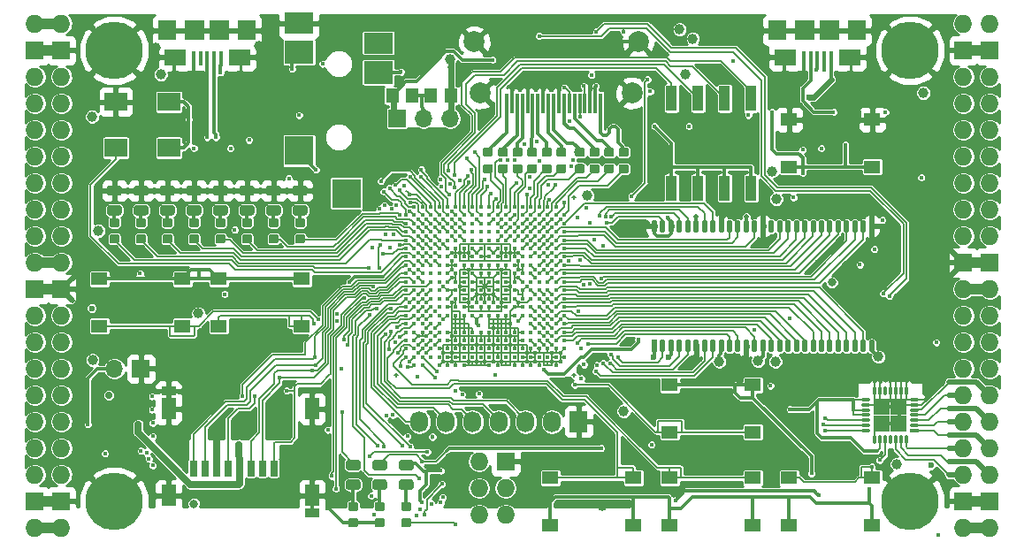
<source format=gtl>
G04 #@! TF.GenerationSoftware,KiCad,Pcbnew,5.0.0+dfsg1-2*
G04 #@! TF.CreationDate,2018-09-19T11:50:12+02:00*
G04 #@! TF.ProjectId,ulx3s,756C7833732E6B696361645F70636200,rev?*
G04 #@! TF.SameCoordinates,Original*
G04 #@! TF.FileFunction,Copper,L1,Top,Signal*
G04 #@! TF.FilePolarity,Positive*
%FSLAX46Y46*%
G04 Gerber Fmt 4.6, Leading zero omitted, Abs format (unit mm)*
G04 Created by KiCad (PCBNEW 5.0.0+dfsg1-2) date Wed Sep 19 11:50:12 2018*
%MOMM*%
%LPD*%
G01*
G04 APERTURE LIST*
G04 #@! TA.AperFunction,SMDPad,CuDef*
%ADD10O,0.560000X1.200000*%
G04 #@! TD*
G04 #@! TA.AperFunction,SMDPad,CuDef*
%ADD11R,0.560000X1.200000*%
G04 #@! TD*
G04 #@! TA.AperFunction,BGAPad,CuDef*
%ADD12C,0.400000*%
G04 #@! TD*
G04 #@! TA.AperFunction,SMDPad,CuDef*
%ADD13O,0.127000X0.508000*%
G04 #@! TD*
G04 #@! TA.AperFunction,SMDPad,CuDef*
%ADD14O,0.508000X0.127000*%
G04 #@! TD*
G04 #@! TA.AperFunction,SMDPad,CuDef*
%ADD15R,1.625000X1.625000*%
G04 #@! TD*
G04 #@! TA.AperFunction,SMDPad,CuDef*
%ADD16O,0.300000X0.950000*%
G04 #@! TD*
G04 #@! TA.AperFunction,SMDPad,CuDef*
%ADD17O,0.950000X0.300000*%
G04 #@! TD*
G04 #@! TA.AperFunction,SMDPad,CuDef*
%ADD18R,0.950000X0.300000*%
G04 #@! TD*
G04 #@! TA.AperFunction,Conductor*
%ADD19C,0.100000*%
G04 #@! TD*
G04 #@! TA.AperFunction,SMDPad,CuDef*
%ADD20C,0.875000*%
G04 #@! TD*
G04 #@! TA.AperFunction,SMDPad,CuDef*
%ADD21C,0.975000*%
G04 #@! TD*
G04 #@! TA.AperFunction,SMDPad,CuDef*
%ADD22R,1.120000X2.440000*%
G04 #@! TD*
G04 #@! TA.AperFunction,SMDPad,CuDef*
%ADD23R,1.800000X1.900000*%
G04 #@! TD*
G04 #@! TA.AperFunction,SMDPad,CuDef*
%ADD24R,0.400000X1.350000*%
G04 #@! TD*
G04 #@! TA.AperFunction,SMDPad,CuDef*
%ADD25R,1.900000X1.900000*%
G04 #@! TD*
G04 #@! TA.AperFunction,SMDPad,CuDef*
%ADD26R,2.100000X1.600000*%
G04 #@! TD*
G04 #@! TA.AperFunction,SMDPad,CuDef*
%ADD27R,2.800000X2.000000*%
G04 #@! TD*
G04 #@! TA.AperFunction,SMDPad,CuDef*
%ADD28R,2.800000X2.200000*%
G04 #@! TD*
G04 #@! TA.AperFunction,SMDPad,CuDef*
%ADD29R,2.800000X2.800000*%
G04 #@! TD*
G04 #@! TA.AperFunction,SMDPad,CuDef*
%ADD30R,0.300000X1.900000*%
G04 #@! TD*
G04 #@! TA.AperFunction,ComponentPad*
%ADD31C,2.000000*%
G04 #@! TD*
G04 #@! TA.AperFunction,SMDPad,CuDef*
%ADD32R,0.700000X1.500000*%
G04 #@! TD*
G04 #@! TA.AperFunction,SMDPad,CuDef*
%ADD33R,1.450000X0.900000*%
G04 #@! TD*
G04 #@! TA.AperFunction,SMDPad,CuDef*
%ADD34R,1.450000X2.000000*%
G04 #@! TD*
G04 #@! TA.AperFunction,SMDPad,CuDef*
%ADD35R,2.200000X1.800000*%
G04 #@! TD*
G04 #@! TA.AperFunction,ComponentPad*
%ADD36R,1.727200X2.032000*%
G04 #@! TD*
G04 #@! TA.AperFunction,ComponentPad*
%ADD37O,1.727200X2.032000*%
G04 #@! TD*
G04 #@! TA.AperFunction,ComponentPad*
%ADD38O,1.727200X1.727200*%
G04 #@! TD*
G04 #@! TA.AperFunction,ComponentPad*
%ADD39R,1.727200X1.727200*%
G04 #@! TD*
G04 #@! TA.AperFunction,ComponentPad*
%ADD40C,5.500000*%
G04 #@! TD*
G04 #@! TA.AperFunction,ComponentPad*
%ADD41R,1.700000X1.700000*%
G04 #@! TD*
G04 #@! TA.AperFunction,ComponentPad*
%ADD42O,1.700000X1.700000*%
G04 #@! TD*
G04 #@! TA.AperFunction,SMDPad,CuDef*
%ADD43R,1.295000X1.400000*%
G04 #@! TD*
G04 #@! TA.AperFunction,SMDPad,CuDef*
%ADD44R,1.550000X1.300000*%
G04 #@! TD*
G04 #@! TA.AperFunction,ViaPad*
%ADD45C,2.000000*%
G04 #@! TD*
G04 #@! TA.AperFunction,ViaPad*
%ADD46C,0.419000*%
G04 #@! TD*
G04 #@! TA.AperFunction,ViaPad*
%ADD47C,1.000000*%
G04 #@! TD*
G04 #@! TA.AperFunction,ViaPad*
%ADD48C,0.600000*%
G04 #@! TD*
G04 #@! TA.AperFunction,ViaPad*
%ADD49C,0.800000*%
G04 #@! TD*
G04 #@! TA.AperFunction,ViaPad*
%ADD50C,0.500000*%
G04 #@! TD*
G04 #@! TA.AperFunction,ViaPad*
%ADD51C,0.700000*%
G04 #@! TD*
G04 #@! TA.AperFunction,ViaPad*
%ADD52C,0.454000*%
G04 #@! TD*
G04 #@! TA.AperFunction,Conductor*
%ADD53C,0.300000*%
G04 #@! TD*
G04 #@! TA.AperFunction,Conductor*
%ADD54C,0.127000*%
G04 #@! TD*
G04 #@! TA.AperFunction,Conductor*
%ADD55C,0.500000*%
G04 #@! TD*
G04 #@! TA.AperFunction,Conductor*
%ADD56C,1.000000*%
G04 #@! TD*
G04 #@! TA.AperFunction,Conductor*
%ADD57C,0.190000*%
G04 #@! TD*
G04 #@! TA.AperFunction,Conductor*
%ADD58C,0.700000*%
G04 #@! TD*
G04 #@! TA.AperFunction,Conductor*
%ADD59C,0.600000*%
G04 #@! TD*
G04 #@! TA.AperFunction,Conductor*
%ADD60C,0.800000*%
G04 #@! TD*
G04 #@! TA.AperFunction,Conductor*
%ADD61C,0.140000*%
G04 #@! TD*
G04 #@! TA.AperFunction,Conductor*
%ADD62C,0.254000*%
G04 #@! TD*
G04 APERTURE END LIST*
D10*
G04 #@! TO.P,U2,28*
G04 #@! TO.N,GND*
X175493000Y-82070000D03*
D11*
G04 #@! TO.P,U2,1*
G04 #@! TO.N,+3V3*
X154693000Y-93530000D03*
D10*
G04 #@! TO.P,U2,2*
G04 #@! TO.N,SDRAM_D0*
X155493000Y-93530000D03*
G04 #@! TO.P,U2,3*
G04 #@! TO.N,+3V3*
X156293000Y-93530000D03*
G04 #@! TO.P,U2,4*
G04 #@! TO.N,SDRAM_D1*
X157093000Y-93530000D03*
G04 #@! TO.P,U2,5*
G04 #@! TO.N,SDRAM_D2*
X157893000Y-93530000D03*
G04 #@! TO.P,U2,6*
G04 #@! TO.N,GND*
X158693000Y-93530000D03*
G04 #@! TO.P,U2,7*
G04 #@! TO.N,SDRAM_D3*
X159493000Y-93530000D03*
G04 #@! TO.P,U2,8*
G04 #@! TO.N,SDRAM_D4*
X160293000Y-93530000D03*
G04 #@! TO.P,U2,9*
G04 #@! TO.N,+3V3*
X161093000Y-93530000D03*
G04 #@! TO.P,U2,10*
G04 #@! TO.N,SDRAM_D5*
X161893000Y-93530000D03*
G04 #@! TO.P,U2,11*
G04 #@! TO.N,SDRAM_D6*
X162693000Y-93530000D03*
G04 #@! TO.P,U2,12*
G04 #@! TO.N,GND*
X163493000Y-93530000D03*
G04 #@! TO.P,U2,13*
G04 #@! TO.N,SDRAM_D7*
X164293000Y-93530000D03*
G04 #@! TO.P,U2,14*
G04 #@! TO.N,+3V3*
X165093000Y-93530000D03*
G04 #@! TO.P,U2,15*
G04 #@! TO.N,SDRAM_DQM0*
X165893000Y-93530000D03*
G04 #@! TO.P,U2,16*
G04 #@! TO.N,SDRAM_nWE*
X166693000Y-93530000D03*
G04 #@! TO.P,U2,17*
G04 #@! TO.N,SDRAM_nCAS*
X167493000Y-93530000D03*
G04 #@! TO.P,U2,18*
G04 #@! TO.N,SDRAM_nRAS*
X168293000Y-93530000D03*
G04 #@! TO.P,U2,19*
G04 #@! TO.N,SDRAM_nCS*
X169093000Y-93530000D03*
G04 #@! TO.P,U2,20*
G04 #@! TO.N,SDRAM_BA0*
X169893000Y-93530000D03*
G04 #@! TO.P,U2,21*
G04 #@! TO.N,SDRAM_BA1*
X170693000Y-93530000D03*
G04 #@! TO.P,U2,22*
G04 #@! TO.N,SDRAM_A10*
X171493000Y-93530000D03*
G04 #@! TO.P,U2,23*
G04 #@! TO.N,SDRAM_A0*
X172293000Y-93530000D03*
G04 #@! TO.P,U2,24*
G04 #@! TO.N,SDRAM_A1*
X173093000Y-93530000D03*
G04 #@! TO.P,U2,25*
G04 #@! TO.N,SDRAM_A2*
X173893000Y-93530000D03*
G04 #@! TO.P,U2,26*
G04 #@! TO.N,SDRAM_A3*
X174693000Y-93530000D03*
G04 #@! TO.P,U2,27*
G04 #@! TO.N,+3V3*
X175493000Y-93530000D03*
G04 #@! TO.P,U2,29*
G04 #@! TO.N,SDRAM_A4*
X174693000Y-82070000D03*
G04 #@! TO.P,U2,30*
G04 #@! TO.N,SDRAM_A5*
X173893000Y-82070000D03*
G04 #@! TO.P,U2,31*
G04 #@! TO.N,SDRAM_A6*
X173093000Y-82070000D03*
G04 #@! TO.P,U2,32*
G04 #@! TO.N,SDRAM_A7*
X172293000Y-82070000D03*
G04 #@! TO.P,U2,33*
G04 #@! TO.N,SDRAM_A8*
X171493000Y-82070000D03*
G04 #@! TO.P,U2,34*
G04 #@! TO.N,SDRAM_A9*
X170693000Y-82070000D03*
G04 #@! TO.P,U2,35*
G04 #@! TO.N,SDRAM_A11*
X169893000Y-82070000D03*
G04 #@! TO.P,U2,36*
G04 #@! TO.N,SDRAM_A12*
X169093000Y-82070000D03*
G04 #@! TO.P,U2,37*
G04 #@! TO.N,SDRAM_CKE*
X168293000Y-82070000D03*
G04 #@! TO.P,U2,38*
G04 #@! TO.N,SDRAM_CLK*
X167493000Y-82070000D03*
G04 #@! TO.P,U2,39*
G04 #@! TO.N,SDRAM_DQM1*
X166693000Y-82070000D03*
G04 #@! TO.P,U2,40*
G04 #@! TO.N,N/C*
X165893000Y-82070000D03*
G04 #@! TO.P,U2,41*
G04 #@! TO.N,GND*
X165093000Y-82070000D03*
G04 #@! TO.P,U2,42*
G04 #@! TO.N,SDRAM_D8*
X164293000Y-82070000D03*
G04 #@! TO.P,U2,43*
G04 #@! TO.N,+3V3*
X163493000Y-82070000D03*
G04 #@! TO.P,U2,44*
G04 #@! TO.N,SDRAM_D9*
X162693000Y-82070000D03*
G04 #@! TO.P,U2,45*
G04 #@! TO.N,SDRAM_D10*
X161893000Y-82070000D03*
G04 #@! TO.P,U2,46*
G04 #@! TO.N,GND*
X161093000Y-82070000D03*
G04 #@! TO.P,U2,47*
G04 #@! TO.N,SDRAM_D11*
X160293000Y-82070000D03*
G04 #@! TO.P,U2,48*
G04 #@! TO.N,SDRAM_D12*
X159493000Y-82070000D03*
G04 #@! TO.P,U2,49*
G04 #@! TO.N,+3V3*
X158693000Y-82070000D03*
G04 #@! TO.P,U2,50*
G04 #@! TO.N,SDRAM_D13*
X157893000Y-82070000D03*
G04 #@! TO.P,U2,51*
G04 #@! TO.N,SDRAM_D14*
X157093000Y-82070000D03*
G04 #@! TO.P,U2,52*
G04 #@! TO.N,GND*
X156293000Y-82070000D03*
G04 #@! TO.P,U2,53*
G04 #@! TO.N,SDRAM_D15*
X155493000Y-82070000D03*
G04 #@! TO.P,U2,54*
G04 #@! TO.N,GND*
X154693000Y-82070000D03*
G04 #@! TD*
D12*
G04 #@! TO.P,U1,Y19*
G04 #@! TO.N,GND*
X145280000Y-95400000D03*
G04 #@! TO.P,U1,Y17*
X143680000Y-95400000D03*
G04 #@! TO.P,U1,Y16*
X142880000Y-95400000D03*
G04 #@! TO.P,U1,Y15*
X142080000Y-95400000D03*
G04 #@! TO.P,U1,Y14*
X141280000Y-95400000D03*
G04 #@! TO.P,U1,Y12*
X139680000Y-95400000D03*
G04 #@! TO.P,U1,Y11*
X138880000Y-95400000D03*
G04 #@! TO.P,U1,Y8*
X136480000Y-95400000D03*
G04 #@! TO.P,U1,Y7*
X135680000Y-95400000D03*
G04 #@! TO.P,U1,Y6*
X134880000Y-95400000D03*
G04 #@! TO.P,U1,Y5*
X134080000Y-95400000D03*
G04 #@! TO.P,U1,Y3*
G04 #@! TO.N,/flash/FPGA_DONE*
X132480000Y-95400000D03*
G04 #@! TO.P,U1,Y2*
G04 #@! TO.N,/flash/FLASH_nWP*
X131680000Y-95400000D03*
G04 #@! TO.P,U1,W20*
G04 #@! TO.N,GND*
X146080000Y-94600000D03*
G04 #@! TO.P,U1,W19*
X145280000Y-94600000D03*
G04 #@! TO.P,U1,W18*
G04 #@! TO.N,N/C*
X144480000Y-94600000D03*
G04 #@! TO.P,U1,W17*
X143680000Y-94600000D03*
G04 #@! TO.P,U1,W16*
G04 #@! TO.N,GND*
X142880000Y-94600000D03*
G04 #@! TO.P,U1,W15*
X142080000Y-94600000D03*
G04 #@! TO.P,U1,W14*
G04 #@! TO.N,N/C*
X141280000Y-94600000D03*
G04 #@! TO.P,U1,W13*
X140480000Y-94600000D03*
G04 #@! TO.P,U1,W12*
G04 #@! TO.N,GND*
X139680000Y-94600000D03*
G04 #@! TO.P,U1,W11*
G04 #@! TO.N,N/C*
X138880000Y-94600000D03*
G04 #@! TO.P,U1,W10*
X138080000Y-94600000D03*
G04 #@! TO.P,U1,W9*
X137280000Y-94600000D03*
G04 #@! TO.P,U1,W8*
X136480000Y-94600000D03*
G04 #@! TO.P,U1,W7*
G04 #@! TO.N,GND*
X135680000Y-94600000D03*
G04 #@! TO.P,U1,W6*
X134880000Y-94600000D03*
G04 #@! TO.P,U1,W5*
G04 #@! TO.N,N/C*
X134080000Y-94600000D03*
G04 #@! TO.P,U1,W4*
X133280000Y-94600000D03*
G04 #@! TO.P,U1,W3*
G04 #@! TO.N,/flash/FPGA_PROGRAMN*
X132480000Y-94600000D03*
G04 #@! TO.P,U1,W2*
G04 #@! TO.N,/flash/FLASH_MOSI*
X131680000Y-94600000D03*
G04 #@! TO.P,U1,W1*
G04 #@! TO.N,/flash/FLASH_nHOLD*
X130880000Y-94600000D03*
G04 #@! TO.P,U1,V20*
G04 #@! TO.N,GND*
X146080000Y-93800000D03*
G04 #@! TO.P,U1,V19*
X145280000Y-93800000D03*
G04 #@! TO.P,U1,V18*
X144480000Y-93800000D03*
G04 #@! TO.P,U1,V17*
X143680000Y-93800000D03*
G04 #@! TO.P,U1,V16*
X142880000Y-93800000D03*
G04 #@! TO.P,U1,V15*
X142080000Y-93800000D03*
G04 #@! TO.P,U1,V14*
X141280000Y-93800000D03*
G04 #@! TO.P,U1,V13*
X140480000Y-93800000D03*
G04 #@! TO.P,U1,V12*
X139680000Y-93800000D03*
G04 #@! TO.P,U1,V11*
X138880000Y-93800000D03*
G04 #@! TO.P,U1,V10*
X138080000Y-93800000D03*
G04 #@! TO.P,U1,V9*
X137280000Y-93800000D03*
G04 #@! TO.P,U1,V8*
X136480000Y-93800000D03*
G04 #@! TO.P,U1,V7*
X135680000Y-93800000D03*
G04 #@! TO.P,U1,V6*
X134880000Y-93800000D03*
G04 #@! TO.P,U1,V5*
X134080000Y-93800000D03*
G04 #@! TO.P,U1,V4*
G04 #@! TO.N,JTAG_TDO*
X133280000Y-93800000D03*
G04 #@! TO.P,U1,V3*
G04 #@! TO.N,/flash/FPGA_INITN*
X132480000Y-93800000D03*
G04 #@! TO.P,U1,V2*
G04 #@! TO.N,/flash/FLASH_MISO*
X131680000Y-93800000D03*
G04 #@! TO.P,U1,V1*
G04 #@! TO.N,BTN_D*
X130880000Y-93800000D03*
G04 #@! TO.P,U1,U20*
G04 #@! TO.N,SDRAM_D7*
X146080000Y-93000000D03*
G04 #@! TO.P,U1,U19*
G04 #@! TO.N,SDRAM_DQM0*
X145280000Y-93000000D03*
G04 #@! TO.P,U1,U18*
G04 #@! TO.N,GP14*
X144480000Y-93000000D03*
G04 #@! TO.P,U1,U17*
G04 #@! TO.N,GN14*
X143680000Y-93000000D03*
G04 #@! TO.P,U1,U16*
G04 #@! TO.N,ADC_MISO*
X142880000Y-93000000D03*
G04 #@! TO.P,U1,U15*
G04 #@! TO.N,GND*
X142080000Y-93000000D03*
G04 #@! TO.P,U1,U14*
X141280000Y-93000000D03*
G04 #@! TO.P,U1,U13*
X140480000Y-93000000D03*
G04 #@! TO.P,U1,U12*
X139680000Y-93000000D03*
G04 #@! TO.P,U1,U11*
X138880000Y-93000000D03*
G04 #@! TO.P,U1,U10*
X138080000Y-93000000D03*
G04 #@! TO.P,U1,U9*
X137280000Y-93000000D03*
G04 #@! TO.P,U1,U8*
X136480000Y-93000000D03*
G04 #@! TO.P,U1,U7*
X135680000Y-93000000D03*
G04 #@! TO.P,U1,U6*
X134880000Y-93000000D03*
G04 #@! TO.P,U1,U5*
G04 #@! TO.N,JTAG_TMS*
X134080000Y-93000000D03*
G04 #@! TO.P,U1,U4*
G04 #@! TO.N,GND*
X133280000Y-93000000D03*
G04 #@! TO.P,U1,U3*
G04 #@! TO.N,/flash/FLASH_SCK*
X132480000Y-93000000D03*
G04 #@! TO.P,U1,U2*
G04 #@! TO.N,+3V3*
X131680000Y-93000000D03*
G04 #@! TO.P,U1,U1*
G04 #@! TO.N,BTN_L*
X130880000Y-93000000D03*
G04 #@! TO.P,U1,T20*
G04 #@! TO.N,SDRAM_nWE*
X146080000Y-92200000D03*
G04 #@! TO.P,U1,T19*
G04 #@! TO.N,SDRAM_nCAS*
X145280000Y-92200000D03*
G04 #@! TO.P,U1,T18*
G04 #@! TO.N,SDRAM_D5*
X144480000Y-92200000D03*
G04 #@! TO.P,U1,T17*
G04 #@! TO.N,SDRAM_D6*
X143680000Y-92200000D03*
G04 #@! TO.P,U1,T16*
G04 #@! TO.N,N/C*
X142880000Y-92200000D03*
G04 #@! TO.P,U1,T15*
G04 #@! TO.N,GND*
X142080000Y-92200000D03*
G04 #@! TO.P,U1,T14*
X141280000Y-92200000D03*
G04 #@! TO.P,U1,T13*
X140480000Y-92200000D03*
G04 #@! TO.P,U1,T12*
X139680000Y-92200000D03*
G04 #@! TO.P,U1,T11*
X138880000Y-92200000D03*
G04 #@! TO.P,U1,T10*
X138080000Y-92200000D03*
G04 #@! TO.P,U1,T9*
X137280000Y-92200000D03*
G04 #@! TO.P,U1,T8*
X136480000Y-92200000D03*
G04 #@! TO.P,U1,T7*
X135680000Y-92200000D03*
G04 #@! TO.P,U1,T6*
X134880000Y-92200000D03*
G04 #@! TO.P,U1,T5*
G04 #@! TO.N,JTAG_TCK*
X134080000Y-92200000D03*
G04 #@! TO.P,U1,T4*
G04 #@! TO.N,+3V3*
X133280000Y-92200000D03*
G04 #@! TO.P,U1,T3*
X132480000Y-92200000D03*
G04 #@! TO.P,U1,T2*
X131680000Y-92200000D03*
G04 #@! TO.P,U1,T1*
G04 #@! TO.N,BTN_F2*
X130880000Y-92200000D03*
G04 #@! TO.P,U1,R20*
G04 #@! TO.N,SDRAM_nRAS*
X146080000Y-91400000D03*
G04 #@! TO.P,U1,R19*
G04 #@! TO.N,GND*
X145280000Y-91400000D03*
G04 #@! TO.P,U1,R18*
G04 #@! TO.N,BTN_U*
X144480000Y-91400000D03*
G04 #@! TO.P,U1,R17*
G04 #@! TO.N,ADC_CSn*
X143680000Y-91400000D03*
G04 #@! TO.P,U1,R16*
G04 #@! TO.N,ADC_MOSI*
X142880000Y-91400000D03*
G04 #@! TO.P,U1,R5*
G04 #@! TO.N,JTAG_TDI*
X134080000Y-91400000D03*
G04 #@! TO.P,U1,R4*
G04 #@! TO.N,GND*
X133280000Y-91400000D03*
G04 #@! TO.P,U1,R3*
G04 #@! TO.N,N/C*
X132480000Y-91400000D03*
G04 #@! TO.P,U1,R2*
G04 #@! TO.N,/flash/FLASH_nCS*
X131680000Y-91400000D03*
G04 #@! TO.P,U1,R1*
G04 #@! TO.N,BTN_F1*
X130880000Y-91400000D03*
G04 #@! TO.P,U1,P20*
G04 #@! TO.N,SDRAM_nCS*
X146080000Y-90600000D03*
G04 #@! TO.P,U1,P19*
G04 #@! TO.N,SDRAM_BA0*
X145280000Y-90600000D03*
G04 #@! TO.P,U1,P18*
G04 #@! TO.N,SDRAM_D4*
X144480000Y-90600000D03*
G04 #@! TO.P,U1,P17*
G04 #@! TO.N,ADC_SCLK*
X143680000Y-90600000D03*
G04 #@! TO.P,U1,P16*
G04 #@! TO.N,GN15*
X142880000Y-90600000D03*
G04 #@! TO.P,U1,P15*
G04 #@! TO.N,+2V5*
X142080000Y-90600000D03*
G04 #@! TO.P,U1,P14*
G04 #@! TO.N,GND*
X141280000Y-90600000D03*
G04 #@! TO.P,U1,P13*
X140480000Y-90600000D03*
G04 #@! TO.P,U1,P12*
X139680000Y-90600000D03*
G04 #@! TO.P,U1,P11*
X138880000Y-90600000D03*
G04 #@! TO.P,U1,P10*
G04 #@! TO.N,+3V3*
X138080000Y-90600000D03*
G04 #@! TO.P,U1,P9*
X137280000Y-90600000D03*
G04 #@! TO.P,U1,P8*
G04 #@! TO.N,GND*
X136480000Y-90600000D03*
G04 #@! TO.P,U1,P7*
X135680000Y-90600000D03*
G04 #@! TO.P,U1,P6*
G04 #@! TO.N,+2V5*
X134880000Y-90600000D03*
G04 #@! TO.P,U1,P5*
G04 #@! TO.N,N/C*
X134080000Y-90600000D03*
G04 #@! TO.P,U1,P4*
G04 #@! TO.N,OLED_CLK*
X133280000Y-90600000D03*
G04 #@! TO.P,U1,P3*
G04 #@! TO.N,OLED_MOSI*
X132480000Y-90600000D03*
G04 #@! TO.P,U1,P2*
G04 #@! TO.N,OLED_RES*
X131680000Y-90600000D03*
G04 #@! TO.P,U1,P1*
G04 #@! TO.N,OLED_DC*
X130880000Y-90600000D03*
G04 #@! TO.P,U1,N20*
G04 #@! TO.N,SDRAM_BA1*
X146080000Y-89800000D03*
G04 #@! TO.P,U1,N19*
G04 #@! TO.N,SDRAM_A10*
X145280000Y-89800000D03*
G04 #@! TO.P,U1,N18*
G04 #@! TO.N,SDRAM_D3*
X144480000Y-89800000D03*
G04 #@! TO.P,U1,N17*
G04 #@! TO.N,GP15*
X143680000Y-89800000D03*
G04 #@! TO.P,U1,N16*
G04 #@! TO.N,GP16*
X142880000Y-89800000D03*
G04 #@! TO.P,U1,N15*
G04 #@! TO.N,GND*
X142080000Y-89800000D03*
G04 #@! TO.P,U1,N14*
X141280000Y-89800000D03*
G04 #@! TO.P,U1,N13*
G04 #@! TO.N,+1V1*
X140480000Y-89800000D03*
G04 #@! TO.P,U1,N12*
X139680000Y-89800000D03*
G04 #@! TO.P,U1,N11*
X138880000Y-89800000D03*
G04 #@! TO.P,U1,N10*
X138080000Y-89800000D03*
G04 #@! TO.P,U1,N9*
X137280000Y-89800000D03*
G04 #@! TO.P,U1,N8*
X136480000Y-89800000D03*
G04 #@! TO.P,U1,N7*
G04 #@! TO.N,GND*
X135680000Y-89800000D03*
G04 #@! TO.P,U1,N6*
X134880000Y-89800000D03*
G04 #@! TO.P,U1,N5*
G04 #@! TO.N,N/C*
X134080000Y-89800000D03*
G04 #@! TO.P,U1,N4*
G04 #@! TO.N,WIFI_GPIO5*
X133280000Y-89800000D03*
G04 #@! TO.P,U1,N3*
G04 #@! TO.N,WIFI_GPIO17*
X132480000Y-89800000D03*
G04 #@! TO.P,U1,N2*
G04 #@! TO.N,OLED_CS*
X131680000Y-89800000D03*
G04 #@! TO.P,U1,N1*
G04 #@! TO.N,FTDI_nDTR*
X130880000Y-89800000D03*
G04 #@! TO.P,U1,M20*
G04 #@! TO.N,SDRAM_A0*
X146080000Y-89000000D03*
G04 #@! TO.P,U1,M19*
G04 #@! TO.N,SDRAM_A1*
X145280000Y-89000000D03*
G04 #@! TO.P,U1,M18*
G04 #@! TO.N,SDRAM_D2*
X144480000Y-89000000D03*
G04 #@! TO.P,U1,M17*
G04 #@! TO.N,GN16*
X143680000Y-89000000D03*
G04 #@! TO.P,U1,M16*
G04 #@! TO.N,GND*
X142880000Y-89000000D03*
G04 #@! TO.P,U1,M15*
G04 #@! TO.N,+3V3*
X142080000Y-89000000D03*
G04 #@! TO.P,U1,M14*
G04 #@! TO.N,GND*
X141280000Y-89000000D03*
G04 #@! TO.P,U1,M13*
G04 #@! TO.N,+1V1*
X140480000Y-89000000D03*
G04 #@! TO.P,U1,M12*
G04 #@! TO.N,GND*
X139680000Y-89000000D03*
G04 #@! TO.P,U1,M11*
X138880000Y-89000000D03*
G04 #@! TO.P,U1,M10*
X138080000Y-89000000D03*
G04 #@! TO.P,U1,M9*
X137280000Y-89000000D03*
G04 #@! TO.P,U1,M8*
G04 #@! TO.N,+1V1*
X136480000Y-89000000D03*
G04 #@! TO.P,U1,M7*
G04 #@! TO.N,GND*
X135680000Y-89000000D03*
G04 #@! TO.P,U1,M6*
G04 #@! TO.N,+3V3*
X134880000Y-89000000D03*
G04 #@! TO.P,U1,M5*
G04 #@! TO.N,N/C*
X134080000Y-89000000D03*
G04 #@! TO.P,U1,M4*
G04 #@! TO.N,USER_PROGRAMN*
X133280000Y-89000000D03*
G04 #@! TO.P,U1,M3*
G04 #@! TO.N,FTDI_nRTS*
X132480000Y-89000000D03*
G04 #@! TO.P,U1,M2*
G04 #@! TO.N,GND*
X131680000Y-89000000D03*
G04 #@! TO.P,U1,M1*
G04 #@! TO.N,FTDI_TXD*
X130880000Y-89000000D03*
G04 #@! TO.P,U1,L20*
G04 #@! TO.N,SDRAM_A2*
X146080000Y-88200000D03*
G04 #@! TO.P,U1,L19*
G04 #@! TO.N,SDRAM_A3*
X145280000Y-88200000D03*
G04 #@! TO.P,U1,L18*
G04 #@! TO.N,SDRAM_D1*
X144480000Y-88200000D03*
G04 #@! TO.P,U1,L17*
G04 #@! TO.N,GN17*
X143680000Y-88200000D03*
G04 #@! TO.P,U1,L16*
G04 #@! TO.N,GP17*
X142880000Y-88200000D03*
G04 #@! TO.P,U1,L15*
G04 #@! TO.N,+3V3*
X142080000Y-88200000D03*
G04 #@! TO.P,U1,L14*
X141280000Y-88200000D03*
G04 #@! TO.P,U1,L13*
G04 #@! TO.N,+1V1*
X140480000Y-88200000D03*
G04 #@! TO.P,U1,L12*
G04 #@! TO.N,GND*
X139680000Y-88200000D03*
G04 #@! TO.P,U1,L11*
X138880000Y-88200000D03*
G04 #@! TO.P,U1,L10*
X138080000Y-88200000D03*
G04 #@! TO.P,U1,L9*
X137280000Y-88200000D03*
G04 #@! TO.P,U1,L8*
G04 #@! TO.N,+1V1*
X136480000Y-88200000D03*
G04 #@! TO.P,U1,L7*
G04 #@! TO.N,+3V3*
X135680000Y-88200000D03*
G04 #@! TO.P,U1,L6*
X134880000Y-88200000D03*
G04 #@! TO.P,U1,L5*
G04 #@! TO.N,N/C*
X134080000Y-88200000D03*
G04 #@! TO.P,U1,L4*
G04 #@! TO.N,FTDI_RXD*
X133280000Y-88200000D03*
G04 #@! TO.P,U1,L3*
G04 #@! TO.N,FTDI_TXDEN*
X132480000Y-88200000D03*
G04 #@! TO.P,U1,L2*
G04 #@! TO.N,WIFI_GPIO0*
X131680000Y-88200000D03*
G04 #@! TO.P,U1,L1*
G04 #@! TO.N,WIFI_GPIO16*
X130880000Y-88200000D03*
G04 #@! TO.P,U1,K20*
G04 #@! TO.N,SDRAM_A4*
X146080000Y-87400000D03*
G04 #@! TO.P,U1,K19*
G04 #@! TO.N,SDRAM_A5*
X145280000Y-87400000D03*
G04 #@! TO.P,U1,K18*
G04 #@! TO.N,SDRAM_A6*
X144480000Y-87400000D03*
G04 #@! TO.P,U1,K17*
G04 #@! TO.N,N/C*
X143680000Y-87400000D03*
G04 #@! TO.P,U1,K16*
X142880000Y-87400000D03*
G04 #@! TO.P,U1,K15*
G04 #@! TO.N,GND*
X142080000Y-87400000D03*
G04 #@! TO.P,U1,K14*
X141280000Y-87400000D03*
G04 #@! TO.P,U1,K13*
G04 #@! TO.N,+1V1*
X140480000Y-87400000D03*
G04 #@! TO.P,U1,K12*
G04 #@! TO.N,GND*
X139680000Y-87400000D03*
G04 #@! TO.P,U1,K11*
X138880000Y-87400000D03*
G04 #@! TO.P,U1,K10*
X138080000Y-87400000D03*
G04 #@! TO.P,U1,K9*
X137280000Y-87400000D03*
G04 #@! TO.P,U1,K8*
G04 #@! TO.N,+1V1*
X136480000Y-87400000D03*
G04 #@! TO.P,U1,K7*
G04 #@! TO.N,GND*
X135680000Y-87400000D03*
G04 #@! TO.P,U1,K6*
X134880000Y-87400000D03*
G04 #@! TO.P,U1,K5*
G04 #@! TO.N,N/C*
X134080000Y-87400000D03*
G04 #@! TO.P,U1,K4*
G04 #@! TO.N,WIFI_TXD*
X133280000Y-87400000D03*
G04 #@! TO.P,U1,K3*
G04 #@! TO.N,WIFI_RXD*
X132480000Y-87400000D03*
G04 #@! TO.P,U1,K2*
G04 #@! TO.N,SD_D3*
X131680000Y-87400000D03*
G04 #@! TO.P,U1,K1*
G04 #@! TO.N,SD_D2*
X130880000Y-87400000D03*
G04 #@! TO.P,U1,J20*
G04 #@! TO.N,SDRAM_A7*
X146080000Y-86600000D03*
G04 #@! TO.P,U1,J19*
G04 #@! TO.N,SDRAM_A8*
X145280000Y-86600000D03*
G04 #@! TO.P,U1,J18*
G04 #@! TO.N,SDRAM_D14*
X144480000Y-86600000D03*
G04 #@! TO.P,U1,J17*
G04 #@! TO.N,SDRAM_D15*
X143680000Y-86600000D03*
G04 #@! TO.P,U1,J16*
G04 #@! TO.N,SDRAM_D0*
X142880000Y-86600000D03*
G04 #@! TO.P,U1,J15*
G04 #@! TO.N,+3V3*
X142080000Y-86600000D03*
G04 #@! TO.P,U1,J14*
G04 #@! TO.N,GND*
X141280000Y-86600000D03*
G04 #@! TO.P,U1,J13*
G04 #@! TO.N,+1V1*
X140480000Y-86600000D03*
G04 #@! TO.P,U1,J12*
G04 #@! TO.N,GND*
X139680000Y-86600000D03*
G04 #@! TO.P,U1,J11*
X138880000Y-86600000D03*
G04 #@! TO.P,U1,J10*
X138080000Y-86600000D03*
G04 #@! TO.P,U1,J9*
X137280000Y-86600000D03*
G04 #@! TO.P,U1,J8*
G04 #@! TO.N,+1V1*
X136480000Y-86600000D03*
G04 #@! TO.P,U1,J7*
G04 #@! TO.N,GND*
X135680000Y-86600000D03*
G04 #@! TO.P,U1,J6*
G04 #@! TO.N,2V5_3V3*
X134880000Y-86600000D03*
G04 #@! TO.P,U1,J5*
G04 #@! TO.N,N/C*
X134080000Y-86600000D03*
G04 #@! TO.P,U1,J4*
X133280000Y-86600000D03*
G04 #@! TO.P,U1,J3*
G04 #@! TO.N,SD_D0*
X132480000Y-86600000D03*
G04 #@! TO.P,U1,J2*
G04 #@! TO.N,GND*
X131680000Y-86600000D03*
G04 #@! TO.P,U1,J1*
G04 #@! TO.N,SD_CMD*
X130880000Y-86600000D03*
G04 #@! TO.P,U1,H20*
G04 #@! TO.N,SDRAM_A9*
X146080000Y-85800000D03*
G04 #@! TO.P,U1,H19*
G04 #@! TO.N,GND*
X145280000Y-85800000D03*
G04 #@! TO.P,U1,H18*
G04 #@! TO.N,GP18*
X144480000Y-85800000D03*
G04 #@! TO.P,U1,H17*
G04 #@! TO.N,GN18*
X143680000Y-85800000D03*
G04 #@! TO.P,U1,H16*
G04 #@! TO.N,BTN_R*
X142880000Y-85800000D03*
G04 #@! TO.P,U1,H15*
G04 #@! TO.N,+3V3*
X142080000Y-85800000D03*
G04 #@! TO.P,U1,H14*
X141280000Y-85800000D03*
G04 #@! TO.P,U1,H13*
G04 #@! TO.N,+1V1*
X140480000Y-85800000D03*
G04 #@! TO.P,U1,H12*
X139680000Y-85800000D03*
G04 #@! TO.P,U1,H11*
X138880000Y-85800000D03*
G04 #@! TO.P,U1,H10*
X138080000Y-85800000D03*
G04 #@! TO.P,U1,H9*
X137280000Y-85800000D03*
G04 #@! TO.P,U1,H8*
X136480000Y-85800000D03*
G04 #@! TO.P,U1,H7*
G04 #@! TO.N,2V5_3V3*
X135680000Y-85800000D03*
G04 #@! TO.P,U1,H6*
X134880000Y-85800000D03*
G04 #@! TO.P,U1,H5*
G04 #@! TO.N,AUDIO_V0*
X134080000Y-85800000D03*
G04 #@! TO.P,U1,H4*
G04 #@! TO.N,GP13*
X133280000Y-85800000D03*
G04 #@! TO.P,U1,H3*
G04 #@! TO.N,LED7*
X132480000Y-85800000D03*
G04 #@! TO.P,U1,H2*
G04 #@! TO.N,SD_CLK*
X131680000Y-85800000D03*
G04 #@! TO.P,U1,H1*
G04 #@! TO.N,SD_D1*
X130880000Y-85800000D03*
G04 #@! TO.P,U1,G20*
G04 #@! TO.N,SDRAM_A11*
X146080000Y-85000000D03*
G04 #@! TO.P,U1,G19*
G04 #@! TO.N,SDRAM_A12*
X145280000Y-85000000D03*
G04 #@! TO.P,U1,G18*
G04 #@! TO.N,GN19*
X144480000Y-85000000D03*
G04 #@! TO.P,U1,G17*
G04 #@! TO.N,GND*
X143680000Y-85000000D03*
G04 #@! TO.P,U1,G16*
G04 #@! TO.N,SHUTDOWN*
X142880000Y-85000000D03*
G04 #@! TO.P,U1,G15*
G04 #@! TO.N,GND*
X142080000Y-85000000D03*
G04 #@! TO.P,U1,G14*
X141280000Y-85000000D03*
G04 #@! TO.P,U1,G13*
X140480000Y-85000000D03*
G04 #@! TO.P,U1,G12*
X139680000Y-85000000D03*
G04 #@! TO.P,U1,G11*
X138880000Y-85000000D03*
G04 #@! TO.P,U1,G10*
X138080000Y-85000000D03*
G04 #@! TO.P,U1,G9*
X137280000Y-85000000D03*
G04 #@! TO.P,U1,G8*
X136480000Y-85000000D03*
G04 #@! TO.P,U1,G7*
X135680000Y-85000000D03*
G04 #@! TO.P,U1,G6*
X134880000Y-85000000D03*
G04 #@! TO.P,U1,G5*
G04 #@! TO.N,GN13*
X134080000Y-85000000D03*
G04 #@! TO.P,U1,G4*
G04 #@! TO.N,GND*
X133280000Y-85000000D03*
G04 #@! TO.P,U1,G3*
G04 #@! TO.N,GP12*
X132480000Y-85000000D03*
G04 #@! TO.P,U1,G2*
G04 #@! TO.N,CLK_25MHz*
X131680000Y-85000000D03*
G04 #@! TO.P,U1,G1*
G04 #@! TO.N,/usb/ANT_433MHz*
X130880000Y-85000000D03*
G04 #@! TO.P,U1,F20*
G04 #@! TO.N,SDRAM_CKE*
X146080000Y-84200000D03*
G04 #@! TO.P,U1,F19*
G04 #@! TO.N,SDRAM_CLK*
X145280000Y-84200000D03*
G04 #@! TO.P,U1,F18*
G04 #@! TO.N,SDRAM_D13*
X144480000Y-84200000D03*
G04 #@! TO.P,U1,F17*
G04 #@! TO.N,GP19*
X143680000Y-84200000D03*
G04 #@! TO.P,U1,F16*
G04 #@! TO.N,USB_FPGA_D-*
X142880000Y-84200000D03*
G04 #@! TO.P,U1,F15*
G04 #@! TO.N,+2V5*
X142080000Y-84200000D03*
G04 #@! TO.P,U1,F14*
G04 #@! TO.N,GND*
X141280000Y-84200000D03*
G04 #@! TO.P,U1,F13*
X140480000Y-84200000D03*
G04 #@! TO.P,U1,F12*
G04 #@! TO.N,+3V3*
X139680000Y-84200000D03*
G04 #@! TO.P,U1,F11*
X138880000Y-84200000D03*
G04 #@! TO.P,U1,F10*
G04 #@! TO.N,2V5_3V3*
X138080000Y-84200000D03*
G04 #@! TO.P,U1,F9*
X137280000Y-84200000D03*
G04 #@! TO.P,U1,F8*
G04 #@! TO.N,GND*
X136480000Y-84200000D03*
G04 #@! TO.P,U1,F7*
X135680000Y-84200000D03*
G04 #@! TO.P,U1,F6*
G04 #@! TO.N,+2V5*
X134880000Y-84200000D03*
G04 #@! TO.P,U1,F5*
G04 #@! TO.N,AUDIO_V2*
X134080000Y-84200000D03*
G04 #@! TO.P,U1,F4*
G04 #@! TO.N,GP11*
X133280000Y-84200000D03*
G04 #@! TO.P,U1,F3*
G04 #@! TO.N,GN12*
X132480000Y-84200000D03*
G04 #@! TO.P,U1,F2*
G04 #@! TO.N,AUDIO_V1*
X131680000Y-84200000D03*
G04 #@! TO.P,U1,F1*
G04 #@! TO.N,WIFI_EN*
X130880000Y-84200000D03*
G04 #@! TO.P,U1,E20*
G04 #@! TO.N,SDRAM_DQM1*
X146080000Y-83400000D03*
G04 #@! TO.P,U1,E19*
G04 #@! TO.N,SDRAM_D8*
X145280000Y-83400000D03*
G04 #@! TO.P,U1,E18*
G04 #@! TO.N,SDRAM_D12*
X144480000Y-83400000D03*
G04 #@! TO.P,U1,E17*
G04 #@! TO.N,GN20*
X143680000Y-83400000D03*
G04 #@! TO.P,U1,E16*
G04 #@! TO.N,USB_FPGA_D+*
X142880000Y-83400000D03*
G04 #@! TO.P,U1,E15*
G04 #@! TO.N,USB_FPGA_D-*
X142080000Y-83400000D03*
G04 #@! TO.P,U1,E14*
G04 #@! TO.N,GN25*
X141280000Y-83400000D03*
G04 #@! TO.P,U1,E13*
G04 #@! TO.N,GN27*
X140480000Y-83400000D03*
G04 #@! TO.P,U1,E12*
G04 #@! TO.N,FPDI_SCL*
X139680000Y-83400000D03*
G04 #@! TO.P,U1,E11*
G04 #@! TO.N,N/C*
X138880000Y-83400000D03*
G04 #@! TO.P,U1,E10*
X138080000Y-83400000D03*
G04 #@! TO.P,U1,E9*
X137280000Y-83400000D03*
G04 #@! TO.P,U1,E8*
G04 #@! TO.N,SW1*
X136480000Y-83400000D03*
G04 #@! TO.P,U1,E7*
G04 #@! TO.N,SW4*
X135680000Y-83400000D03*
G04 #@! TO.P,U1,E6*
G04 #@! TO.N,N/C*
X134880000Y-83400000D03*
G04 #@! TO.P,U1,E5*
G04 #@! TO.N,AUDIO_V3*
X134080000Y-83400000D03*
G04 #@! TO.P,U1,E4*
G04 #@! TO.N,AUDIO_L0*
X133280000Y-83400000D03*
G04 #@! TO.P,U1,E3*
G04 #@! TO.N,GN11*
X132480000Y-83400000D03*
G04 #@! TO.P,U1,E2*
G04 #@! TO.N,LED5*
X131680000Y-83400000D03*
G04 #@! TO.P,U1,E1*
G04 #@! TO.N,LED6*
X130880000Y-83400000D03*
G04 #@! TO.P,U1,D20*
G04 #@! TO.N,SDRAM_D9*
X146080000Y-82600000D03*
G04 #@! TO.P,U1,D19*
G04 #@! TO.N,SDRAM_D10*
X145280000Y-82600000D03*
G04 #@! TO.P,U1,D18*
G04 #@! TO.N,GP20*
X144480000Y-82600000D03*
G04 #@! TO.P,U1,D17*
G04 #@! TO.N,GN21*
X143680000Y-82600000D03*
G04 #@! TO.P,U1,D16*
G04 #@! TO.N,GN24*
X142880000Y-82600000D03*
G04 #@! TO.P,U1,D15*
G04 #@! TO.N,USB_FPGA_D+*
X142080000Y-82600000D03*
G04 #@! TO.P,U1,D14*
G04 #@! TO.N,GP25*
X141280000Y-82600000D03*
G04 #@! TO.P,U1,D13*
G04 #@! TO.N,GP27*
X140480000Y-82600000D03*
G04 #@! TO.P,U1,D12*
G04 #@! TO.N,N/C*
X139680000Y-82600000D03*
G04 #@! TO.P,U1,D11*
X138880000Y-82600000D03*
G04 #@! TO.P,U1,D10*
X138080000Y-82600000D03*
G04 #@! TO.P,U1,D9*
X137280000Y-82600000D03*
G04 #@! TO.P,U1,D8*
G04 #@! TO.N,SW2*
X136480000Y-82600000D03*
G04 #@! TO.P,U1,D7*
G04 #@! TO.N,SW3*
X135680000Y-82600000D03*
G04 #@! TO.P,U1,D6*
G04 #@! TO.N,BTN_PWRn*
X134880000Y-82600000D03*
G04 #@! TO.P,U1,D5*
G04 #@! TO.N,AUDIO_R2*
X134080000Y-82600000D03*
G04 #@! TO.P,U1,D4*
G04 #@! TO.N,GND*
X133280000Y-82600000D03*
G04 #@! TO.P,U1,D3*
G04 #@! TO.N,AUDIO_L1*
X132480000Y-82600000D03*
G04 #@! TO.P,U1,D2*
G04 #@! TO.N,LED3*
X131680000Y-82600000D03*
G04 #@! TO.P,U1,D1*
G04 #@! TO.N,LED4*
X130880000Y-82600000D03*
G04 #@! TO.P,U1,C20*
G04 #@! TO.N,SDRAM_D11*
X146080000Y-81800000D03*
G04 #@! TO.P,U1,C19*
G04 #@! TO.N,GND*
X145280000Y-81800000D03*
G04 #@! TO.P,U1,C18*
G04 #@! TO.N,GP21*
X144480000Y-81800000D03*
G04 #@! TO.P,U1,C17*
G04 #@! TO.N,GN23*
X143680000Y-81800000D03*
G04 #@! TO.P,U1,C16*
G04 #@! TO.N,GP24*
X142880000Y-81800000D03*
G04 #@! TO.P,U1,C15*
G04 #@! TO.N,GN22*
X142080000Y-81800000D03*
G04 #@! TO.P,U1,C14*
G04 #@! TO.N,FPDI_D1-*
X141280000Y-81800000D03*
G04 #@! TO.P,U1,C13*
G04 #@! TO.N,GN26*
X140480000Y-81800000D03*
G04 #@! TO.P,U1,C12*
G04 #@! TO.N,USB_FPGA_PULL_D-*
X139680000Y-81800000D03*
G04 #@! TO.P,U1,C11*
G04 #@! TO.N,GN0*
X138880000Y-81800000D03*
G04 #@! TO.P,U1,C10*
G04 #@! TO.N,GN3*
X138080000Y-81800000D03*
G04 #@! TO.P,U1,C9*
G04 #@! TO.N,N/C*
X137280000Y-81800000D03*
G04 #@! TO.P,U1,C8*
G04 #@! TO.N,GP5*
X136480000Y-81800000D03*
G04 #@! TO.P,U1,C7*
G04 #@! TO.N,GN6*
X135680000Y-81800000D03*
G04 #@! TO.P,U1,C6*
G04 #@! TO.N,GP6*
X134880000Y-81800000D03*
G04 #@! TO.P,U1,C5*
G04 #@! TO.N,AUDIO_R3*
X134080000Y-81800000D03*
G04 #@! TO.P,U1,C4*
G04 #@! TO.N,GP10*
X133280000Y-81800000D03*
G04 #@! TO.P,U1,C3*
G04 #@! TO.N,AUDIO_L2*
X132480000Y-81800000D03*
G04 #@! TO.P,U1,C2*
G04 #@! TO.N,LED1*
X131680000Y-81800000D03*
G04 #@! TO.P,U1,C1*
G04 #@! TO.N,LED2*
X130880000Y-81800000D03*
G04 #@! TO.P,U1,B20*
G04 #@! TO.N,FPDI_ETH-*
X146080000Y-81000000D03*
G04 #@! TO.P,U1,B19*
G04 #@! TO.N,FPDI_SDA*
X145280000Y-81000000D03*
G04 #@! TO.P,U1,B18*
G04 #@! TO.N,FPDI_CLK-*
X144480000Y-81000000D03*
G04 #@! TO.P,U1,B17*
G04 #@! TO.N,GP23*
X143680000Y-81000000D03*
G04 #@! TO.P,U1,B16*
G04 #@! TO.N,FPDI_D0-*
X142880000Y-81000000D03*
G04 #@! TO.P,U1,B15*
G04 #@! TO.N,GP22*
X142080000Y-81000000D03*
G04 #@! TO.P,U1,B14*
G04 #@! TO.N,GND*
X141280000Y-81000000D03*
G04 #@! TO.P,U1,B13*
G04 #@! TO.N,GP26*
X140480000Y-81000000D03*
G04 #@! TO.P,U1,B12*
G04 #@! TO.N,USB_FPGA_PULL_D+*
X139680000Y-81000000D03*
G04 #@! TO.P,U1,B11*
G04 #@! TO.N,GP0*
X138880000Y-81000000D03*
G04 #@! TO.P,U1,B10*
G04 #@! TO.N,GN2*
X138080000Y-81000000D03*
G04 #@! TO.P,U1,B9*
G04 #@! TO.N,GP3*
X137280000Y-81000000D03*
G04 #@! TO.P,U1,B8*
G04 #@! TO.N,GN5*
X136480000Y-81000000D03*
G04 #@! TO.P,U1,B7*
G04 #@! TO.N,GND*
X135680000Y-81000000D03*
G04 #@! TO.P,U1,B6*
G04 #@! TO.N,GN7*
X134880000Y-81000000D03*
G04 #@! TO.P,U1,B5*
G04 #@! TO.N,AUDIO_R1*
X134080000Y-81000000D03*
G04 #@! TO.P,U1,B4*
G04 #@! TO.N,GN10*
X133280000Y-81000000D03*
G04 #@! TO.P,U1,B3*
G04 #@! TO.N,AUDIO_L3*
X132480000Y-81000000D03*
G04 #@! TO.P,U1,B2*
G04 #@! TO.N,LED0*
X131680000Y-81000000D03*
G04 #@! TO.P,U1,B1*
G04 #@! TO.N,GN9*
X130880000Y-81000000D03*
G04 #@! TO.P,U1,A19*
G04 #@! TO.N,FPDI_ETH+*
X145280000Y-80200000D03*
G04 #@! TO.P,U1,A18*
G04 #@! TO.N,/gpdi/FPDI_CEC*
X144480000Y-80200000D03*
G04 #@! TO.P,U1,A17*
G04 #@! TO.N,FPDI_CLK+*
X143680000Y-80200000D03*
G04 #@! TO.P,U1,A16*
G04 #@! TO.N,FPDI_D0+*
X142880000Y-80200000D03*
G04 #@! TO.P,U1,A15*
G04 #@! TO.N,N/C*
X142080000Y-80200000D03*
G04 #@! TO.P,U1,A14*
G04 #@! TO.N,FPDI_D1+*
X141280000Y-80200000D03*
G04 #@! TO.P,U1,A13*
G04 #@! TO.N,FPDI_D2-*
X140480000Y-80200000D03*
G04 #@! TO.P,U1,A12*
G04 #@! TO.N,FPDI_D2+*
X139680000Y-80200000D03*
G04 #@! TO.P,U1,A11*
G04 #@! TO.N,GN1*
X138880000Y-80200000D03*
G04 #@! TO.P,U1,A10*
G04 #@! TO.N,GP1*
X138080000Y-80200000D03*
G04 #@! TO.P,U1,A9*
G04 #@! TO.N,GP2*
X137280000Y-80200000D03*
G04 #@! TO.P,U1,A8*
G04 #@! TO.N,GN4*
X136480000Y-80200000D03*
G04 #@! TO.P,U1,A7*
G04 #@! TO.N,GP4*
X135680000Y-80200000D03*
G04 #@! TO.P,U1,A6*
G04 #@! TO.N,GP7*
X134880000Y-80200000D03*
G04 #@! TO.P,U1,A5*
G04 #@! TO.N,GN8*
X134080000Y-80200000D03*
G04 #@! TO.P,U1,A4*
G04 #@! TO.N,GP8*
X133280000Y-80200000D03*
G04 #@! TO.P,U1,A3*
G04 #@! TO.N,AUDIO_R0*
X132480000Y-80200000D03*
G04 #@! TO.P,U1,A2*
G04 #@! TO.N,GP9*
X131680000Y-80200000D03*
D13*
G04 #@! TO.P,U1,X*
G04 #@! TO.N,N/C*
X146980000Y-79300000D03*
D14*
X146980000Y-79300000D03*
D13*
X129980000Y-96300000D03*
D14*
X129980000Y-96300000D03*
X146980000Y-96300000D03*
D13*
X146980000Y-96300000D03*
G04 #@! TD*
D15*
G04 #@! TO.P,U8,29*
G04 #@! TO.N,GND*
X178097500Y-100967500D03*
X178097500Y-99342500D03*
X176472500Y-100967500D03*
X176472500Y-99342500D03*
D16*
G04 #@! TO.P,U8,28*
G04 #@! TO.N,GN15*
X178785000Y-102495000D03*
G04 #@! TO.P,U8,27*
G04 #@! TO.N,GP14*
X178285000Y-102495000D03*
G04 #@! TO.P,U8,26*
G04 #@! TO.N,GN14*
X177785000Y-102495000D03*
G04 #@! TO.P,U8,25*
G04 #@! TO.N,N/C*
X177285000Y-102495000D03*
G04 #@! TO.P,U8,24*
G04 #@! TO.N,ADC_MISO*
X176785000Y-102495000D03*
G04 #@! TO.P,U8,23*
G04 #@! TO.N,/analog/ADC3V3*
X176285000Y-102495000D03*
G04 #@! TO.P,U8,22*
G04 #@! TO.N,GND*
X175785000Y-102495000D03*
D17*
G04 #@! TO.P,U8,21*
G04 #@! TO.N,ADC_MOSI*
X174945000Y-101655000D03*
G04 #@! TO.P,U8,20*
G04 #@! TO.N,ADC_CSn*
X174945000Y-101155000D03*
G04 #@! TO.P,U8,19*
G04 #@! TO.N,ADC_SCLK*
X174945000Y-100655000D03*
G04 #@! TO.P,U8,18*
G04 #@! TO.N,/analog/ADC3V3*
X174945000Y-100155000D03*
G04 #@! TO.P,U8,17*
X174945000Y-99655000D03*
G04 #@! TO.P,U8,16*
G04 #@! TO.N,GND*
X174945000Y-99155000D03*
G04 #@! TO.P,U8,15*
G04 #@! TO.N,/analog/ADC3V3*
X174945000Y-98655000D03*
D16*
G04 #@! TO.P,U8,14*
G04 #@! TO.N,GND*
X175785000Y-97815000D03*
G04 #@! TO.P,U8,13*
X176285000Y-97815000D03*
G04 #@! TO.P,U8,12*
G04 #@! TO.N,N/C*
X176785000Y-97815000D03*
G04 #@! TO.P,U8,11*
G04 #@! TO.N,GND*
X177285000Y-97815000D03*
G04 #@! TO.P,U8,10*
X177785000Y-97815000D03*
G04 #@! TO.P,U8,9*
X178285000Y-97815000D03*
G04 #@! TO.P,U8,8*
X178785000Y-97815000D03*
D17*
G04 #@! TO.P,U8,7*
X179625000Y-98655000D03*
G04 #@! TO.P,U8,6*
X179625000Y-99155000D03*
G04 #@! TO.P,U8,5*
G04 #@! TO.N,GP17*
X179625000Y-99655000D03*
G04 #@! TO.P,U8,4*
G04 #@! TO.N,GN17*
X179625000Y-100155000D03*
G04 #@! TO.P,U8,3*
G04 #@! TO.N,GP16*
X179625000Y-100655000D03*
G04 #@! TO.P,U8,2*
G04 #@! TO.N,GN16*
X179625000Y-101155000D03*
D18*
G04 #@! TO.P,U8,1*
G04 #@! TO.N,GP15*
X179625000Y-101655000D03*
G04 #@! TD*
D19*
G04 #@! TO.N,/gpdi/GPDI_ETH-*
G04 #@! TO.C,C37*
G36*
X152035691Y-74547053D02*
X152056926Y-74550203D01*
X152077750Y-74555419D01*
X152097962Y-74562651D01*
X152117368Y-74571830D01*
X152135781Y-74582866D01*
X152153024Y-74595654D01*
X152168930Y-74610070D01*
X152183346Y-74625976D01*
X152196134Y-74643219D01*
X152207170Y-74661632D01*
X152216349Y-74681038D01*
X152223581Y-74701250D01*
X152228797Y-74722074D01*
X152231947Y-74743309D01*
X152233000Y-74764750D01*
X152233000Y-75202250D01*
X152231947Y-75223691D01*
X152228797Y-75244926D01*
X152223581Y-75265750D01*
X152216349Y-75285962D01*
X152207170Y-75305368D01*
X152196134Y-75323781D01*
X152183346Y-75341024D01*
X152168930Y-75356930D01*
X152153024Y-75371346D01*
X152135781Y-75384134D01*
X152117368Y-75395170D01*
X152097962Y-75404349D01*
X152077750Y-75411581D01*
X152056926Y-75416797D01*
X152035691Y-75419947D01*
X152014250Y-75421000D01*
X151501750Y-75421000D01*
X151480309Y-75419947D01*
X151459074Y-75416797D01*
X151438250Y-75411581D01*
X151418038Y-75404349D01*
X151398632Y-75395170D01*
X151380219Y-75384134D01*
X151362976Y-75371346D01*
X151347070Y-75356930D01*
X151332654Y-75341024D01*
X151319866Y-75323781D01*
X151308830Y-75305368D01*
X151299651Y-75285962D01*
X151292419Y-75265750D01*
X151287203Y-75244926D01*
X151284053Y-75223691D01*
X151283000Y-75202250D01*
X151283000Y-74764750D01*
X151284053Y-74743309D01*
X151287203Y-74722074D01*
X151292419Y-74701250D01*
X151299651Y-74681038D01*
X151308830Y-74661632D01*
X151319866Y-74643219D01*
X151332654Y-74625976D01*
X151347070Y-74610070D01*
X151362976Y-74595654D01*
X151380219Y-74582866D01*
X151398632Y-74571830D01*
X151418038Y-74562651D01*
X151438250Y-74555419D01*
X151459074Y-74550203D01*
X151480309Y-74547053D01*
X151501750Y-74546000D01*
X152014250Y-74546000D01*
X152035691Y-74547053D01*
X152035691Y-74547053D01*
G37*
D20*
G04 #@! TD*
G04 #@! TO.P,C37,2*
G04 #@! TO.N,/gpdi/GPDI_ETH-*
X151758000Y-74983500D03*
D19*
G04 #@! TO.N,FPDI_ETH-*
G04 #@! TO.C,C37*
G36*
X152035691Y-76122053D02*
X152056926Y-76125203D01*
X152077750Y-76130419D01*
X152097962Y-76137651D01*
X152117368Y-76146830D01*
X152135781Y-76157866D01*
X152153024Y-76170654D01*
X152168930Y-76185070D01*
X152183346Y-76200976D01*
X152196134Y-76218219D01*
X152207170Y-76236632D01*
X152216349Y-76256038D01*
X152223581Y-76276250D01*
X152228797Y-76297074D01*
X152231947Y-76318309D01*
X152233000Y-76339750D01*
X152233000Y-76777250D01*
X152231947Y-76798691D01*
X152228797Y-76819926D01*
X152223581Y-76840750D01*
X152216349Y-76860962D01*
X152207170Y-76880368D01*
X152196134Y-76898781D01*
X152183346Y-76916024D01*
X152168930Y-76931930D01*
X152153024Y-76946346D01*
X152135781Y-76959134D01*
X152117368Y-76970170D01*
X152097962Y-76979349D01*
X152077750Y-76986581D01*
X152056926Y-76991797D01*
X152035691Y-76994947D01*
X152014250Y-76996000D01*
X151501750Y-76996000D01*
X151480309Y-76994947D01*
X151459074Y-76991797D01*
X151438250Y-76986581D01*
X151418038Y-76979349D01*
X151398632Y-76970170D01*
X151380219Y-76959134D01*
X151362976Y-76946346D01*
X151347070Y-76931930D01*
X151332654Y-76916024D01*
X151319866Y-76898781D01*
X151308830Y-76880368D01*
X151299651Y-76860962D01*
X151292419Y-76840750D01*
X151287203Y-76819926D01*
X151284053Y-76798691D01*
X151283000Y-76777250D01*
X151283000Y-76339750D01*
X151284053Y-76318309D01*
X151287203Y-76297074D01*
X151292419Y-76276250D01*
X151299651Y-76256038D01*
X151308830Y-76236632D01*
X151319866Y-76218219D01*
X151332654Y-76200976D01*
X151347070Y-76185070D01*
X151362976Y-76170654D01*
X151380219Y-76157866D01*
X151398632Y-76146830D01*
X151418038Y-76137651D01*
X151438250Y-76130419D01*
X151459074Y-76125203D01*
X151480309Y-76122053D01*
X151501750Y-76121000D01*
X152014250Y-76121000D01*
X152035691Y-76122053D01*
X152035691Y-76122053D01*
G37*
D20*
G04 #@! TD*
G04 #@! TO.P,C37,1*
G04 #@! TO.N,FPDI_ETH-*
X151758000Y-76558500D03*
D19*
G04 #@! TO.N,/gpdi/GPDI_ETH+*
G04 #@! TO.C,C36*
G36*
X150638691Y-74547053D02*
X150659926Y-74550203D01*
X150680750Y-74555419D01*
X150700962Y-74562651D01*
X150720368Y-74571830D01*
X150738781Y-74582866D01*
X150756024Y-74595654D01*
X150771930Y-74610070D01*
X150786346Y-74625976D01*
X150799134Y-74643219D01*
X150810170Y-74661632D01*
X150819349Y-74681038D01*
X150826581Y-74701250D01*
X150831797Y-74722074D01*
X150834947Y-74743309D01*
X150836000Y-74764750D01*
X150836000Y-75202250D01*
X150834947Y-75223691D01*
X150831797Y-75244926D01*
X150826581Y-75265750D01*
X150819349Y-75285962D01*
X150810170Y-75305368D01*
X150799134Y-75323781D01*
X150786346Y-75341024D01*
X150771930Y-75356930D01*
X150756024Y-75371346D01*
X150738781Y-75384134D01*
X150720368Y-75395170D01*
X150700962Y-75404349D01*
X150680750Y-75411581D01*
X150659926Y-75416797D01*
X150638691Y-75419947D01*
X150617250Y-75421000D01*
X150104750Y-75421000D01*
X150083309Y-75419947D01*
X150062074Y-75416797D01*
X150041250Y-75411581D01*
X150021038Y-75404349D01*
X150001632Y-75395170D01*
X149983219Y-75384134D01*
X149965976Y-75371346D01*
X149950070Y-75356930D01*
X149935654Y-75341024D01*
X149922866Y-75323781D01*
X149911830Y-75305368D01*
X149902651Y-75285962D01*
X149895419Y-75265750D01*
X149890203Y-75244926D01*
X149887053Y-75223691D01*
X149886000Y-75202250D01*
X149886000Y-74764750D01*
X149887053Y-74743309D01*
X149890203Y-74722074D01*
X149895419Y-74701250D01*
X149902651Y-74681038D01*
X149911830Y-74661632D01*
X149922866Y-74643219D01*
X149935654Y-74625976D01*
X149950070Y-74610070D01*
X149965976Y-74595654D01*
X149983219Y-74582866D01*
X150001632Y-74571830D01*
X150021038Y-74562651D01*
X150041250Y-74555419D01*
X150062074Y-74550203D01*
X150083309Y-74547053D01*
X150104750Y-74546000D01*
X150617250Y-74546000D01*
X150638691Y-74547053D01*
X150638691Y-74547053D01*
G37*
D20*
G04 #@! TD*
G04 #@! TO.P,C36,2*
G04 #@! TO.N,/gpdi/GPDI_ETH+*
X150361000Y-74983500D03*
D19*
G04 #@! TO.N,FPDI_ETH+*
G04 #@! TO.C,C36*
G36*
X150638691Y-76122053D02*
X150659926Y-76125203D01*
X150680750Y-76130419D01*
X150700962Y-76137651D01*
X150720368Y-76146830D01*
X150738781Y-76157866D01*
X150756024Y-76170654D01*
X150771930Y-76185070D01*
X150786346Y-76200976D01*
X150799134Y-76218219D01*
X150810170Y-76236632D01*
X150819349Y-76256038D01*
X150826581Y-76276250D01*
X150831797Y-76297074D01*
X150834947Y-76318309D01*
X150836000Y-76339750D01*
X150836000Y-76777250D01*
X150834947Y-76798691D01*
X150831797Y-76819926D01*
X150826581Y-76840750D01*
X150819349Y-76860962D01*
X150810170Y-76880368D01*
X150799134Y-76898781D01*
X150786346Y-76916024D01*
X150771930Y-76931930D01*
X150756024Y-76946346D01*
X150738781Y-76959134D01*
X150720368Y-76970170D01*
X150700962Y-76979349D01*
X150680750Y-76986581D01*
X150659926Y-76991797D01*
X150638691Y-76994947D01*
X150617250Y-76996000D01*
X150104750Y-76996000D01*
X150083309Y-76994947D01*
X150062074Y-76991797D01*
X150041250Y-76986581D01*
X150021038Y-76979349D01*
X150001632Y-76970170D01*
X149983219Y-76959134D01*
X149965976Y-76946346D01*
X149950070Y-76931930D01*
X149935654Y-76916024D01*
X149922866Y-76898781D01*
X149911830Y-76880368D01*
X149902651Y-76860962D01*
X149895419Y-76840750D01*
X149890203Y-76819926D01*
X149887053Y-76798691D01*
X149886000Y-76777250D01*
X149886000Y-76339750D01*
X149887053Y-76318309D01*
X149890203Y-76297074D01*
X149895419Y-76276250D01*
X149902651Y-76256038D01*
X149911830Y-76236632D01*
X149922866Y-76218219D01*
X149935654Y-76200976D01*
X149950070Y-76185070D01*
X149965976Y-76170654D01*
X149983219Y-76157866D01*
X150001632Y-76146830D01*
X150021038Y-76137651D01*
X150041250Y-76130419D01*
X150062074Y-76125203D01*
X150083309Y-76122053D01*
X150104750Y-76121000D01*
X150617250Y-76121000D01*
X150638691Y-76122053D01*
X150638691Y-76122053D01*
G37*
D20*
G04 #@! TD*
G04 #@! TO.P,C36,1*
G04 #@! TO.N,FPDI_ETH+*
X150361000Y-76558500D03*
D19*
G04 #@! TO.N,/gpdi/GPDI_CLK-*
G04 #@! TO.C,C41*
G36*
X149241691Y-74547053D02*
X149262926Y-74550203D01*
X149283750Y-74555419D01*
X149303962Y-74562651D01*
X149323368Y-74571830D01*
X149341781Y-74582866D01*
X149359024Y-74595654D01*
X149374930Y-74610070D01*
X149389346Y-74625976D01*
X149402134Y-74643219D01*
X149413170Y-74661632D01*
X149422349Y-74681038D01*
X149429581Y-74701250D01*
X149434797Y-74722074D01*
X149437947Y-74743309D01*
X149439000Y-74764750D01*
X149439000Y-75202250D01*
X149437947Y-75223691D01*
X149434797Y-75244926D01*
X149429581Y-75265750D01*
X149422349Y-75285962D01*
X149413170Y-75305368D01*
X149402134Y-75323781D01*
X149389346Y-75341024D01*
X149374930Y-75356930D01*
X149359024Y-75371346D01*
X149341781Y-75384134D01*
X149323368Y-75395170D01*
X149303962Y-75404349D01*
X149283750Y-75411581D01*
X149262926Y-75416797D01*
X149241691Y-75419947D01*
X149220250Y-75421000D01*
X148707750Y-75421000D01*
X148686309Y-75419947D01*
X148665074Y-75416797D01*
X148644250Y-75411581D01*
X148624038Y-75404349D01*
X148604632Y-75395170D01*
X148586219Y-75384134D01*
X148568976Y-75371346D01*
X148553070Y-75356930D01*
X148538654Y-75341024D01*
X148525866Y-75323781D01*
X148514830Y-75305368D01*
X148505651Y-75285962D01*
X148498419Y-75265750D01*
X148493203Y-75244926D01*
X148490053Y-75223691D01*
X148489000Y-75202250D01*
X148489000Y-74764750D01*
X148490053Y-74743309D01*
X148493203Y-74722074D01*
X148498419Y-74701250D01*
X148505651Y-74681038D01*
X148514830Y-74661632D01*
X148525866Y-74643219D01*
X148538654Y-74625976D01*
X148553070Y-74610070D01*
X148568976Y-74595654D01*
X148586219Y-74582866D01*
X148604632Y-74571830D01*
X148624038Y-74562651D01*
X148644250Y-74555419D01*
X148665074Y-74550203D01*
X148686309Y-74547053D01*
X148707750Y-74546000D01*
X149220250Y-74546000D01*
X149241691Y-74547053D01*
X149241691Y-74547053D01*
G37*
D20*
G04 #@! TD*
G04 #@! TO.P,C41,2*
G04 #@! TO.N,/gpdi/GPDI_CLK-*
X148964000Y-74983500D03*
D19*
G04 #@! TO.N,FPDI_CLK-*
G04 #@! TO.C,C41*
G36*
X149241691Y-76122053D02*
X149262926Y-76125203D01*
X149283750Y-76130419D01*
X149303962Y-76137651D01*
X149323368Y-76146830D01*
X149341781Y-76157866D01*
X149359024Y-76170654D01*
X149374930Y-76185070D01*
X149389346Y-76200976D01*
X149402134Y-76218219D01*
X149413170Y-76236632D01*
X149422349Y-76256038D01*
X149429581Y-76276250D01*
X149434797Y-76297074D01*
X149437947Y-76318309D01*
X149439000Y-76339750D01*
X149439000Y-76777250D01*
X149437947Y-76798691D01*
X149434797Y-76819926D01*
X149429581Y-76840750D01*
X149422349Y-76860962D01*
X149413170Y-76880368D01*
X149402134Y-76898781D01*
X149389346Y-76916024D01*
X149374930Y-76931930D01*
X149359024Y-76946346D01*
X149341781Y-76959134D01*
X149323368Y-76970170D01*
X149303962Y-76979349D01*
X149283750Y-76986581D01*
X149262926Y-76991797D01*
X149241691Y-76994947D01*
X149220250Y-76996000D01*
X148707750Y-76996000D01*
X148686309Y-76994947D01*
X148665074Y-76991797D01*
X148644250Y-76986581D01*
X148624038Y-76979349D01*
X148604632Y-76970170D01*
X148586219Y-76959134D01*
X148568976Y-76946346D01*
X148553070Y-76931930D01*
X148538654Y-76916024D01*
X148525866Y-76898781D01*
X148514830Y-76880368D01*
X148505651Y-76860962D01*
X148498419Y-76840750D01*
X148493203Y-76819926D01*
X148490053Y-76798691D01*
X148489000Y-76777250D01*
X148489000Y-76339750D01*
X148490053Y-76318309D01*
X148493203Y-76297074D01*
X148498419Y-76276250D01*
X148505651Y-76256038D01*
X148514830Y-76236632D01*
X148525866Y-76218219D01*
X148538654Y-76200976D01*
X148553070Y-76185070D01*
X148568976Y-76170654D01*
X148586219Y-76157866D01*
X148604632Y-76146830D01*
X148624038Y-76137651D01*
X148644250Y-76130419D01*
X148665074Y-76125203D01*
X148686309Y-76122053D01*
X148707750Y-76121000D01*
X149220250Y-76121000D01*
X149241691Y-76122053D01*
X149241691Y-76122053D01*
G37*
D20*
G04 #@! TD*
G04 #@! TO.P,C41,1*
G04 #@! TO.N,FPDI_CLK-*
X148964000Y-76558500D03*
D19*
G04 #@! TO.N,/gpdi/GPDI_CLK+*
G04 #@! TO.C,C45*
G36*
X147844691Y-74535053D02*
X147865926Y-74538203D01*
X147886750Y-74543419D01*
X147906962Y-74550651D01*
X147926368Y-74559830D01*
X147944781Y-74570866D01*
X147962024Y-74583654D01*
X147977930Y-74598070D01*
X147992346Y-74613976D01*
X148005134Y-74631219D01*
X148016170Y-74649632D01*
X148025349Y-74669038D01*
X148032581Y-74689250D01*
X148037797Y-74710074D01*
X148040947Y-74731309D01*
X148042000Y-74752750D01*
X148042000Y-75190250D01*
X148040947Y-75211691D01*
X148037797Y-75232926D01*
X148032581Y-75253750D01*
X148025349Y-75273962D01*
X148016170Y-75293368D01*
X148005134Y-75311781D01*
X147992346Y-75329024D01*
X147977930Y-75344930D01*
X147962024Y-75359346D01*
X147944781Y-75372134D01*
X147926368Y-75383170D01*
X147906962Y-75392349D01*
X147886750Y-75399581D01*
X147865926Y-75404797D01*
X147844691Y-75407947D01*
X147823250Y-75409000D01*
X147310750Y-75409000D01*
X147289309Y-75407947D01*
X147268074Y-75404797D01*
X147247250Y-75399581D01*
X147227038Y-75392349D01*
X147207632Y-75383170D01*
X147189219Y-75372134D01*
X147171976Y-75359346D01*
X147156070Y-75344930D01*
X147141654Y-75329024D01*
X147128866Y-75311781D01*
X147117830Y-75293368D01*
X147108651Y-75273962D01*
X147101419Y-75253750D01*
X147096203Y-75232926D01*
X147093053Y-75211691D01*
X147092000Y-75190250D01*
X147092000Y-74752750D01*
X147093053Y-74731309D01*
X147096203Y-74710074D01*
X147101419Y-74689250D01*
X147108651Y-74669038D01*
X147117830Y-74649632D01*
X147128866Y-74631219D01*
X147141654Y-74613976D01*
X147156070Y-74598070D01*
X147171976Y-74583654D01*
X147189219Y-74570866D01*
X147207632Y-74559830D01*
X147227038Y-74550651D01*
X147247250Y-74543419D01*
X147268074Y-74538203D01*
X147289309Y-74535053D01*
X147310750Y-74534000D01*
X147823250Y-74534000D01*
X147844691Y-74535053D01*
X147844691Y-74535053D01*
G37*
D20*
G04 #@! TD*
G04 #@! TO.P,C45,2*
G04 #@! TO.N,/gpdi/GPDI_CLK+*
X147567000Y-74971500D03*
D19*
G04 #@! TO.N,FPDI_CLK+*
G04 #@! TO.C,C45*
G36*
X147844691Y-76110053D02*
X147865926Y-76113203D01*
X147886750Y-76118419D01*
X147906962Y-76125651D01*
X147926368Y-76134830D01*
X147944781Y-76145866D01*
X147962024Y-76158654D01*
X147977930Y-76173070D01*
X147992346Y-76188976D01*
X148005134Y-76206219D01*
X148016170Y-76224632D01*
X148025349Y-76244038D01*
X148032581Y-76264250D01*
X148037797Y-76285074D01*
X148040947Y-76306309D01*
X148042000Y-76327750D01*
X148042000Y-76765250D01*
X148040947Y-76786691D01*
X148037797Y-76807926D01*
X148032581Y-76828750D01*
X148025349Y-76848962D01*
X148016170Y-76868368D01*
X148005134Y-76886781D01*
X147992346Y-76904024D01*
X147977930Y-76919930D01*
X147962024Y-76934346D01*
X147944781Y-76947134D01*
X147926368Y-76958170D01*
X147906962Y-76967349D01*
X147886750Y-76974581D01*
X147865926Y-76979797D01*
X147844691Y-76982947D01*
X147823250Y-76984000D01*
X147310750Y-76984000D01*
X147289309Y-76982947D01*
X147268074Y-76979797D01*
X147247250Y-76974581D01*
X147227038Y-76967349D01*
X147207632Y-76958170D01*
X147189219Y-76947134D01*
X147171976Y-76934346D01*
X147156070Y-76919930D01*
X147141654Y-76904024D01*
X147128866Y-76886781D01*
X147117830Y-76868368D01*
X147108651Y-76848962D01*
X147101419Y-76828750D01*
X147096203Y-76807926D01*
X147093053Y-76786691D01*
X147092000Y-76765250D01*
X147092000Y-76327750D01*
X147093053Y-76306309D01*
X147096203Y-76285074D01*
X147101419Y-76264250D01*
X147108651Y-76244038D01*
X147117830Y-76224632D01*
X147128866Y-76206219D01*
X147141654Y-76188976D01*
X147156070Y-76173070D01*
X147171976Y-76158654D01*
X147189219Y-76145866D01*
X147207632Y-76134830D01*
X147227038Y-76125651D01*
X147247250Y-76118419D01*
X147268074Y-76113203D01*
X147289309Y-76110053D01*
X147310750Y-76109000D01*
X147823250Y-76109000D01*
X147844691Y-76110053D01*
X147844691Y-76110053D01*
G37*
D20*
G04 #@! TD*
G04 #@! TO.P,C45,1*
G04 #@! TO.N,FPDI_CLK+*
X147567000Y-76546500D03*
D19*
G04 #@! TO.N,/gpdi/GPDI_D0-*
G04 #@! TO.C,C40*
G36*
X146066691Y-74547053D02*
X146087926Y-74550203D01*
X146108750Y-74555419D01*
X146128962Y-74562651D01*
X146148368Y-74571830D01*
X146166781Y-74582866D01*
X146184024Y-74595654D01*
X146199930Y-74610070D01*
X146214346Y-74625976D01*
X146227134Y-74643219D01*
X146238170Y-74661632D01*
X146247349Y-74681038D01*
X146254581Y-74701250D01*
X146259797Y-74722074D01*
X146262947Y-74743309D01*
X146264000Y-74764750D01*
X146264000Y-75202250D01*
X146262947Y-75223691D01*
X146259797Y-75244926D01*
X146254581Y-75265750D01*
X146247349Y-75285962D01*
X146238170Y-75305368D01*
X146227134Y-75323781D01*
X146214346Y-75341024D01*
X146199930Y-75356930D01*
X146184024Y-75371346D01*
X146166781Y-75384134D01*
X146148368Y-75395170D01*
X146128962Y-75404349D01*
X146108750Y-75411581D01*
X146087926Y-75416797D01*
X146066691Y-75419947D01*
X146045250Y-75421000D01*
X145532750Y-75421000D01*
X145511309Y-75419947D01*
X145490074Y-75416797D01*
X145469250Y-75411581D01*
X145449038Y-75404349D01*
X145429632Y-75395170D01*
X145411219Y-75384134D01*
X145393976Y-75371346D01*
X145378070Y-75356930D01*
X145363654Y-75341024D01*
X145350866Y-75323781D01*
X145339830Y-75305368D01*
X145330651Y-75285962D01*
X145323419Y-75265750D01*
X145318203Y-75244926D01*
X145315053Y-75223691D01*
X145314000Y-75202250D01*
X145314000Y-74764750D01*
X145315053Y-74743309D01*
X145318203Y-74722074D01*
X145323419Y-74701250D01*
X145330651Y-74681038D01*
X145339830Y-74661632D01*
X145350866Y-74643219D01*
X145363654Y-74625976D01*
X145378070Y-74610070D01*
X145393976Y-74595654D01*
X145411219Y-74582866D01*
X145429632Y-74571830D01*
X145449038Y-74562651D01*
X145469250Y-74555419D01*
X145490074Y-74550203D01*
X145511309Y-74547053D01*
X145532750Y-74546000D01*
X146045250Y-74546000D01*
X146066691Y-74547053D01*
X146066691Y-74547053D01*
G37*
D20*
G04 #@! TD*
G04 #@! TO.P,C40,2*
G04 #@! TO.N,/gpdi/GPDI_D0-*
X145789000Y-74983500D03*
D19*
G04 #@! TO.N,FPDI_D0-*
G04 #@! TO.C,C40*
G36*
X146066691Y-76122053D02*
X146087926Y-76125203D01*
X146108750Y-76130419D01*
X146128962Y-76137651D01*
X146148368Y-76146830D01*
X146166781Y-76157866D01*
X146184024Y-76170654D01*
X146199930Y-76185070D01*
X146214346Y-76200976D01*
X146227134Y-76218219D01*
X146238170Y-76236632D01*
X146247349Y-76256038D01*
X146254581Y-76276250D01*
X146259797Y-76297074D01*
X146262947Y-76318309D01*
X146264000Y-76339750D01*
X146264000Y-76777250D01*
X146262947Y-76798691D01*
X146259797Y-76819926D01*
X146254581Y-76840750D01*
X146247349Y-76860962D01*
X146238170Y-76880368D01*
X146227134Y-76898781D01*
X146214346Y-76916024D01*
X146199930Y-76931930D01*
X146184024Y-76946346D01*
X146166781Y-76959134D01*
X146148368Y-76970170D01*
X146128962Y-76979349D01*
X146108750Y-76986581D01*
X146087926Y-76991797D01*
X146066691Y-76994947D01*
X146045250Y-76996000D01*
X145532750Y-76996000D01*
X145511309Y-76994947D01*
X145490074Y-76991797D01*
X145469250Y-76986581D01*
X145449038Y-76979349D01*
X145429632Y-76970170D01*
X145411219Y-76959134D01*
X145393976Y-76946346D01*
X145378070Y-76931930D01*
X145363654Y-76916024D01*
X145350866Y-76898781D01*
X145339830Y-76880368D01*
X145330651Y-76860962D01*
X145323419Y-76840750D01*
X145318203Y-76819926D01*
X145315053Y-76798691D01*
X145314000Y-76777250D01*
X145314000Y-76339750D01*
X145315053Y-76318309D01*
X145318203Y-76297074D01*
X145323419Y-76276250D01*
X145330651Y-76256038D01*
X145339830Y-76236632D01*
X145350866Y-76218219D01*
X145363654Y-76200976D01*
X145378070Y-76185070D01*
X145393976Y-76170654D01*
X145411219Y-76157866D01*
X145429632Y-76146830D01*
X145449038Y-76137651D01*
X145469250Y-76130419D01*
X145490074Y-76125203D01*
X145511309Y-76122053D01*
X145532750Y-76121000D01*
X146045250Y-76121000D01*
X146066691Y-76122053D01*
X146066691Y-76122053D01*
G37*
D20*
G04 #@! TD*
G04 #@! TO.P,C40,1*
G04 #@! TO.N,FPDI_D0-*
X145789000Y-76558500D03*
D19*
G04 #@! TO.N,/gpdi/GPDI_D0+*
G04 #@! TO.C,C44*
G36*
X144669691Y-74547053D02*
X144690926Y-74550203D01*
X144711750Y-74555419D01*
X144731962Y-74562651D01*
X144751368Y-74571830D01*
X144769781Y-74582866D01*
X144787024Y-74595654D01*
X144802930Y-74610070D01*
X144817346Y-74625976D01*
X144830134Y-74643219D01*
X144841170Y-74661632D01*
X144850349Y-74681038D01*
X144857581Y-74701250D01*
X144862797Y-74722074D01*
X144865947Y-74743309D01*
X144867000Y-74764750D01*
X144867000Y-75202250D01*
X144865947Y-75223691D01*
X144862797Y-75244926D01*
X144857581Y-75265750D01*
X144850349Y-75285962D01*
X144841170Y-75305368D01*
X144830134Y-75323781D01*
X144817346Y-75341024D01*
X144802930Y-75356930D01*
X144787024Y-75371346D01*
X144769781Y-75384134D01*
X144751368Y-75395170D01*
X144731962Y-75404349D01*
X144711750Y-75411581D01*
X144690926Y-75416797D01*
X144669691Y-75419947D01*
X144648250Y-75421000D01*
X144135750Y-75421000D01*
X144114309Y-75419947D01*
X144093074Y-75416797D01*
X144072250Y-75411581D01*
X144052038Y-75404349D01*
X144032632Y-75395170D01*
X144014219Y-75384134D01*
X143996976Y-75371346D01*
X143981070Y-75356930D01*
X143966654Y-75341024D01*
X143953866Y-75323781D01*
X143942830Y-75305368D01*
X143933651Y-75285962D01*
X143926419Y-75265750D01*
X143921203Y-75244926D01*
X143918053Y-75223691D01*
X143917000Y-75202250D01*
X143917000Y-74764750D01*
X143918053Y-74743309D01*
X143921203Y-74722074D01*
X143926419Y-74701250D01*
X143933651Y-74681038D01*
X143942830Y-74661632D01*
X143953866Y-74643219D01*
X143966654Y-74625976D01*
X143981070Y-74610070D01*
X143996976Y-74595654D01*
X144014219Y-74582866D01*
X144032632Y-74571830D01*
X144052038Y-74562651D01*
X144072250Y-74555419D01*
X144093074Y-74550203D01*
X144114309Y-74547053D01*
X144135750Y-74546000D01*
X144648250Y-74546000D01*
X144669691Y-74547053D01*
X144669691Y-74547053D01*
G37*
D20*
G04 #@! TD*
G04 #@! TO.P,C44,2*
G04 #@! TO.N,/gpdi/GPDI_D0+*
X144392000Y-74983500D03*
D19*
G04 #@! TO.N,FPDI_D0+*
G04 #@! TO.C,C44*
G36*
X144669691Y-76122053D02*
X144690926Y-76125203D01*
X144711750Y-76130419D01*
X144731962Y-76137651D01*
X144751368Y-76146830D01*
X144769781Y-76157866D01*
X144787024Y-76170654D01*
X144802930Y-76185070D01*
X144817346Y-76200976D01*
X144830134Y-76218219D01*
X144841170Y-76236632D01*
X144850349Y-76256038D01*
X144857581Y-76276250D01*
X144862797Y-76297074D01*
X144865947Y-76318309D01*
X144867000Y-76339750D01*
X144867000Y-76777250D01*
X144865947Y-76798691D01*
X144862797Y-76819926D01*
X144857581Y-76840750D01*
X144850349Y-76860962D01*
X144841170Y-76880368D01*
X144830134Y-76898781D01*
X144817346Y-76916024D01*
X144802930Y-76931930D01*
X144787024Y-76946346D01*
X144769781Y-76959134D01*
X144751368Y-76970170D01*
X144731962Y-76979349D01*
X144711750Y-76986581D01*
X144690926Y-76991797D01*
X144669691Y-76994947D01*
X144648250Y-76996000D01*
X144135750Y-76996000D01*
X144114309Y-76994947D01*
X144093074Y-76991797D01*
X144072250Y-76986581D01*
X144052038Y-76979349D01*
X144032632Y-76970170D01*
X144014219Y-76959134D01*
X143996976Y-76946346D01*
X143981070Y-76931930D01*
X143966654Y-76916024D01*
X143953866Y-76898781D01*
X143942830Y-76880368D01*
X143933651Y-76860962D01*
X143926419Y-76840750D01*
X143921203Y-76819926D01*
X143918053Y-76798691D01*
X143917000Y-76777250D01*
X143917000Y-76339750D01*
X143918053Y-76318309D01*
X143921203Y-76297074D01*
X143926419Y-76276250D01*
X143933651Y-76256038D01*
X143942830Y-76236632D01*
X143953866Y-76218219D01*
X143966654Y-76200976D01*
X143981070Y-76185070D01*
X143996976Y-76170654D01*
X144014219Y-76157866D01*
X144032632Y-76146830D01*
X144052038Y-76137651D01*
X144072250Y-76130419D01*
X144093074Y-76125203D01*
X144114309Y-76122053D01*
X144135750Y-76121000D01*
X144648250Y-76121000D01*
X144669691Y-76122053D01*
X144669691Y-76122053D01*
G37*
D20*
G04 #@! TD*
G04 #@! TO.P,C44,1*
G04 #@! TO.N,FPDI_D0+*
X144392000Y-76558500D03*
D19*
G04 #@! TO.N,/gpdi/GPDI_D1-*
G04 #@! TO.C,C39*
G36*
X143272691Y-74547053D02*
X143293926Y-74550203D01*
X143314750Y-74555419D01*
X143334962Y-74562651D01*
X143354368Y-74571830D01*
X143372781Y-74582866D01*
X143390024Y-74595654D01*
X143405930Y-74610070D01*
X143420346Y-74625976D01*
X143433134Y-74643219D01*
X143444170Y-74661632D01*
X143453349Y-74681038D01*
X143460581Y-74701250D01*
X143465797Y-74722074D01*
X143468947Y-74743309D01*
X143470000Y-74764750D01*
X143470000Y-75202250D01*
X143468947Y-75223691D01*
X143465797Y-75244926D01*
X143460581Y-75265750D01*
X143453349Y-75285962D01*
X143444170Y-75305368D01*
X143433134Y-75323781D01*
X143420346Y-75341024D01*
X143405930Y-75356930D01*
X143390024Y-75371346D01*
X143372781Y-75384134D01*
X143354368Y-75395170D01*
X143334962Y-75404349D01*
X143314750Y-75411581D01*
X143293926Y-75416797D01*
X143272691Y-75419947D01*
X143251250Y-75421000D01*
X142738750Y-75421000D01*
X142717309Y-75419947D01*
X142696074Y-75416797D01*
X142675250Y-75411581D01*
X142655038Y-75404349D01*
X142635632Y-75395170D01*
X142617219Y-75384134D01*
X142599976Y-75371346D01*
X142584070Y-75356930D01*
X142569654Y-75341024D01*
X142556866Y-75323781D01*
X142545830Y-75305368D01*
X142536651Y-75285962D01*
X142529419Y-75265750D01*
X142524203Y-75244926D01*
X142521053Y-75223691D01*
X142520000Y-75202250D01*
X142520000Y-74764750D01*
X142521053Y-74743309D01*
X142524203Y-74722074D01*
X142529419Y-74701250D01*
X142536651Y-74681038D01*
X142545830Y-74661632D01*
X142556866Y-74643219D01*
X142569654Y-74625976D01*
X142584070Y-74610070D01*
X142599976Y-74595654D01*
X142617219Y-74582866D01*
X142635632Y-74571830D01*
X142655038Y-74562651D01*
X142675250Y-74555419D01*
X142696074Y-74550203D01*
X142717309Y-74547053D01*
X142738750Y-74546000D01*
X143251250Y-74546000D01*
X143272691Y-74547053D01*
X143272691Y-74547053D01*
G37*
D20*
G04 #@! TD*
G04 #@! TO.P,C39,2*
G04 #@! TO.N,/gpdi/GPDI_D1-*
X142995000Y-74983500D03*
D19*
G04 #@! TO.N,FPDI_D1-*
G04 #@! TO.C,C39*
G36*
X143272691Y-76122053D02*
X143293926Y-76125203D01*
X143314750Y-76130419D01*
X143334962Y-76137651D01*
X143354368Y-76146830D01*
X143372781Y-76157866D01*
X143390024Y-76170654D01*
X143405930Y-76185070D01*
X143420346Y-76200976D01*
X143433134Y-76218219D01*
X143444170Y-76236632D01*
X143453349Y-76256038D01*
X143460581Y-76276250D01*
X143465797Y-76297074D01*
X143468947Y-76318309D01*
X143470000Y-76339750D01*
X143470000Y-76777250D01*
X143468947Y-76798691D01*
X143465797Y-76819926D01*
X143460581Y-76840750D01*
X143453349Y-76860962D01*
X143444170Y-76880368D01*
X143433134Y-76898781D01*
X143420346Y-76916024D01*
X143405930Y-76931930D01*
X143390024Y-76946346D01*
X143372781Y-76959134D01*
X143354368Y-76970170D01*
X143334962Y-76979349D01*
X143314750Y-76986581D01*
X143293926Y-76991797D01*
X143272691Y-76994947D01*
X143251250Y-76996000D01*
X142738750Y-76996000D01*
X142717309Y-76994947D01*
X142696074Y-76991797D01*
X142675250Y-76986581D01*
X142655038Y-76979349D01*
X142635632Y-76970170D01*
X142617219Y-76959134D01*
X142599976Y-76946346D01*
X142584070Y-76931930D01*
X142569654Y-76916024D01*
X142556866Y-76898781D01*
X142545830Y-76880368D01*
X142536651Y-76860962D01*
X142529419Y-76840750D01*
X142524203Y-76819926D01*
X142521053Y-76798691D01*
X142520000Y-76777250D01*
X142520000Y-76339750D01*
X142521053Y-76318309D01*
X142524203Y-76297074D01*
X142529419Y-76276250D01*
X142536651Y-76256038D01*
X142545830Y-76236632D01*
X142556866Y-76218219D01*
X142569654Y-76200976D01*
X142584070Y-76185070D01*
X142599976Y-76170654D01*
X142617219Y-76157866D01*
X142635632Y-76146830D01*
X142655038Y-76137651D01*
X142675250Y-76130419D01*
X142696074Y-76125203D01*
X142717309Y-76122053D01*
X142738750Y-76121000D01*
X143251250Y-76121000D01*
X143272691Y-76122053D01*
X143272691Y-76122053D01*
G37*
D20*
G04 #@! TD*
G04 #@! TO.P,C39,1*
G04 #@! TO.N,FPDI_D1-*
X142995000Y-76558500D03*
D19*
G04 #@! TO.N,/gpdi/GPDI_D1+*
G04 #@! TO.C,C43*
G36*
X141875691Y-74547053D02*
X141896926Y-74550203D01*
X141917750Y-74555419D01*
X141937962Y-74562651D01*
X141957368Y-74571830D01*
X141975781Y-74582866D01*
X141993024Y-74595654D01*
X142008930Y-74610070D01*
X142023346Y-74625976D01*
X142036134Y-74643219D01*
X142047170Y-74661632D01*
X142056349Y-74681038D01*
X142063581Y-74701250D01*
X142068797Y-74722074D01*
X142071947Y-74743309D01*
X142073000Y-74764750D01*
X142073000Y-75202250D01*
X142071947Y-75223691D01*
X142068797Y-75244926D01*
X142063581Y-75265750D01*
X142056349Y-75285962D01*
X142047170Y-75305368D01*
X142036134Y-75323781D01*
X142023346Y-75341024D01*
X142008930Y-75356930D01*
X141993024Y-75371346D01*
X141975781Y-75384134D01*
X141957368Y-75395170D01*
X141937962Y-75404349D01*
X141917750Y-75411581D01*
X141896926Y-75416797D01*
X141875691Y-75419947D01*
X141854250Y-75421000D01*
X141341750Y-75421000D01*
X141320309Y-75419947D01*
X141299074Y-75416797D01*
X141278250Y-75411581D01*
X141258038Y-75404349D01*
X141238632Y-75395170D01*
X141220219Y-75384134D01*
X141202976Y-75371346D01*
X141187070Y-75356930D01*
X141172654Y-75341024D01*
X141159866Y-75323781D01*
X141148830Y-75305368D01*
X141139651Y-75285962D01*
X141132419Y-75265750D01*
X141127203Y-75244926D01*
X141124053Y-75223691D01*
X141123000Y-75202250D01*
X141123000Y-74764750D01*
X141124053Y-74743309D01*
X141127203Y-74722074D01*
X141132419Y-74701250D01*
X141139651Y-74681038D01*
X141148830Y-74661632D01*
X141159866Y-74643219D01*
X141172654Y-74625976D01*
X141187070Y-74610070D01*
X141202976Y-74595654D01*
X141220219Y-74582866D01*
X141238632Y-74571830D01*
X141258038Y-74562651D01*
X141278250Y-74555419D01*
X141299074Y-74550203D01*
X141320309Y-74547053D01*
X141341750Y-74546000D01*
X141854250Y-74546000D01*
X141875691Y-74547053D01*
X141875691Y-74547053D01*
G37*
D20*
G04 #@! TD*
G04 #@! TO.P,C43,2*
G04 #@! TO.N,/gpdi/GPDI_D1+*
X141598000Y-74983500D03*
D19*
G04 #@! TO.N,FPDI_D1+*
G04 #@! TO.C,C43*
G36*
X141875691Y-76122053D02*
X141896926Y-76125203D01*
X141917750Y-76130419D01*
X141937962Y-76137651D01*
X141957368Y-76146830D01*
X141975781Y-76157866D01*
X141993024Y-76170654D01*
X142008930Y-76185070D01*
X142023346Y-76200976D01*
X142036134Y-76218219D01*
X142047170Y-76236632D01*
X142056349Y-76256038D01*
X142063581Y-76276250D01*
X142068797Y-76297074D01*
X142071947Y-76318309D01*
X142073000Y-76339750D01*
X142073000Y-76777250D01*
X142071947Y-76798691D01*
X142068797Y-76819926D01*
X142063581Y-76840750D01*
X142056349Y-76860962D01*
X142047170Y-76880368D01*
X142036134Y-76898781D01*
X142023346Y-76916024D01*
X142008930Y-76931930D01*
X141993024Y-76946346D01*
X141975781Y-76959134D01*
X141957368Y-76970170D01*
X141937962Y-76979349D01*
X141917750Y-76986581D01*
X141896926Y-76991797D01*
X141875691Y-76994947D01*
X141854250Y-76996000D01*
X141341750Y-76996000D01*
X141320309Y-76994947D01*
X141299074Y-76991797D01*
X141278250Y-76986581D01*
X141258038Y-76979349D01*
X141238632Y-76970170D01*
X141220219Y-76959134D01*
X141202976Y-76946346D01*
X141187070Y-76931930D01*
X141172654Y-76916024D01*
X141159866Y-76898781D01*
X141148830Y-76880368D01*
X141139651Y-76860962D01*
X141132419Y-76840750D01*
X141127203Y-76819926D01*
X141124053Y-76798691D01*
X141123000Y-76777250D01*
X141123000Y-76339750D01*
X141124053Y-76318309D01*
X141127203Y-76297074D01*
X141132419Y-76276250D01*
X141139651Y-76256038D01*
X141148830Y-76236632D01*
X141159866Y-76218219D01*
X141172654Y-76200976D01*
X141187070Y-76185070D01*
X141202976Y-76170654D01*
X141220219Y-76157866D01*
X141238632Y-76146830D01*
X141258038Y-76137651D01*
X141278250Y-76130419D01*
X141299074Y-76125203D01*
X141320309Y-76122053D01*
X141341750Y-76121000D01*
X141854250Y-76121000D01*
X141875691Y-76122053D01*
X141875691Y-76122053D01*
G37*
D20*
G04 #@! TD*
G04 #@! TO.P,C43,1*
G04 #@! TO.N,FPDI_D1+*
X141598000Y-76558500D03*
D19*
G04 #@! TO.N,/gpdi/GPDI_D2-*
G04 #@! TO.C,C38*
G36*
X140478691Y-74547053D02*
X140499926Y-74550203D01*
X140520750Y-74555419D01*
X140540962Y-74562651D01*
X140560368Y-74571830D01*
X140578781Y-74582866D01*
X140596024Y-74595654D01*
X140611930Y-74610070D01*
X140626346Y-74625976D01*
X140639134Y-74643219D01*
X140650170Y-74661632D01*
X140659349Y-74681038D01*
X140666581Y-74701250D01*
X140671797Y-74722074D01*
X140674947Y-74743309D01*
X140676000Y-74764750D01*
X140676000Y-75202250D01*
X140674947Y-75223691D01*
X140671797Y-75244926D01*
X140666581Y-75265750D01*
X140659349Y-75285962D01*
X140650170Y-75305368D01*
X140639134Y-75323781D01*
X140626346Y-75341024D01*
X140611930Y-75356930D01*
X140596024Y-75371346D01*
X140578781Y-75384134D01*
X140560368Y-75395170D01*
X140540962Y-75404349D01*
X140520750Y-75411581D01*
X140499926Y-75416797D01*
X140478691Y-75419947D01*
X140457250Y-75421000D01*
X139944750Y-75421000D01*
X139923309Y-75419947D01*
X139902074Y-75416797D01*
X139881250Y-75411581D01*
X139861038Y-75404349D01*
X139841632Y-75395170D01*
X139823219Y-75384134D01*
X139805976Y-75371346D01*
X139790070Y-75356930D01*
X139775654Y-75341024D01*
X139762866Y-75323781D01*
X139751830Y-75305368D01*
X139742651Y-75285962D01*
X139735419Y-75265750D01*
X139730203Y-75244926D01*
X139727053Y-75223691D01*
X139726000Y-75202250D01*
X139726000Y-74764750D01*
X139727053Y-74743309D01*
X139730203Y-74722074D01*
X139735419Y-74701250D01*
X139742651Y-74681038D01*
X139751830Y-74661632D01*
X139762866Y-74643219D01*
X139775654Y-74625976D01*
X139790070Y-74610070D01*
X139805976Y-74595654D01*
X139823219Y-74582866D01*
X139841632Y-74571830D01*
X139861038Y-74562651D01*
X139881250Y-74555419D01*
X139902074Y-74550203D01*
X139923309Y-74547053D01*
X139944750Y-74546000D01*
X140457250Y-74546000D01*
X140478691Y-74547053D01*
X140478691Y-74547053D01*
G37*
D20*
G04 #@! TD*
G04 #@! TO.P,C38,2*
G04 #@! TO.N,/gpdi/GPDI_D2-*
X140201000Y-74983500D03*
D19*
G04 #@! TO.N,FPDI_D2-*
G04 #@! TO.C,C38*
G36*
X140478691Y-76122053D02*
X140499926Y-76125203D01*
X140520750Y-76130419D01*
X140540962Y-76137651D01*
X140560368Y-76146830D01*
X140578781Y-76157866D01*
X140596024Y-76170654D01*
X140611930Y-76185070D01*
X140626346Y-76200976D01*
X140639134Y-76218219D01*
X140650170Y-76236632D01*
X140659349Y-76256038D01*
X140666581Y-76276250D01*
X140671797Y-76297074D01*
X140674947Y-76318309D01*
X140676000Y-76339750D01*
X140676000Y-76777250D01*
X140674947Y-76798691D01*
X140671797Y-76819926D01*
X140666581Y-76840750D01*
X140659349Y-76860962D01*
X140650170Y-76880368D01*
X140639134Y-76898781D01*
X140626346Y-76916024D01*
X140611930Y-76931930D01*
X140596024Y-76946346D01*
X140578781Y-76959134D01*
X140560368Y-76970170D01*
X140540962Y-76979349D01*
X140520750Y-76986581D01*
X140499926Y-76991797D01*
X140478691Y-76994947D01*
X140457250Y-76996000D01*
X139944750Y-76996000D01*
X139923309Y-76994947D01*
X139902074Y-76991797D01*
X139881250Y-76986581D01*
X139861038Y-76979349D01*
X139841632Y-76970170D01*
X139823219Y-76959134D01*
X139805976Y-76946346D01*
X139790070Y-76931930D01*
X139775654Y-76916024D01*
X139762866Y-76898781D01*
X139751830Y-76880368D01*
X139742651Y-76860962D01*
X139735419Y-76840750D01*
X139730203Y-76819926D01*
X139727053Y-76798691D01*
X139726000Y-76777250D01*
X139726000Y-76339750D01*
X139727053Y-76318309D01*
X139730203Y-76297074D01*
X139735419Y-76276250D01*
X139742651Y-76256038D01*
X139751830Y-76236632D01*
X139762866Y-76218219D01*
X139775654Y-76200976D01*
X139790070Y-76185070D01*
X139805976Y-76170654D01*
X139823219Y-76157866D01*
X139841632Y-76146830D01*
X139861038Y-76137651D01*
X139881250Y-76130419D01*
X139902074Y-76125203D01*
X139923309Y-76122053D01*
X139944750Y-76121000D01*
X140457250Y-76121000D01*
X140478691Y-76122053D01*
X140478691Y-76122053D01*
G37*
D20*
G04 #@! TD*
G04 #@! TO.P,C38,1*
G04 #@! TO.N,FPDI_D2-*
X140201000Y-76558500D03*
D19*
G04 #@! TO.N,/gpdi/GPDI_D2+*
G04 #@! TO.C,C42*
G36*
X139020491Y-74539653D02*
X139041726Y-74542803D01*
X139062550Y-74548019D01*
X139082762Y-74555251D01*
X139102168Y-74564430D01*
X139120581Y-74575466D01*
X139137824Y-74588254D01*
X139153730Y-74602670D01*
X139168146Y-74618576D01*
X139180934Y-74635819D01*
X139191970Y-74654232D01*
X139201149Y-74673638D01*
X139208381Y-74693850D01*
X139213597Y-74714674D01*
X139216747Y-74735909D01*
X139217800Y-74757350D01*
X139217800Y-75194850D01*
X139216747Y-75216291D01*
X139213597Y-75237526D01*
X139208381Y-75258350D01*
X139201149Y-75278562D01*
X139191970Y-75297968D01*
X139180934Y-75316381D01*
X139168146Y-75333624D01*
X139153730Y-75349530D01*
X139137824Y-75363946D01*
X139120581Y-75376734D01*
X139102168Y-75387770D01*
X139082762Y-75396949D01*
X139062550Y-75404181D01*
X139041726Y-75409397D01*
X139020491Y-75412547D01*
X138999050Y-75413600D01*
X138486550Y-75413600D01*
X138465109Y-75412547D01*
X138443874Y-75409397D01*
X138423050Y-75404181D01*
X138402838Y-75396949D01*
X138383432Y-75387770D01*
X138365019Y-75376734D01*
X138347776Y-75363946D01*
X138331870Y-75349530D01*
X138317454Y-75333624D01*
X138304666Y-75316381D01*
X138293630Y-75297968D01*
X138284451Y-75278562D01*
X138277219Y-75258350D01*
X138272003Y-75237526D01*
X138268853Y-75216291D01*
X138267800Y-75194850D01*
X138267800Y-74757350D01*
X138268853Y-74735909D01*
X138272003Y-74714674D01*
X138277219Y-74693850D01*
X138284451Y-74673638D01*
X138293630Y-74654232D01*
X138304666Y-74635819D01*
X138317454Y-74618576D01*
X138331870Y-74602670D01*
X138347776Y-74588254D01*
X138365019Y-74575466D01*
X138383432Y-74564430D01*
X138402838Y-74555251D01*
X138423050Y-74548019D01*
X138443874Y-74542803D01*
X138465109Y-74539653D01*
X138486550Y-74538600D01*
X138999050Y-74538600D01*
X139020491Y-74539653D01*
X139020491Y-74539653D01*
G37*
D20*
G04 #@! TD*
G04 #@! TO.P,C42,2*
G04 #@! TO.N,/gpdi/GPDI_D2+*
X138742800Y-74976100D03*
D19*
G04 #@! TO.N,FPDI_D2+*
G04 #@! TO.C,C42*
G36*
X139020491Y-76114653D02*
X139041726Y-76117803D01*
X139062550Y-76123019D01*
X139082762Y-76130251D01*
X139102168Y-76139430D01*
X139120581Y-76150466D01*
X139137824Y-76163254D01*
X139153730Y-76177670D01*
X139168146Y-76193576D01*
X139180934Y-76210819D01*
X139191970Y-76229232D01*
X139201149Y-76248638D01*
X139208381Y-76268850D01*
X139213597Y-76289674D01*
X139216747Y-76310909D01*
X139217800Y-76332350D01*
X139217800Y-76769850D01*
X139216747Y-76791291D01*
X139213597Y-76812526D01*
X139208381Y-76833350D01*
X139201149Y-76853562D01*
X139191970Y-76872968D01*
X139180934Y-76891381D01*
X139168146Y-76908624D01*
X139153730Y-76924530D01*
X139137824Y-76938946D01*
X139120581Y-76951734D01*
X139102168Y-76962770D01*
X139082762Y-76971949D01*
X139062550Y-76979181D01*
X139041726Y-76984397D01*
X139020491Y-76987547D01*
X138999050Y-76988600D01*
X138486550Y-76988600D01*
X138465109Y-76987547D01*
X138443874Y-76984397D01*
X138423050Y-76979181D01*
X138402838Y-76971949D01*
X138383432Y-76962770D01*
X138365019Y-76951734D01*
X138347776Y-76938946D01*
X138331870Y-76924530D01*
X138317454Y-76908624D01*
X138304666Y-76891381D01*
X138293630Y-76872968D01*
X138284451Y-76853562D01*
X138277219Y-76833350D01*
X138272003Y-76812526D01*
X138268853Y-76791291D01*
X138267800Y-76769850D01*
X138267800Y-76332350D01*
X138268853Y-76310909D01*
X138272003Y-76289674D01*
X138277219Y-76268850D01*
X138284451Y-76248638D01*
X138293630Y-76229232D01*
X138304666Y-76210819D01*
X138317454Y-76193576D01*
X138331870Y-76177670D01*
X138347776Y-76163254D01*
X138365019Y-76150466D01*
X138383432Y-76139430D01*
X138402838Y-76130251D01*
X138423050Y-76123019D01*
X138443874Y-76117803D01*
X138465109Y-76114653D01*
X138486550Y-76113600D01*
X138999050Y-76113600D01*
X139020491Y-76114653D01*
X139020491Y-76114653D01*
G37*
D20*
G04 #@! TD*
G04 #@! TO.P,C42,1*
G04 #@! TO.N,FPDI_D2+*
X138742800Y-76551100D03*
D19*
G04 #@! TO.N,/blinkey/LED_TXLED*
G04 #@! TO.C,R37*
G36*
X131207691Y-108456053D02*
X131228926Y-108459203D01*
X131249750Y-108464419D01*
X131269962Y-108471651D01*
X131289368Y-108480830D01*
X131307781Y-108491866D01*
X131325024Y-108504654D01*
X131340930Y-108519070D01*
X131355346Y-108534976D01*
X131368134Y-108552219D01*
X131379170Y-108570632D01*
X131388349Y-108590038D01*
X131395581Y-108610250D01*
X131400797Y-108631074D01*
X131403947Y-108652309D01*
X131405000Y-108673750D01*
X131405000Y-109111250D01*
X131403947Y-109132691D01*
X131400797Y-109153926D01*
X131395581Y-109174750D01*
X131388349Y-109194962D01*
X131379170Y-109214368D01*
X131368134Y-109232781D01*
X131355346Y-109250024D01*
X131340930Y-109265930D01*
X131325024Y-109280346D01*
X131307781Y-109293134D01*
X131289368Y-109304170D01*
X131269962Y-109313349D01*
X131249750Y-109320581D01*
X131228926Y-109325797D01*
X131207691Y-109328947D01*
X131186250Y-109330000D01*
X130673750Y-109330000D01*
X130652309Y-109328947D01*
X130631074Y-109325797D01*
X130610250Y-109320581D01*
X130590038Y-109313349D01*
X130570632Y-109304170D01*
X130552219Y-109293134D01*
X130534976Y-109280346D01*
X130519070Y-109265930D01*
X130504654Y-109250024D01*
X130491866Y-109232781D01*
X130480830Y-109214368D01*
X130471651Y-109194962D01*
X130464419Y-109174750D01*
X130459203Y-109153926D01*
X130456053Y-109132691D01*
X130455000Y-109111250D01*
X130455000Y-108673750D01*
X130456053Y-108652309D01*
X130459203Y-108631074D01*
X130464419Y-108610250D01*
X130471651Y-108590038D01*
X130480830Y-108570632D01*
X130491866Y-108552219D01*
X130504654Y-108534976D01*
X130519070Y-108519070D01*
X130534976Y-108504654D01*
X130552219Y-108491866D01*
X130570632Y-108480830D01*
X130590038Y-108471651D01*
X130610250Y-108464419D01*
X130631074Y-108459203D01*
X130652309Y-108456053D01*
X130673750Y-108455000D01*
X131186250Y-108455000D01*
X131207691Y-108456053D01*
X131207691Y-108456053D01*
G37*
D20*
G04 #@! TD*
G04 #@! TO.P,R37,2*
G04 #@! TO.N,/blinkey/LED_TXLED*
X130930000Y-108892500D03*
D19*
G04 #@! TO.N,FTDI_nTXLED*
G04 #@! TO.C,R37*
G36*
X131207691Y-110031053D02*
X131228926Y-110034203D01*
X131249750Y-110039419D01*
X131269962Y-110046651D01*
X131289368Y-110055830D01*
X131307781Y-110066866D01*
X131325024Y-110079654D01*
X131340930Y-110094070D01*
X131355346Y-110109976D01*
X131368134Y-110127219D01*
X131379170Y-110145632D01*
X131388349Y-110165038D01*
X131395581Y-110185250D01*
X131400797Y-110206074D01*
X131403947Y-110227309D01*
X131405000Y-110248750D01*
X131405000Y-110686250D01*
X131403947Y-110707691D01*
X131400797Y-110728926D01*
X131395581Y-110749750D01*
X131388349Y-110769962D01*
X131379170Y-110789368D01*
X131368134Y-110807781D01*
X131355346Y-110825024D01*
X131340930Y-110840930D01*
X131325024Y-110855346D01*
X131307781Y-110868134D01*
X131289368Y-110879170D01*
X131269962Y-110888349D01*
X131249750Y-110895581D01*
X131228926Y-110900797D01*
X131207691Y-110903947D01*
X131186250Y-110905000D01*
X130673750Y-110905000D01*
X130652309Y-110903947D01*
X130631074Y-110900797D01*
X130610250Y-110895581D01*
X130590038Y-110888349D01*
X130570632Y-110879170D01*
X130552219Y-110868134D01*
X130534976Y-110855346D01*
X130519070Y-110840930D01*
X130504654Y-110825024D01*
X130491866Y-110807781D01*
X130480830Y-110789368D01*
X130471651Y-110769962D01*
X130464419Y-110749750D01*
X130459203Y-110728926D01*
X130456053Y-110707691D01*
X130455000Y-110686250D01*
X130455000Y-110248750D01*
X130456053Y-110227309D01*
X130459203Y-110206074D01*
X130464419Y-110185250D01*
X130471651Y-110165038D01*
X130480830Y-110145632D01*
X130491866Y-110127219D01*
X130504654Y-110109976D01*
X130519070Y-110094070D01*
X130534976Y-110079654D01*
X130552219Y-110066866D01*
X130570632Y-110055830D01*
X130590038Y-110046651D01*
X130610250Y-110039419D01*
X130631074Y-110034203D01*
X130652309Y-110031053D01*
X130673750Y-110030000D01*
X131186250Y-110030000D01*
X131207691Y-110031053D01*
X131207691Y-110031053D01*
G37*
D20*
G04 #@! TD*
G04 #@! TO.P,R37,1*
G04 #@! TO.N,FTDI_nTXLED*
X130930000Y-110467500D03*
D19*
G04 #@! TO.N,GND*
G04 #@! TO.C,R36*
G36*
X128667691Y-110031053D02*
X128688926Y-110034203D01*
X128709750Y-110039419D01*
X128729962Y-110046651D01*
X128749368Y-110055830D01*
X128767781Y-110066866D01*
X128785024Y-110079654D01*
X128800930Y-110094070D01*
X128815346Y-110109976D01*
X128828134Y-110127219D01*
X128839170Y-110145632D01*
X128848349Y-110165038D01*
X128855581Y-110185250D01*
X128860797Y-110206074D01*
X128863947Y-110227309D01*
X128865000Y-110248750D01*
X128865000Y-110686250D01*
X128863947Y-110707691D01*
X128860797Y-110728926D01*
X128855581Y-110749750D01*
X128848349Y-110769962D01*
X128839170Y-110789368D01*
X128828134Y-110807781D01*
X128815346Y-110825024D01*
X128800930Y-110840930D01*
X128785024Y-110855346D01*
X128767781Y-110868134D01*
X128749368Y-110879170D01*
X128729962Y-110888349D01*
X128709750Y-110895581D01*
X128688926Y-110900797D01*
X128667691Y-110903947D01*
X128646250Y-110905000D01*
X128133750Y-110905000D01*
X128112309Y-110903947D01*
X128091074Y-110900797D01*
X128070250Y-110895581D01*
X128050038Y-110888349D01*
X128030632Y-110879170D01*
X128012219Y-110868134D01*
X127994976Y-110855346D01*
X127979070Y-110840930D01*
X127964654Y-110825024D01*
X127951866Y-110807781D01*
X127940830Y-110789368D01*
X127931651Y-110769962D01*
X127924419Y-110749750D01*
X127919203Y-110728926D01*
X127916053Y-110707691D01*
X127915000Y-110686250D01*
X127915000Y-110248750D01*
X127916053Y-110227309D01*
X127919203Y-110206074D01*
X127924419Y-110185250D01*
X127931651Y-110165038D01*
X127940830Y-110145632D01*
X127951866Y-110127219D01*
X127964654Y-110109976D01*
X127979070Y-110094070D01*
X127994976Y-110079654D01*
X128012219Y-110066866D01*
X128030632Y-110055830D01*
X128050038Y-110046651D01*
X128070250Y-110039419D01*
X128091074Y-110034203D01*
X128112309Y-110031053D01*
X128133750Y-110030000D01*
X128646250Y-110030000D01*
X128667691Y-110031053D01*
X128667691Y-110031053D01*
G37*
D20*
G04 #@! TD*
G04 #@! TO.P,R36,2*
G04 #@! TO.N,GND*
X128390000Y-110467500D03*
D19*
G04 #@! TO.N,/blinkey/LED_PWREN*
G04 #@! TO.C,R36*
G36*
X128667691Y-108456053D02*
X128688926Y-108459203D01*
X128709750Y-108464419D01*
X128729962Y-108471651D01*
X128749368Y-108480830D01*
X128767781Y-108491866D01*
X128785024Y-108504654D01*
X128800930Y-108519070D01*
X128815346Y-108534976D01*
X128828134Y-108552219D01*
X128839170Y-108570632D01*
X128848349Y-108590038D01*
X128855581Y-108610250D01*
X128860797Y-108631074D01*
X128863947Y-108652309D01*
X128865000Y-108673750D01*
X128865000Y-109111250D01*
X128863947Y-109132691D01*
X128860797Y-109153926D01*
X128855581Y-109174750D01*
X128848349Y-109194962D01*
X128839170Y-109214368D01*
X128828134Y-109232781D01*
X128815346Y-109250024D01*
X128800930Y-109265930D01*
X128785024Y-109280346D01*
X128767781Y-109293134D01*
X128749368Y-109304170D01*
X128729962Y-109313349D01*
X128709750Y-109320581D01*
X128688926Y-109325797D01*
X128667691Y-109328947D01*
X128646250Y-109330000D01*
X128133750Y-109330000D01*
X128112309Y-109328947D01*
X128091074Y-109325797D01*
X128070250Y-109320581D01*
X128050038Y-109313349D01*
X128030632Y-109304170D01*
X128012219Y-109293134D01*
X127994976Y-109280346D01*
X127979070Y-109265930D01*
X127964654Y-109250024D01*
X127951866Y-109232781D01*
X127940830Y-109214368D01*
X127931651Y-109194962D01*
X127924419Y-109174750D01*
X127919203Y-109153926D01*
X127916053Y-109132691D01*
X127915000Y-109111250D01*
X127915000Y-108673750D01*
X127916053Y-108652309D01*
X127919203Y-108631074D01*
X127924419Y-108610250D01*
X127931651Y-108590038D01*
X127940830Y-108570632D01*
X127951866Y-108552219D01*
X127964654Y-108534976D01*
X127979070Y-108519070D01*
X127994976Y-108504654D01*
X128012219Y-108491866D01*
X128030632Y-108480830D01*
X128050038Y-108471651D01*
X128070250Y-108464419D01*
X128091074Y-108459203D01*
X128112309Y-108456053D01*
X128133750Y-108455000D01*
X128646250Y-108455000D01*
X128667691Y-108456053D01*
X128667691Y-108456053D01*
G37*
D20*
G04 #@! TD*
G04 #@! TO.P,R36,1*
G04 #@! TO.N,/blinkey/LED_PWREN*
X128390000Y-108892500D03*
D19*
G04 #@! TO.N,GND*
G04 #@! TO.C,R62*
G36*
X126127691Y-110031053D02*
X126148926Y-110034203D01*
X126169750Y-110039419D01*
X126189962Y-110046651D01*
X126209368Y-110055830D01*
X126227781Y-110066866D01*
X126245024Y-110079654D01*
X126260930Y-110094070D01*
X126275346Y-110109976D01*
X126288134Y-110127219D01*
X126299170Y-110145632D01*
X126308349Y-110165038D01*
X126315581Y-110185250D01*
X126320797Y-110206074D01*
X126323947Y-110227309D01*
X126325000Y-110248750D01*
X126325000Y-110686250D01*
X126323947Y-110707691D01*
X126320797Y-110728926D01*
X126315581Y-110749750D01*
X126308349Y-110769962D01*
X126299170Y-110789368D01*
X126288134Y-110807781D01*
X126275346Y-110825024D01*
X126260930Y-110840930D01*
X126245024Y-110855346D01*
X126227781Y-110868134D01*
X126209368Y-110879170D01*
X126189962Y-110888349D01*
X126169750Y-110895581D01*
X126148926Y-110900797D01*
X126127691Y-110903947D01*
X126106250Y-110905000D01*
X125593750Y-110905000D01*
X125572309Y-110903947D01*
X125551074Y-110900797D01*
X125530250Y-110895581D01*
X125510038Y-110888349D01*
X125490632Y-110879170D01*
X125472219Y-110868134D01*
X125454976Y-110855346D01*
X125439070Y-110840930D01*
X125424654Y-110825024D01*
X125411866Y-110807781D01*
X125400830Y-110789368D01*
X125391651Y-110769962D01*
X125384419Y-110749750D01*
X125379203Y-110728926D01*
X125376053Y-110707691D01*
X125375000Y-110686250D01*
X125375000Y-110248750D01*
X125376053Y-110227309D01*
X125379203Y-110206074D01*
X125384419Y-110185250D01*
X125391651Y-110165038D01*
X125400830Y-110145632D01*
X125411866Y-110127219D01*
X125424654Y-110109976D01*
X125439070Y-110094070D01*
X125454976Y-110079654D01*
X125472219Y-110066866D01*
X125490632Y-110055830D01*
X125510038Y-110046651D01*
X125530250Y-110039419D01*
X125551074Y-110034203D01*
X125572309Y-110031053D01*
X125593750Y-110030000D01*
X126106250Y-110030000D01*
X126127691Y-110031053D01*
X126127691Y-110031053D01*
G37*
D20*
G04 #@! TD*
G04 #@! TO.P,R62,2*
G04 #@! TO.N,GND*
X125850000Y-110467500D03*
D19*
G04 #@! TO.N,/blinkey/LED_WIFI*
G04 #@! TO.C,R62*
G36*
X126127691Y-108456053D02*
X126148926Y-108459203D01*
X126169750Y-108464419D01*
X126189962Y-108471651D01*
X126209368Y-108480830D01*
X126227781Y-108491866D01*
X126245024Y-108504654D01*
X126260930Y-108519070D01*
X126275346Y-108534976D01*
X126288134Y-108552219D01*
X126299170Y-108570632D01*
X126308349Y-108590038D01*
X126315581Y-108610250D01*
X126320797Y-108631074D01*
X126323947Y-108652309D01*
X126325000Y-108673750D01*
X126325000Y-109111250D01*
X126323947Y-109132691D01*
X126320797Y-109153926D01*
X126315581Y-109174750D01*
X126308349Y-109194962D01*
X126299170Y-109214368D01*
X126288134Y-109232781D01*
X126275346Y-109250024D01*
X126260930Y-109265930D01*
X126245024Y-109280346D01*
X126227781Y-109293134D01*
X126209368Y-109304170D01*
X126189962Y-109313349D01*
X126169750Y-109320581D01*
X126148926Y-109325797D01*
X126127691Y-109328947D01*
X126106250Y-109330000D01*
X125593750Y-109330000D01*
X125572309Y-109328947D01*
X125551074Y-109325797D01*
X125530250Y-109320581D01*
X125510038Y-109313349D01*
X125490632Y-109304170D01*
X125472219Y-109293134D01*
X125454976Y-109280346D01*
X125439070Y-109265930D01*
X125424654Y-109250024D01*
X125411866Y-109232781D01*
X125400830Y-109214368D01*
X125391651Y-109194962D01*
X125384419Y-109174750D01*
X125379203Y-109153926D01*
X125376053Y-109132691D01*
X125375000Y-109111250D01*
X125375000Y-108673750D01*
X125376053Y-108652309D01*
X125379203Y-108631074D01*
X125384419Y-108610250D01*
X125391651Y-108590038D01*
X125400830Y-108570632D01*
X125411866Y-108552219D01*
X125424654Y-108534976D01*
X125439070Y-108519070D01*
X125454976Y-108504654D01*
X125472219Y-108491866D01*
X125490632Y-108480830D01*
X125510038Y-108471651D01*
X125530250Y-108464419D01*
X125551074Y-108459203D01*
X125572309Y-108456053D01*
X125593750Y-108455000D01*
X126106250Y-108455000D01*
X126127691Y-108456053D01*
X126127691Y-108456053D01*
G37*
D20*
G04 #@! TD*
G04 #@! TO.P,R62,1*
G04 #@! TO.N,/blinkey/LED_WIFI*
X125850000Y-108892500D03*
D19*
G04 #@! TO.N,FT2V5*
G04 #@! TO.C,D19*
G36*
X131410142Y-104446174D02*
X131433803Y-104449684D01*
X131457007Y-104455496D01*
X131479529Y-104463554D01*
X131501153Y-104473782D01*
X131521670Y-104486079D01*
X131540883Y-104500329D01*
X131558607Y-104516393D01*
X131574671Y-104534117D01*
X131588921Y-104553330D01*
X131601218Y-104573847D01*
X131611446Y-104595471D01*
X131619504Y-104617993D01*
X131625316Y-104641197D01*
X131628826Y-104664858D01*
X131630000Y-104688750D01*
X131630000Y-105176250D01*
X131628826Y-105200142D01*
X131625316Y-105223803D01*
X131619504Y-105247007D01*
X131611446Y-105269529D01*
X131601218Y-105291153D01*
X131588921Y-105311670D01*
X131574671Y-105330883D01*
X131558607Y-105348607D01*
X131540883Y-105364671D01*
X131521670Y-105378921D01*
X131501153Y-105391218D01*
X131479529Y-105401446D01*
X131457007Y-105409504D01*
X131433803Y-105415316D01*
X131410142Y-105418826D01*
X131386250Y-105420000D01*
X130473750Y-105420000D01*
X130449858Y-105418826D01*
X130426197Y-105415316D01*
X130402993Y-105409504D01*
X130380471Y-105401446D01*
X130358847Y-105391218D01*
X130338330Y-105378921D01*
X130319117Y-105364671D01*
X130301393Y-105348607D01*
X130285329Y-105330883D01*
X130271079Y-105311670D01*
X130258782Y-105291153D01*
X130248554Y-105269529D01*
X130240496Y-105247007D01*
X130234684Y-105223803D01*
X130231174Y-105200142D01*
X130230000Y-105176250D01*
X130230000Y-104688750D01*
X130231174Y-104664858D01*
X130234684Y-104641197D01*
X130240496Y-104617993D01*
X130248554Y-104595471D01*
X130258782Y-104573847D01*
X130271079Y-104553330D01*
X130285329Y-104534117D01*
X130301393Y-104516393D01*
X130319117Y-104500329D01*
X130338330Y-104486079D01*
X130358847Y-104473782D01*
X130380471Y-104463554D01*
X130402993Y-104455496D01*
X130426197Y-104449684D01*
X130449858Y-104446174D01*
X130473750Y-104445000D01*
X131386250Y-104445000D01*
X131410142Y-104446174D01*
X131410142Y-104446174D01*
G37*
D21*
G04 #@! TD*
G04 #@! TO.P,D19,2*
G04 #@! TO.N,FT2V5*
X130930000Y-104932500D03*
D19*
G04 #@! TO.N,/blinkey/LED_TXLED*
G04 #@! TO.C,D19*
G36*
X131410142Y-106321174D02*
X131433803Y-106324684D01*
X131457007Y-106330496D01*
X131479529Y-106338554D01*
X131501153Y-106348782D01*
X131521670Y-106361079D01*
X131540883Y-106375329D01*
X131558607Y-106391393D01*
X131574671Y-106409117D01*
X131588921Y-106428330D01*
X131601218Y-106448847D01*
X131611446Y-106470471D01*
X131619504Y-106492993D01*
X131625316Y-106516197D01*
X131628826Y-106539858D01*
X131630000Y-106563750D01*
X131630000Y-107051250D01*
X131628826Y-107075142D01*
X131625316Y-107098803D01*
X131619504Y-107122007D01*
X131611446Y-107144529D01*
X131601218Y-107166153D01*
X131588921Y-107186670D01*
X131574671Y-107205883D01*
X131558607Y-107223607D01*
X131540883Y-107239671D01*
X131521670Y-107253921D01*
X131501153Y-107266218D01*
X131479529Y-107276446D01*
X131457007Y-107284504D01*
X131433803Y-107290316D01*
X131410142Y-107293826D01*
X131386250Y-107295000D01*
X130473750Y-107295000D01*
X130449858Y-107293826D01*
X130426197Y-107290316D01*
X130402993Y-107284504D01*
X130380471Y-107276446D01*
X130358847Y-107266218D01*
X130338330Y-107253921D01*
X130319117Y-107239671D01*
X130301393Y-107223607D01*
X130285329Y-107205883D01*
X130271079Y-107186670D01*
X130258782Y-107166153D01*
X130248554Y-107144529D01*
X130240496Y-107122007D01*
X130234684Y-107098803D01*
X130231174Y-107075142D01*
X130230000Y-107051250D01*
X130230000Y-106563750D01*
X130231174Y-106539858D01*
X130234684Y-106516197D01*
X130240496Y-106492993D01*
X130248554Y-106470471D01*
X130258782Y-106448847D01*
X130271079Y-106428330D01*
X130285329Y-106409117D01*
X130301393Y-106391393D01*
X130319117Y-106375329D01*
X130338330Y-106361079D01*
X130358847Y-106348782D01*
X130380471Y-106338554D01*
X130402993Y-106330496D01*
X130426197Y-106324684D01*
X130449858Y-106321174D01*
X130473750Y-106320000D01*
X131386250Y-106320000D01*
X131410142Y-106321174D01*
X131410142Y-106321174D01*
G37*
D21*
G04 #@! TD*
G04 #@! TO.P,D19,1*
G04 #@! TO.N,/blinkey/LED_TXLED*
X130930000Y-106807500D03*
D19*
G04 #@! TO.N,FTDI_nSLEEP*
G04 #@! TO.C,D18*
G36*
X128870142Y-104446174D02*
X128893803Y-104449684D01*
X128917007Y-104455496D01*
X128939529Y-104463554D01*
X128961153Y-104473782D01*
X128981670Y-104486079D01*
X129000883Y-104500329D01*
X129018607Y-104516393D01*
X129034671Y-104534117D01*
X129048921Y-104553330D01*
X129061218Y-104573847D01*
X129071446Y-104595471D01*
X129079504Y-104617993D01*
X129085316Y-104641197D01*
X129088826Y-104664858D01*
X129090000Y-104688750D01*
X129090000Y-105176250D01*
X129088826Y-105200142D01*
X129085316Y-105223803D01*
X129079504Y-105247007D01*
X129071446Y-105269529D01*
X129061218Y-105291153D01*
X129048921Y-105311670D01*
X129034671Y-105330883D01*
X129018607Y-105348607D01*
X129000883Y-105364671D01*
X128981670Y-105378921D01*
X128961153Y-105391218D01*
X128939529Y-105401446D01*
X128917007Y-105409504D01*
X128893803Y-105415316D01*
X128870142Y-105418826D01*
X128846250Y-105420000D01*
X127933750Y-105420000D01*
X127909858Y-105418826D01*
X127886197Y-105415316D01*
X127862993Y-105409504D01*
X127840471Y-105401446D01*
X127818847Y-105391218D01*
X127798330Y-105378921D01*
X127779117Y-105364671D01*
X127761393Y-105348607D01*
X127745329Y-105330883D01*
X127731079Y-105311670D01*
X127718782Y-105291153D01*
X127708554Y-105269529D01*
X127700496Y-105247007D01*
X127694684Y-105223803D01*
X127691174Y-105200142D01*
X127690000Y-105176250D01*
X127690000Y-104688750D01*
X127691174Y-104664858D01*
X127694684Y-104641197D01*
X127700496Y-104617993D01*
X127708554Y-104595471D01*
X127718782Y-104573847D01*
X127731079Y-104553330D01*
X127745329Y-104534117D01*
X127761393Y-104516393D01*
X127779117Y-104500329D01*
X127798330Y-104486079D01*
X127818847Y-104473782D01*
X127840471Y-104463554D01*
X127862993Y-104455496D01*
X127886197Y-104449684D01*
X127909858Y-104446174D01*
X127933750Y-104445000D01*
X128846250Y-104445000D01*
X128870142Y-104446174D01*
X128870142Y-104446174D01*
G37*
D21*
G04 #@! TD*
G04 #@! TO.P,D18,2*
G04 #@! TO.N,FTDI_nSLEEP*
X128390000Y-104932500D03*
D19*
G04 #@! TO.N,/blinkey/LED_PWREN*
G04 #@! TO.C,D18*
G36*
X128870142Y-106321174D02*
X128893803Y-106324684D01*
X128917007Y-106330496D01*
X128939529Y-106338554D01*
X128961153Y-106348782D01*
X128981670Y-106361079D01*
X129000883Y-106375329D01*
X129018607Y-106391393D01*
X129034671Y-106409117D01*
X129048921Y-106428330D01*
X129061218Y-106448847D01*
X129071446Y-106470471D01*
X129079504Y-106492993D01*
X129085316Y-106516197D01*
X129088826Y-106539858D01*
X129090000Y-106563750D01*
X129090000Y-107051250D01*
X129088826Y-107075142D01*
X129085316Y-107098803D01*
X129079504Y-107122007D01*
X129071446Y-107144529D01*
X129061218Y-107166153D01*
X129048921Y-107186670D01*
X129034671Y-107205883D01*
X129018607Y-107223607D01*
X129000883Y-107239671D01*
X128981670Y-107253921D01*
X128961153Y-107266218D01*
X128939529Y-107276446D01*
X128917007Y-107284504D01*
X128893803Y-107290316D01*
X128870142Y-107293826D01*
X128846250Y-107295000D01*
X127933750Y-107295000D01*
X127909858Y-107293826D01*
X127886197Y-107290316D01*
X127862993Y-107284504D01*
X127840471Y-107276446D01*
X127818847Y-107266218D01*
X127798330Y-107253921D01*
X127779117Y-107239671D01*
X127761393Y-107223607D01*
X127745329Y-107205883D01*
X127731079Y-107186670D01*
X127718782Y-107166153D01*
X127708554Y-107144529D01*
X127700496Y-107122007D01*
X127694684Y-107098803D01*
X127691174Y-107075142D01*
X127690000Y-107051250D01*
X127690000Y-106563750D01*
X127691174Y-106539858D01*
X127694684Y-106516197D01*
X127700496Y-106492993D01*
X127708554Y-106470471D01*
X127718782Y-106448847D01*
X127731079Y-106428330D01*
X127745329Y-106409117D01*
X127761393Y-106391393D01*
X127779117Y-106375329D01*
X127798330Y-106361079D01*
X127818847Y-106348782D01*
X127840471Y-106338554D01*
X127862993Y-106330496D01*
X127886197Y-106324684D01*
X127909858Y-106321174D01*
X127933750Y-106320000D01*
X128846250Y-106320000D01*
X128870142Y-106321174D01*
X128870142Y-106321174D01*
G37*
D21*
G04 #@! TD*
G04 #@! TO.P,D18,1*
G04 #@! TO.N,/blinkey/LED_PWREN*
X128390000Y-106807500D03*
D19*
G04 #@! TO.N,WIFI_GPIO5*
G04 #@! TO.C,D22*
G36*
X126330142Y-104446174D02*
X126353803Y-104449684D01*
X126377007Y-104455496D01*
X126399529Y-104463554D01*
X126421153Y-104473782D01*
X126441670Y-104486079D01*
X126460883Y-104500329D01*
X126478607Y-104516393D01*
X126494671Y-104534117D01*
X126508921Y-104553330D01*
X126521218Y-104573847D01*
X126531446Y-104595471D01*
X126539504Y-104617993D01*
X126545316Y-104641197D01*
X126548826Y-104664858D01*
X126550000Y-104688750D01*
X126550000Y-105176250D01*
X126548826Y-105200142D01*
X126545316Y-105223803D01*
X126539504Y-105247007D01*
X126531446Y-105269529D01*
X126521218Y-105291153D01*
X126508921Y-105311670D01*
X126494671Y-105330883D01*
X126478607Y-105348607D01*
X126460883Y-105364671D01*
X126441670Y-105378921D01*
X126421153Y-105391218D01*
X126399529Y-105401446D01*
X126377007Y-105409504D01*
X126353803Y-105415316D01*
X126330142Y-105418826D01*
X126306250Y-105420000D01*
X125393750Y-105420000D01*
X125369858Y-105418826D01*
X125346197Y-105415316D01*
X125322993Y-105409504D01*
X125300471Y-105401446D01*
X125278847Y-105391218D01*
X125258330Y-105378921D01*
X125239117Y-105364671D01*
X125221393Y-105348607D01*
X125205329Y-105330883D01*
X125191079Y-105311670D01*
X125178782Y-105291153D01*
X125168554Y-105269529D01*
X125160496Y-105247007D01*
X125154684Y-105223803D01*
X125151174Y-105200142D01*
X125150000Y-105176250D01*
X125150000Y-104688750D01*
X125151174Y-104664858D01*
X125154684Y-104641197D01*
X125160496Y-104617993D01*
X125168554Y-104595471D01*
X125178782Y-104573847D01*
X125191079Y-104553330D01*
X125205329Y-104534117D01*
X125221393Y-104516393D01*
X125239117Y-104500329D01*
X125258330Y-104486079D01*
X125278847Y-104473782D01*
X125300471Y-104463554D01*
X125322993Y-104455496D01*
X125346197Y-104449684D01*
X125369858Y-104446174D01*
X125393750Y-104445000D01*
X126306250Y-104445000D01*
X126330142Y-104446174D01*
X126330142Y-104446174D01*
G37*
D21*
G04 #@! TD*
G04 #@! TO.P,D22,2*
G04 #@! TO.N,WIFI_GPIO5*
X125850000Y-104932500D03*
D19*
G04 #@! TO.N,/blinkey/LED_WIFI*
G04 #@! TO.C,D22*
G36*
X126330142Y-106321174D02*
X126353803Y-106324684D01*
X126377007Y-106330496D01*
X126399529Y-106338554D01*
X126421153Y-106348782D01*
X126441670Y-106361079D01*
X126460883Y-106375329D01*
X126478607Y-106391393D01*
X126494671Y-106409117D01*
X126508921Y-106428330D01*
X126521218Y-106448847D01*
X126531446Y-106470471D01*
X126539504Y-106492993D01*
X126545316Y-106516197D01*
X126548826Y-106539858D01*
X126550000Y-106563750D01*
X126550000Y-107051250D01*
X126548826Y-107075142D01*
X126545316Y-107098803D01*
X126539504Y-107122007D01*
X126531446Y-107144529D01*
X126521218Y-107166153D01*
X126508921Y-107186670D01*
X126494671Y-107205883D01*
X126478607Y-107223607D01*
X126460883Y-107239671D01*
X126441670Y-107253921D01*
X126421153Y-107266218D01*
X126399529Y-107276446D01*
X126377007Y-107284504D01*
X126353803Y-107290316D01*
X126330142Y-107293826D01*
X126306250Y-107295000D01*
X125393750Y-107295000D01*
X125369858Y-107293826D01*
X125346197Y-107290316D01*
X125322993Y-107284504D01*
X125300471Y-107276446D01*
X125278847Y-107266218D01*
X125258330Y-107253921D01*
X125239117Y-107239671D01*
X125221393Y-107223607D01*
X125205329Y-107205883D01*
X125191079Y-107186670D01*
X125178782Y-107166153D01*
X125168554Y-107144529D01*
X125160496Y-107122007D01*
X125154684Y-107098803D01*
X125151174Y-107075142D01*
X125150000Y-107051250D01*
X125150000Y-106563750D01*
X125151174Y-106539858D01*
X125154684Y-106516197D01*
X125160496Y-106492993D01*
X125168554Y-106470471D01*
X125178782Y-106448847D01*
X125191079Y-106428330D01*
X125205329Y-106409117D01*
X125221393Y-106391393D01*
X125239117Y-106375329D01*
X125258330Y-106361079D01*
X125278847Y-106348782D01*
X125300471Y-106338554D01*
X125322993Y-106330496D01*
X125346197Y-106324684D01*
X125369858Y-106321174D01*
X125393750Y-106320000D01*
X126306250Y-106320000D01*
X126330142Y-106321174D01*
X126330142Y-106321174D01*
G37*
D21*
G04 #@! TD*
G04 #@! TO.P,D22,1*
G04 #@! TO.N,/blinkey/LED_WIFI*
X125850000Y-106807500D03*
D19*
G04 #@! TO.N,/blinkey/ALED0*
G04 #@! TO.C,R41*
G36*
X121047691Y-81278053D02*
X121068926Y-81281203D01*
X121089750Y-81286419D01*
X121109962Y-81293651D01*
X121129368Y-81302830D01*
X121147781Y-81313866D01*
X121165024Y-81326654D01*
X121180930Y-81341070D01*
X121195346Y-81356976D01*
X121208134Y-81374219D01*
X121219170Y-81392632D01*
X121228349Y-81412038D01*
X121235581Y-81432250D01*
X121240797Y-81453074D01*
X121243947Y-81474309D01*
X121245000Y-81495750D01*
X121245000Y-81933250D01*
X121243947Y-81954691D01*
X121240797Y-81975926D01*
X121235581Y-81996750D01*
X121228349Y-82016962D01*
X121219170Y-82036368D01*
X121208134Y-82054781D01*
X121195346Y-82072024D01*
X121180930Y-82087930D01*
X121165024Y-82102346D01*
X121147781Y-82115134D01*
X121129368Y-82126170D01*
X121109962Y-82135349D01*
X121089750Y-82142581D01*
X121068926Y-82147797D01*
X121047691Y-82150947D01*
X121026250Y-82152000D01*
X120513750Y-82152000D01*
X120492309Y-82150947D01*
X120471074Y-82147797D01*
X120450250Y-82142581D01*
X120430038Y-82135349D01*
X120410632Y-82126170D01*
X120392219Y-82115134D01*
X120374976Y-82102346D01*
X120359070Y-82087930D01*
X120344654Y-82072024D01*
X120331866Y-82054781D01*
X120320830Y-82036368D01*
X120311651Y-82016962D01*
X120304419Y-81996750D01*
X120299203Y-81975926D01*
X120296053Y-81954691D01*
X120295000Y-81933250D01*
X120295000Y-81495750D01*
X120296053Y-81474309D01*
X120299203Y-81453074D01*
X120304419Y-81432250D01*
X120311651Y-81412038D01*
X120320830Y-81392632D01*
X120331866Y-81374219D01*
X120344654Y-81356976D01*
X120359070Y-81341070D01*
X120374976Y-81326654D01*
X120392219Y-81313866D01*
X120410632Y-81302830D01*
X120430038Y-81293651D01*
X120450250Y-81286419D01*
X120471074Y-81281203D01*
X120492309Y-81278053D01*
X120513750Y-81277000D01*
X121026250Y-81277000D01*
X121047691Y-81278053D01*
X121047691Y-81278053D01*
G37*
D20*
G04 #@! TD*
G04 #@! TO.P,R41,2*
G04 #@! TO.N,/blinkey/ALED0*
X120770000Y-81714500D03*
D19*
G04 #@! TO.N,LED0*
G04 #@! TO.C,R41*
G36*
X121047691Y-82853053D02*
X121068926Y-82856203D01*
X121089750Y-82861419D01*
X121109962Y-82868651D01*
X121129368Y-82877830D01*
X121147781Y-82888866D01*
X121165024Y-82901654D01*
X121180930Y-82916070D01*
X121195346Y-82931976D01*
X121208134Y-82949219D01*
X121219170Y-82967632D01*
X121228349Y-82987038D01*
X121235581Y-83007250D01*
X121240797Y-83028074D01*
X121243947Y-83049309D01*
X121245000Y-83070750D01*
X121245000Y-83508250D01*
X121243947Y-83529691D01*
X121240797Y-83550926D01*
X121235581Y-83571750D01*
X121228349Y-83591962D01*
X121219170Y-83611368D01*
X121208134Y-83629781D01*
X121195346Y-83647024D01*
X121180930Y-83662930D01*
X121165024Y-83677346D01*
X121147781Y-83690134D01*
X121129368Y-83701170D01*
X121109962Y-83710349D01*
X121089750Y-83717581D01*
X121068926Y-83722797D01*
X121047691Y-83725947D01*
X121026250Y-83727000D01*
X120513750Y-83727000D01*
X120492309Y-83725947D01*
X120471074Y-83722797D01*
X120450250Y-83717581D01*
X120430038Y-83710349D01*
X120410632Y-83701170D01*
X120392219Y-83690134D01*
X120374976Y-83677346D01*
X120359070Y-83662930D01*
X120344654Y-83647024D01*
X120331866Y-83629781D01*
X120320830Y-83611368D01*
X120311651Y-83591962D01*
X120304419Y-83571750D01*
X120299203Y-83550926D01*
X120296053Y-83529691D01*
X120295000Y-83508250D01*
X120295000Y-83070750D01*
X120296053Y-83049309D01*
X120299203Y-83028074D01*
X120304419Y-83007250D01*
X120311651Y-82987038D01*
X120320830Y-82967632D01*
X120331866Y-82949219D01*
X120344654Y-82931976D01*
X120359070Y-82916070D01*
X120374976Y-82901654D01*
X120392219Y-82888866D01*
X120410632Y-82877830D01*
X120430038Y-82868651D01*
X120450250Y-82861419D01*
X120471074Y-82856203D01*
X120492309Y-82853053D01*
X120513750Y-82852000D01*
X121026250Y-82852000D01*
X121047691Y-82853053D01*
X121047691Y-82853053D01*
G37*
D20*
G04 #@! TD*
G04 #@! TO.P,R41,1*
G04 #@! TO.N,LED0*
X120770000Y-83289500D03*
D19*
G04 #@! TO.N,/blinkey/ALED0*
G04 #@! TO.C,D0*
G36*
X121250142Y-80050174D02*
X121273803Y-80053684D01*
X121297007Y-80059496D01*
X121319529Y-80067554D01*
X121341153Y-80077782D01*
X121361670Y-80090079D01*
X121380883Y-80104329D01*
X121398607Y-80120393D01*
X121414671Y-80138117D01*
X121428921Y-80157330D01*
X121441218Y-80177847D01*
X121451446Y-80199471D01*
X121459504Y-80221993D01*
X121465316Y-80245197D01*
X121468826Y-80268858D01*
X121470000Y-80292750D01*
X121470000Y-80780250D01*
X121468826Y-80804142D01*
X121465316Y-80827803D01*
X121459504Y-80851007D01*
X121451446Y-80873529D01*
X121441218Y-80895153D01*
X121428921Y-80915670D01*
X121414671Y-80934883D01*
X121398607Y-80952607D01*
X121380883Y-80968671D01*
X121361670Y-80982921D01*
X121341153Y-80995218D01*
X121319529Y-81005446D01*
X121297007Y-81013504D01*
X121273803Y-81019316D01*
X121250142Y-81022826D01*
X121226250Y-81024000D01*
X120313750Y-81024000D01*
X120289858Y-81022826D01*
X120266197Y-81019316D01*
X120242993Y-81013504D01*
X120220471Y-81005446D01*
X120198847Y-80995218D01*
X120178330Y-80982921D01*
X120159117Y-80968671D01*
X120141393Y-80952607D01*
X120125329Y-80934883D01*
X120111079Y-80915670D01*
X120098782Y-80895153D01*
X120088554Y-80873529D01*
X120080496Y-80851007D01*
X120074684Y-80827803D01*
X120071174Y-80804142D01*
X120070000Y-80780250D01*
X120070000Y-80292750D01*
X120071174Y-80268858D01*
X120074684Y-80245197D01*
X120080496Y-80221993D01*
X120088554Y-80199471D01*
X120098782Y-80177847D01*
X120111079Y-80157330D01*
X120125329Y-80138117D01*
X120141393Y-80120393D01*
X120159117Y-80104329D01*
X120178330Y-80090079D01*
X120198847Y-80077782D01*
X120220471Y-80067554D01*
X120242993Y-80059496D01*
X120266197Y-80053684D01*
X120289858Y-80050174D01*
X120313750Y-80049000D01*
X121226250Y-80049000D01*
X121250142Y-80050174D01*
X121250142Y-80050174D01*
G37*
D21*
G04 #@! TD*
G04 #@! TO.P,D0,2*
G04 #@! TO.N,/blinkey/ALED0*
X120770000Y-80536500D03*
D19*
G04 #@! TO.N,GND*
G04 #@! TO.C,D0*
G36*
X121250142Y-78175174D02*
X121273803Y-78178684D01*
X121297007Y-78184496D01*
X121319529Y-78192554D01*
X121341153Y-78202782D01*
X121361670Y-78215079D01*
X121380883Y-78229329D01*
X121398607Y-78245393D01*
X121414671Y-78263117D01*
X121428921Y-78282330D01*
X121441218Y-78302847D01*
X121451446Y-78324471D01*
X121459504Y-78346993D01*
X121465316Y-78370197D01*
X121468826Y-78393858D01*
X121470000Y-78417750D01*
X121470000Y-78905250D01*
X121468826Y-78929142D01*
X121465316Y-78952803D01*
X121459504Y-78976007D01*
X121451446Y-78998529D01*
X121441218Y-79020153D01*
X121428921Y-79040670D01*
X121414671Y-79059883D01*
X121398607Y-79077607D01*
X121380883Y-79093671D01*
X121361670Y-79107921D01*
X121341153Y-79120218D01*
X121319529Y-79130446D01*
X121297007Y-79138504D01*
X121273803Y-79144316D01*
X121250142Y-79147826D01*
X121226250Y-79149000D01*
X120313750Y-79149000D01*
X120289858Y-79147826D01*
X120266197Y-79144316D01*
X120242993Y-79138504D01*
X120220471Y-79130446D01*
X120198847Y-79120218D01*
X120178330Y-79107921D01*
X120159117Y-79093671D01*
X120141393Y-79077607D01*
X120125329Y-79059883D01*
X120111079Y-79040670D01*
X120098782Y-79020153D01*
X120088554Y-78998529D01*
X120080496Y-78976007D01*
X120074684Y-78952803D01*
X120071174Y-78929142D01*
X120070000Y-78905250D01*
X120070000Y-78417750D01*
X120071174Y-78393858D01*
X120074684Y-78370197D01*
X120080496Y-78346993D01*
X120088554Y-78324471D01*
X120098782Y-78302847D01*
X120111079Y-78282330D01*
X120125329Y-78263117D01*
X120141393Y-78245393D01*
X120159117Y-78229329D01*
X120178330Y-78215079D01*
X120198847Y-78202782D01*
X120220471Y-78192554D01*
X120242993Y-78184496D01*
X120266197Y-78178684D01*
X120289858Y-78175174D01*
X120313750Y-78174000D01*
X121226250Y-78174000D01*
X121250142Y-78175174D01*
X121250142Y-78175174D01*
G37*
D21*
G04 #@! TD*
G04 #@! TO.P,D0,1*
G04 #@! TO.N,GND*
X120770000Y-78661500D03*
D19*
G04 #@! TO.N,/blinkey/ALED1*
G04 #@! TO.C,R42*
G36*
X118507691Y-81278053D02*
X118528926Y-81281203D01*
X118549750Y-81286419D01*
X118569962Y-81293651D01*
X118589368Y-81302830D01*
X118607781Y-81313866D01*
X118625024Y-81326654D01*
X118640930Y-81341070D01*
X118655346Y-81356976D01*
X118668134Y-81374219D01*
X118679170Y-81392632D01*
X118688349Y-81412038D01*
X118695581Y-81432250D01*
X118700797Y-81453074D01*
X118703947Y-81474309D01*
X118705000Y-81495750D01*
X118705000Y-81933250D01*
X118703947Y-81954691D01*
X118700797Y-81975926D01*
X118695581Y-81996750D01*
X118688349Y-82016962D01*
X118679170Y-82036368D01*
X118668134Y-82054781D01*
X118655346Y-82072024D01*
X118640930Y-82087930D01*
X118625024Y-82102346D01*
X118607781Y-82115134D01*
X118589368Y-82126170D01*
X118569962Y-82135349D01*
X118549750Y-82142581D01*
X118528926Y-82147797D01*
X118507691Y-82150947D01*
X118486250Y-82152000D01*
X117973750Y-82152000D01*
X117952309Y-82150947D01*
X117931074Y-82147797D01*
X117910250Y-82142581D01*
X117890038Y-82135349D01*
X117870632Y-82126170D01*
X117852219Y-82115134D01*
X117834976Y-82102346D01*
X117819070Y-82087930D01*
X117804654Y-82072024D01*
X117791866Y-82054781D01*
X117780830Y-82036368D01*
X117771651Y-82016962D01*
X117764419Y-81996750D01*
X117759203Y-81975926D01*
X117756053Y-81954691D01*
X117755000Y-81933250D01*
X117755000Y-81495750D01*
X117756053Y-81474309D01*
X117759203Y-81453074D01*
X117764419Y-81432250D01*
X117771651Y-81412038D01*
X117780830Y-81392632D01*
X117791866Y-81374219D01*
X117804654Y-81356976D01*
X117819070Y-81341070D01*
X117834976Y-81326654D01*
X117852219Y-81313866D01*
X117870632Y-81302830D01*
X117890038Y-81293651D01*
X117910250Y-81286419D01*
X117931074Y-81281203D01*
X117952309Y-81278053D01*
X117973750Y-81277000D01*
X118486250Y-81277000D01*
X118507691Y-81278053D01*
X118507691Y-81278053D01*
G37*
D20*
G04 #@! TD*
G04 #@! TO.P,R42,2*
G04 #@! TO.N,/blinkey/ALED1*
X118230000Y-81714500D03*
D19*
G04 #@! TO.N,LED1*
G04 #@! TO.C,R42*
G36*
X118507691Y-82853053D02*
X118528926Y-82856203D01*
X118549750Y-82861419D01*
X118569962Y-82868651D01*
X118589368Y-82877830D01*
X118607781Y-82888866D01*
X118625024Y-82901654D01*
X118640930Y-82916070D01*
X118655346Y-82931976D01*
X118668134Y-82949219D01*
X118679170Y-82967632D01*
X118688349Y-82987038D01*
X118695581Y-83007250D01*
X118700797Y-83028074D01*
X118703947Y-83049309D01*
X118705000Y-83070750D01*
X118705000Y-83508250D01*
X118703947Y-83529691D01*
X118700797Y-83550926D01*
X118695581Y-83571750D01*
X118688349Y-83591962D01*
X118679170Y-83611368D01*
X118668134Y-83629781D01*
X118655346Y-83647024D01*
X118640930Y-83662930D01*
X118625024Y-83677346D01*
X118607781Y-83690134D01*
X118589368Y-83701170D01*
X118569962Y-83710349D01*
X118549750Y-83717581D01*
X118528926Y-83722797D01*
X118507691Y-83725947D01*
X118486250Y-83727000D01*
X117973750Y-83727000D01*
X117952309Y-83725947D01*
X117931074Y-83722797D01*
X117910250Y-83717581D01*
X117890038Y-83710349D01*
X117870632Y-83701170D01*
X117852219Y-83690134D01*
X117834976Y-83677346D01*
X117819070Y-83662930D01*
X117804654Y-83647024D01*
X117791866Y-83629781D01*
X117780830Y-83611368D01*
X117771651Y-83591962D01*
X117764419Y-83571750D01*
X117759203Y-83550926D01*
X117756053Y-83529691D01*
X117755000Y-83508250D01*
X117755000Y-83070750D01*
X117756053Y-83049309D01*
X117759203Y-83028074D01*
X117764419Y-83007250D01*
X117771651Y-82987038D01*
X117780830Y-82967632D01*
X117791866Y-82949219D01*
X117804654Y-82931976D01*
X117819070Y-82916070D01*
X117834976Y-82901654D01*
X117852219Y-82888866D01*
X117870632Y-82877830D01*
X117890038Y-82868651D01*
X117910250Y-82861419D01*
X117931074Y-82856203D01*
X117952309Y-82853053D01*
X117973750Y-82852000D01*
X118486250Y-82852000D01*
X118507691Y-82853053D01*
X118507691Y-82853053D01*
G37*
D20*
G04 #@! TD*
G04 #@! TO.P,R42,1*
G04 #@! TO.N,LED1*
X118230000Y-83289500D03*
D19*
G04 #@! TO.N,/blinkey/ALED1*
G04 #@! TO.C,D1*
G36*
X118710142Y-80050174D02*
X118733803Y-80053684D01*
X118757007Y-80059496D01*
X118779529Y-80067554D01*
X118801153Y-80077782D01*
X118821670Y-80090079D01*
X118840883Y-80104329D01*
X118858607Y-80120393D01*
X118874671Y-80138117D01*
X118888921Y-80157330D01*
X118901218Y-80177847D01*
X118911446Y-80199471D01*
X118919504Y-80221993D01*
X118925316Y-80245197D01*
X118928826Y-80268858D01*
X118930000Y-80292750D01*
X118930000Y-80780250D01*
X118928826Y-80804142D01*
X118925316Y-80827803D01*
X118919504Y-80851007D01*
X118911446Y-80873529D01*
X118901218Y-80895153D01*
X118888921Y-80915670D01*
X118874671Y-80934883D01*
X118858607Y-80952607D01*
X118840883Y-80968671D01*
X118821670Y-80982921D01*
X118801153Y-80995218D01*
X118779529Y-81005446D01*
X118757007Y-81013504D01*
X118733803Y-81019316D01*
X118710142Y-81022826D01*
X118686250Y-81024000D01*
X117773750Y-81024000D01*
X117749858Y-81022826D01*
X117726197Y-81019316D01*
X117702993Y-81013504D01*
X117680471Y-81005446D01*
X117658847Y-80995218D01*
X117638330Y-80982921D01*
X117619117Y-80968671D01*
X117601393Y-80952607D01*
X117585329Y-80934883D01*
X117571079Y-80915670D01*
X117558782Y-80895153D01*
X117548554Y-80873529D01*
X117540496Y-80851007D01*
X117534684Y-80827803D01*
X117531174Y-80804142D01*
X117530000Y-80780250D01*
X117530000Y-80292750D01*
X117531174Y-80268858D01*
X117534684Y-80245197D01*
X117540496Y-80221993D01*
X117548554Y-80199471D01*
X117558782Y-80177847D01*
X117571079Y-80157330D01*
X117585329Y-80138117D01*
X117601393Y-80120393D01*
X117619117Y-80104329D01*
X117638330Y-80090079D01*
X117658847Y-80077782D01*
X117680471Y-80067554D01*
X117702993Y-80059496D01*
X117726197Y-80053684D01*
X117749858Y-80050174D01*
X117773750Y-80049000D01*
X118686250Y-80049000D01*
X118710142Y-80050174D01*
X118710142Y-80050174D01*
G37*
D21*
G04 #@! TD*
G04 #@! TO.P,D1,2*
G04 #@! TO.N,/blinkey/ALED1*
X118230000Y-80536500D03*
D19*
G04 #@! TO.N,GND*
G04 #@! TO.C,D1*
G36*
X118710142Y-78175174D02*
X118733803Y-78178684D01*
X118757007Y-78184496D01*
X118779529Y-78192554D01*
X118801153Y-78202782D01*
X118821670Y-78215079D01*
X118840883Y-78229329D01*
X118858607Y-78245393D01*
X118874671Y-78263117D01*
X118888921Y-78282330D01*
X118901218Y-78302847D01*
X118911446Y-78324471D01*
X118919504Y-78346993D01*
X118925316Y-78370197D01*
X118928826Y-78393858D01*
X118930000Y-78417750D01*
X118930000Y-78905250D01*
X118928826Y-78929142D01*
X118925316Y-78952803D01*
X118919504Y-78976007D01*
X118911446Y-78998529D01*
X118901218Y-79020153D01*
X118888921Y-79040670D01*
X118874671Y-79059883D01*
X118858607Y-79077607D01*
X118840883Y-79093671D01*
X118821670Y-79107921D01*
X118801153Y-79120218D01*
X118779529Y-79130446D01*
X118757007Y-79138504D01*
X118733803Y-79144316D01*
X118710142Y-79147826D01*
X118686250Y-79149000D01*
X117773750Y-79149000D01*
X117749858Y-79147826D01*
X117726197Y-79144316D01*
X117702993Y-79138504D01*
X117680471Y-79130446D01*
X117658847Y-79120218D01*
X117638330Y-79107921D01*
X117619117Y-79093671D01*
X117601393Y-79077607D01*
X117585329Y-79059883D01*
X117571079Y-79040670D01*
X117558782Y-79020153D01*
X117548554Y-78998529D01*
X117540496Y-78976007D01*
X117534684Y-78952803D01*
X117531174Y-78929142D01*
X117530000Y-78905250D01*
X117530000Y-78417750D01*
X117531174Y-78393858D01*
X117534684Y-78370197D01*
X117540496Y-78346993D01*
X117548554Y-78324471D01*
X117558782Y-78302847D01*
X117571079Y-78282330D01*
X117585329Y-78263117D01*
X117601393Y-78245393D01*
X117619117Y-78229329D01*
X117638330Y-78215079D01*
X117658847Y-78202782D01*
X117680471Y-78192554D01*
X117702993Y-78184496D01*
X117726197Y-78178684D01*
X117749858Y-78175174D01*
X117773750Y-78174000D01*
X118686250Y-78174000D01*
X118710142Y-78175174D01*
X118710142Y-78175174D01*
G37*
D21*
G04 #@! TD*
G04 #@! TO.P,D1,1*
G04 #@! TO.N,GND*
X118230000Y-78661500D03*
D19*
G04 #@! TO.N,/blinkey/ALED2*
G04 #@! TO.C,R43*
G36*
X115967691Y-81278053D02*
X115988926Y-81281203D01*
X116009750Y-81286419D01*
X116029962Y-81293651D01*
X116049368Y-81302830D01*
X116067781Y-81313866D01*
X116085024Y-81326654D01*
X116100930Y-81341070D01*
X116115346Y-81356976D01*
X116128134Y-81374219D01*
X116139170Y-81392632D01*
X116148349Y-81412038D01*
X116155581Y-81432250D01*
X116160797Y-81453074D01*
X116163947Y-81474309D01*
X116165000Y-81495750D01*
X116165000Y-81933250D01*
X116163947Y-81954691D01*
X116160797Y-81975926D01*
X116155581Y-81996750D01*
X116148349Y-82016962D01*
X116139170Y-82036368D01*
X116128134Y-82054781D01*
X116115346Y-82072024D01*
X116100930Y-82087930D01*
X116085024Y-82102346D01*
X116067781Y-82115134D01*
X116049368Y-82126170D01*
X116029962Y-82135349D01*
X116009750Y-82142581D01*
X115988926Y-82147797D01*
X115967691Y-82150947D01*
X115946250Y-82152000D01*
X115433750Y-82152000D01*
X115412309Y-82150947D01*
X115391074Y-82147797D01*
X115370250Y-82142581D01*
X115350038Y-82135349D01*
X115330632Y-82126170D01*
X115312219Y-82115134D01*
X115294976Y-82102346D01*
X115279070Y-82087930D01*
X115264654Y-82072024D01*
X115251866Y-82054781D01*
X115240830Y-82036368D01*
X115231651Y-82016962D01*
X115224419Y-81996750D01*
X115219203Y-81975926D01*
X115216053Y-81954691D01*
X115215000Y-81933250D01*
X115215000Y-81495750D01*
X115216053Y-81474309D01*
X115219203Y-81453074D01*
X115224419Y-81432250D01*
X115231651Y-81412038D01*
X115240830Y-81392632D01*
X115251866Y-81374219D01*
X115264654Y-81356976D01*
X115279070Y-81341070D01*
X115294976Y-81326654D01*
X115312219Y-81313866D01*
X115330632Y-81302830D01*
X115350038Y-81293651D01*
X115370250Y-81286419D01*
X115391074Y-81281203D01*
X115412309Y-81278053D01*
X115433750Y-81277000D01*
X115946250Y-81277000D01*
X115967691Y-81278053D01*
X115967691Y-81278053D01*
G37*
D20*
G04 #@! TD*
G04 #@! TO.P,R43,2*
G04 #@! TO.N,/blinkey/ALED2*
X115690000Y-81714500D03*
D19*
G04 #@! TO.N,LED2*
G04 #@! TO.C,R43*
G36*
X115967691Y-82853053D02*
X115988926Y-82856203D01*
X116009750Y-82861419D01*
X116029962Y-82868651D01*
X116049368Y-82877830D01*
X116067781Y-82888866D01*
X116085024Y-82901654D01*
X116100930Y-82916070D01*
X116115346Y-82931976D01*
X116128134Y-82949219D01*
X116139170Y-82967632D01*
X116148349Y-82987038D01*
X116155581Y-83007250D01*
X116160797Y-83028074D01*
X116163947Y-83049309D01*
X116165000Y-83070750D01*
X116165000Y-83508250D01*
X116163947Y-83529691D01*
X116160797Y-83550926D01*
X116155581Y-83571750D01*
X116148349Y-83591962D01*
X116139170Y-83611368D01*
X116128134Y-83629781D01*
X116115346Y-83647024D01*
X116100930Y-83662930D01*
X116085024Y-83677346D01*
X116067781Y-83690134D01*
X116049368Y-83701170D01*
X116029962Y-83710349D01*
X116009750Y-83717581D01*
X115988926Y-83722797D01*
X115967691Y-83725947D01*
X115946250Y-83727000D01*
X115433750Y-83727000D01*
X115412309Y-83725947D01*
X115391074Y-83722797D01*
X115370250Y-83717581D01*
X115350038Y-83710349D01*
X115330632Y-83701170D01*
X115312219Y-83690134D01*
X115294976Y-83677346D01*
X115279070Y-83662930D01*
X115264654Y-83647024D01*
X115251866Y-83629781D01*
X115240830Y-83611368D01*
X115231651Y-83591962D01*
X115224419Y-83571750D01*
X115219203Y-83550926D01*
X115216053Y-83529691D01*
X115215000Y-83508250D01*
X115215000Y-83070750D01*
X115216053Y-83049309D01*
X115219203Y-83028074D01*
X115224419Y-83007250D01*
X115231651Y-82987038D01*
X115240830Y-82967632D01*
X115251866Y-82949219D01*
X115264654Y-82931976D01*
X115279070Y-82916070D01*
X115294976Y-82901654D01*
X115312219Y-82888866D01*
X115330632Y-82877830D01*
X115350038Y-82868651D01*
X115370250Y-82861419D01*
X115391074Y-82856203D01*
X115412309Y-82853053D01*
X115433750Y-82852000D01*
X115946250Y-82852000D01*
X115967691Y-82853053D01*
X115967691Y-82853053D01*
G37*
D20*
G04 #@! TD*
G04 #@! TO.P,R43,1*
G04 #@! TO.N,LED2*
X115690000Y-83289500D03*
D19*
G04 #@! TO.N,/blinkey/ALED2*
G04 #@! TO.C,D2*
G36*
X116170142Y-80050174D02*
X116193803Y-80053684D01*
X116217007Y-80059496D01*
X116239529Y-80067554D01*
X116261153Y-80077782D01*
X116281670Y-80090079D01*
X116300883Y-80104329D01*
X116318607Y-80120393D01*
X116334671Y-80138117D01*
X116348921Y-80157330D01*
X116361218Y-80177847D01*
X116371446Y-80199471D01*
X116379504Y-80221993D01*
X116385316Y-80245197D01*
X116388826Y-80268858D01*
X116390000Y-80292750D01*
X116390000Y-80780250D01*
X116388826Y-80804142D01*
X116385316Y-80827803D01*
X116379504Y-80851007D01*
X116371446Y-80873529D01*
X116361218Y-80895153D01*
X116348921Y-80915670D01*
X116334671Y-80934883D01*
X116318607Y-80952607D01*
X116300883Y-80968671D01*
X116281670Y-80982921D01*
X116261153Y-80995218D01*
X116239529Y-81005446D01*
X116217007Y-81013504D01*
X116193803Y-81019316D01*
X116170142Y-81022826D01*
X116146250Y-81024000D01*
X115233750Y-81024000D01*
X115209858Y-81022826D01*
X115186197Y-81019316D01*
X115162993Y-81013504D01*
X115140471Y-81005446D01*
X115118847Y-80995218D01*
X115098330Y-80982921D01*
X115079117Y-80968671D01*
X115061393Y-80952607D01*
X115045329Y-80934883D01*
X115031079Y-80915670D01*
X115018782Y-80895153D01*
X115008554Y-80873529D01*
X115000496Y-80851007D01*
X114994684Y-80827803D01*
X114991174Y-80804142D01*
X114990000Y-80780250D01*
X114990000Y-80292750D01*
X114991174Y-80268858D01*
X114994684Y-80245197D01*
X115000496Y-80221993D01*
X115008554Y-80199471D01*
X115018782Y-80177847D01*
X115031079Y-80157330D01*
X115045329Y-80138117D01*
X115061393Y-80120393D01*
X115079117Y-80104329D01*
X115098330Y-80090079D01*
X115118847Y-80077782D01*
X115140471Y-80067554D01*
X115162993Y-80059496D01*
X115186197Y-80053684D01*
X115209858Y-80050174D01*
X115233750Y-80049000D01*
X116146250Y-80049000D01*
X116170142Y-80050174D01*
X116170142Y-80050174D01*
G37*
D21*
G04 #@! TD*
G04 #@! TO.P,D2,2*
G04 #@! TO.N,/blinkey/ALED2*
X115690000Y-80536500D03*
D19*
G04 #@! TO.N,GND*
G04 #@! TO.C,D2*
G36*
X116170142Y-78175174D02*
X116193803Y-78178684D01*
X116217007Y-78184496D01*
X116239529Y-78192554D01*
X116261153Y-78202782D01*
X116281670Y-78215079D01*
X116300883Y-78229329D01*
X116318607Y-78245393D01*
X116334671Y-78263117D01*
X116348921Y-78282330D01*
X116361218Y-78302847D01*
X116371446Y-78324471D01*
X116379504Y-78346993D01*
X116385316Y-78370197D01*
X116388826Y-78393858D01*
X116390000Y-78417750D01*
X116390000Y-78905250D01*
X116388826Y-78929142D01*
X116385316Y-78952803D01*
X116379504Y-78976007D01*
X116371446Y-78998529D01*
X116361218Y-79020153D01*
X116348921Y-79040670D01*
X116334671Y-79059883D01*
X116318607Y-79077607D01*
X116300883Y-79093671D01*
X116281670Y-79107921D01*
X116261153Y-79120218D01*
X116239529Y-79130446D01*
X116217007Y-79138504D01*
X116193803Y-79144316D01*
X116170142Y-79147826D01*
X116146250Y-79149000D01*
X115233750Y-79149000D01*
X115209858Y-79147826D01*
X115186197Y-79144316D01*
X115162993Y-79138504D01*
X115140471Y-79130446D01*
X115118847Y-79120218D01*
X115098330Y-79107921D01*
X115079117Y-79093671D01*
X115061393Y-79077607D01*
X115045329Y-79059883D01*
X115031079Y-79040670D01*
X115018782Y-79020153D01*
X115008554Y-78998529D01*
X115000496Y-78976007D01*
X114994684Y-78952803D01*
X114991174Y-78929142D01*
X114990000Y-78905250D01*
X114990000Y-78417750D01*
X114991174Y-78393858D01*
X114994684Y-78370197D01*
X115000496Y-78346993D01*
X115008554Y-78324471D01*
X115018782Y-78302847D01*
X115031079Y-78282330D01*
X115045329Y-78263117D01*
X115061393Y-78245393D01*
X115079117Y-78229329D01*
X115098330Y-78215079D01*
X115118847Y-78202782D01*
X115140471Y-78192554D01*
X115162993Y-78184496D01*
X115186197Y-78178684D01*
X115209858Y-78175174D01*
X115233750Y-78174000D01*
X116146250Y-78174000D01*
X116170142Y-78175174D01*
X116170142Y-78175174D01*
G37*
D21*
G04 #@! TD*
G04 #@! TO.P,D2,1*
G04 #@! TO.N,GND*
X115690000Y-78661500D03*
D19*
G04 #@! TO.N,/blinkey/ALED3*
G04 #@! TO.C,R44*
G36*
X113427691Y-81278053D02*
X113448926Y-81281203D01*
X113469750Y-81286419D01*
X113489962Y-81293651D01*
X113509368Y-81302830D01*
X113527781Y-81313866D01*
X113545024Y-81326654D01*
X113560930Y-81341070D01*
X113575346Y-81356976D01*
X113588134Y-81374219D01*
X113599170Y-81392632D01*
X113608349Y-81412038D01*
X113615581Y-81432250D01*
X113620797Y-81453074D01*
X113623947Y-81474309D01*
X113625000Y-81495750D01*
X113625000Y-81933250D01*
X113623947Y-81954691D01*
X113620797Y-81975926D01*
X113615581Y-81996750D01*
X113608349Y-82016962D01*
X113599170Y-82036368D01*
X113588134Y-82054781D01*
X113575346Y-82072024D01*
X113560930Y-82087930D01*
X113545024Y-82102346D01*
X113527781Y-82115134D01*
X113509368Y-82126170D01*
X113489962Y-82135349D01*
X113469750Y-82142581D01*
X113448926Y-82147797D01*
X113427691Y-82150947D01*
X113406250Y-82152000D01*
X112893750Y-82152000D01*
X112872309Y-82150947D01*
X112851074Y-82147797D01*
X112830250Y-82142581D01*
X112810038Y-82135349D01*
X112790632Y-82126170D01*
X112772219Y-82115134D01*
X112754976Y-82102346D01*
X112739070Y-82087930D01*
X112724654Y-82072024D01*
X112711866Y-82054781D01*
X112700830Y-82036368D01*
X112691651Y-82016962D01*
X112684419Y-81996750D01*
X112679203Y-81975926D01*
X112676053Y-81954691D01*
X112675000Y-81933250D01*
X112675000Y-81495750D01*
X112676053Y-81474309D01*
X112679203Y-81453074D01*
X112684419Y-81432250D01*
X112691651Y-81412038D01*
X112700830Y-81392632D01*
X112711866Y-81374219D01*
X112724654Y-81356976D01*
X112739070Y-81341070D01*
X112754976Y-81326654D01*
X112772219Y-81313866D01*
X112790632Y-81302830D01*
X112810038Y-81293651D01*
X112830250Y-81286419D01*
X112851074Y-81281203D01*
X112872309Y-81278053D01*
X112893750Y-81277000D01*
X113406250Y-81277000D01*
X113427691Y-81278053D01*
X113427691Y-81278053D01*
G37*
D20*
G04 #@! TD*
G04 #@! TO.P,R44,2*
G04 #@! TO.N,/blinkey/ALED3*
X113150000Y-81714500D03*
D19*
G04 #@! TO.N,LED3*
G04 #@! TO.C,R44*
G36*
X113427691Y-82853053D02*
X113448926Y-82856203D01*
X113469750Y-82861419D01*
X113489962Y-82868651D01*
X113509368Y-82877830D01*
X113527781Y-82888866D01*
X113545024Y-82901654D01*
X113560930Y-82916070D01*
X113575346Y-82931976D01*
X113588134Y-82949219D01*
X113599170Y-82967632D01*
X113608349Y-82987038D01*
X113615581Y-83007250D01*
X113620797Y-83028074D01*
X113623947Y-83049309D01*
X113625000Y-83070750D01*
X113625000Y-83508250D01*
X113623947Y-83529691D01*
X113620797Y-83550926D01*
X113615581Y-83571750D01*
X113608349Y-83591962D01*
X113599170Y-83611368D01*
X113588134Y-83629781D01*
X113575346Y-83647024D01*
X113560930Y-83662930D01*
X113545024Y-83677346D01*
X113527781Y-83690134D01*
X113509368Y-83701170D01*
X113489962Y-83710349D01*
X113469750Y-83717581D01*
X113448926Y-83722797D01*
X113427691Y-83725947D01*
X113406250Y-83727000D01*
X112893750Y-83727000D01*
X112872309Y-83725947D01*
X112851074Y-83722797D01*
X112830250Y-83717581D01*
X112810038Y-83710349D01*
X112790632Y-83701170D01*
X112772219Y-83690134D01*
X112754976Y-83677346D01*
X112739070Y-83662930D01*
X112724654Y-83647024D01*
X112711866Y-83629781D01*
X112700830Y-83611368D01*
X112691651Y-83591962D01*
X112684419Y-83571750D01*
X112679203Y-83550926D01*
X112676053Y-83529691D01*
X112675000Y-83508250D01*
X112675000Y-83070750D01*
X112676053Y-83049309D01*
X112679203Y-83028074D01*
X112684419Y-83007250D01*
X112691651Y-82987038D01*
X112700830Y-82967632D01*
X112711866Y-82949219D01*
X112724654Y-82931976D01*
X112739070Y-82916070D01*
X112754976Y-82901654D01*
X112772219Y-82888866D01*
X112790632Y-82877830D01*
X112810038Y-82868651D01*
X112830250Y-82861419D01*
X112851074Y-82856203D01*
X112872309Y-82853053D01*
X112893750Y-82852000D01*
X113406250Y-82852000D01*
X113427691Y-82853053D01*
X113427691Y-82853053D01*
G37*
D20*
G04 #@! TD*
G04 #@! TO.P,R44,1*
G04 #@! TO.N,LED3*
X113150000Y-83289500D03*
D19*
G04 #@! TO.N,/blinkey/ALED3*
G04 #@! TO.C,D3*
G36*
X113630142Y-80050174D02*
X113653803Y-80053684D01*
X113677007Y-80059496D01*
X113699529Y-80067554D01*
X113721153Y-80077782D01*
X113741670Y-80090079D01*
X113760883Y-80104329D01*
X113778607Y-80120393D01*
X113794671Y-80138117D01*
X113808921Y-80157330D01*
X113821218Y-80177847D01*
X113831446Y-80199471D01*
X113839504Y-80221993D01*
X113845316Y-80245197D01*
X113848826Y-80268858D01*
X113850000Y-80292750D01*
X113850000Y-80780250D01*
X113848826Y-80804142D01*
X113845316Y-80827803D01*
X113839504Y-80851007D01*
X113831446Y-80873529D01*
X113821218Y-80895153D01*
X113808921Y-80915670D01*
X113794671Y-80934883D01*
X113778607Y-80952607D01*
X113760883Y-80968671D01*
X113741670Y-80982921D01*
X113721153Y-80995218D01*
X113699529Y-81005446D01*
X113677007Y-81013504D01*
X113653803Y-81019316D01*
X113630142Y-81022826D01*
X113606250Y-81024000D01*
X112693750Y-81024000D01*
X112669858Y-81022826D01*
X112646197Y-81019316D01*
X112622993Y-81013504D01*
X112600471Y-81005446D01*
X112578847Y-80995218D01*
X112558330Y-80982921D01*
X112539117Y-80968671D01*
X112521393Y-80952607D01*
X112505329Y-80934883D01*
X112491079Y-80915670D01*
X112478782Y-80895153D01*
X112468554Y-80873529D01*
X112460496Y-80851007D01*
X112454684Y-80827803D01*
X112451174Y-80804142D01*
X112450000Y-80780250D01*
X112450000Y-80292750D01*
X112451174Y-80268858D01*
X112454684Y-80245197D01*
X112460496Y-80221993D01*
X112468554Y-80199471D01*
X112478782Y-80177847D01*
X112491079Y-80157330D01*
X112505329Y-80138117D01*
X112521393Y-80120393D01*
X112539117Y-80104329D01*
X112558330Y-80090079D01*
X112578847Y-80077782D01*
X112600471Y-80067554D01*
X112622993Y-80059496D01*
X112646197Y-80053684D01*
X112669858Y-80050174D01*
X112693750Y-80049000D01*
X113606250Y-80049000D01*
X113630142Y-80050174D01*
X113630142Y-80050174D01*
G37*
D21*
G04 #@! TD*
G04 #@! TO.P,D3,2*
G04 #@! TO.N,/blinkey/ALED3*
X113150000Y-80536500D03*
D19*
G04 #@! TO.N,GND*
G04 #@! TO.C,D3*
G36*
X113630142Y-78175174D02*
X113653803Y-78178684D01*
X113677007Y-78184496D01*
X113699529Y-78192554D01*
X113721153Y-78202782D01*
X113741670Y-78215079D01*
X113760883Y-78229329D01*
X113778607Y-78245393D01*
X113794671Y-78263117D01*
X113808921Y-78282330D01*
X113821218Y-78302847D01*
X113831446Y-78324471D01*
X113839504Y-78346993D01*
X113845316Y-78370197D01*
X113848826Y-78393858D01*
X113850000Y-78417750D01*
X113850000Y-78905250D01*
X113848826Y-78929142D01*
X113845316Y-78952803D01*
X113839504Y-78976007D01*
X113831446Y-78998529D01*
X113821218Y-79020153D01*
X113808921Y-79040670D01*
X113794671Y-79059883D01*
X113778607Y-79077607D01*
X113760883Y-79093671D01*
X113741670Y-79107921D01*
X113721153Y-79120218D01*
X113699529Y-79130446D01*
X113677007Y-79138504D01*
X113653803Y-79144316D01*
X113630142Y-79147826D01*
X113606250Y-79149000D01*
X112693750Y-79149000D01*
X112669858Y-79147826D01*
X112646197Y-79144316D01*
X112622993Y-79138504D01*
X112600471Y-79130446D01*
X112578847Y-79120218D01*
X112558330Y-79107921D01*
X112539117Y-79093671D01*
X112521393Y-79077607D01*
X112505329Y-79059883D01*
X112491079Y-79040670D01*
X112478782Y-79020153D01*
X112468554Y-78998529D01*
X112460496Y-78976007D01*
X112454684Y-78952803D01*
X112451174Y-78929142D01*
X112450000Y-78905250D01*
X112450000Y-78417750D01*
X112451174Y-78393858D01*
X112454684Y-78370197D01*
X112460496Y-78346993D01*
X112468554Y-78324471D01*
X112478782Y-78302847D01*
X112491079Y-78282330D01*
X112505329Y-78263117D01*
X112521393Y-78245393D01*
X112539117Y-78229329D01*
X112558330Y-78215079D01*
X112578847Y-78202782D01*
X112600471Y-78192554D01*
X112622993Y-78184496D01*
X112646197Y-78178684D01*
X112669858Y-78175174D01*
X112693750Y-78174000D01*
X113606250Y-78174000D01*
X113630142Y-78175174D01*
X113630142Y-78175174D01*
G37*
D21*
G04 #@! TD*
G04 #@! TO.P,D3,1*
G04 #@! TO.N,GND*
X113150000Y-78661500D03*
D19*
G04 #@! TO.N,/blinkey/ALED4*
G04 #@! TO.C,R45*
G36*
X110887691Y-81278053D02*
X110908926Y-81281203D01*
X110929750Y-81286419D01*
X110949962Y-81293651D01*
X110969368Y-81302830D01*
X110987781Y-81313866D01*
X111005024Y-81326654D01*
X111020930Y-81341070D01*
X111035346Y-81356976D01*
X111048134Y-81374219D01*
X111059170Y-81392632D01*
X111068349Y-81412038D01*
X111075581Y-81432250D01*
X111080797Y-81453074D01*
X111083947Y-81474309D01*
X111085000Y-81495750D01*
X111085000Y-81933250D01*
X111083947Y-81954691D01*
X111080797Y-81975926D01*
X111075581Y-81996750D01*
X111068349Y-82016962D01*
X111059170Y-82036368D01*
X111048134Y-82054781D01*
X111035346Y-82072024D01*
X111020930Y-82087930D01*
X111005024Y-82102346D01*
X110987781Y-82115134D01*
X110969368Y-82126170D01*
X110949962Y-82135349D01*
X110929750Y-82142581D01*
X110908926Y-82147797D01*
X110887691Y-82150947D01*
X110866250Y-82152000D01*
X110353750Y-82152000D01*
X110332309Y-82150947D01*
X110311074Y-82147797D01*
X110290250Y-82142581D01*
X110270038Y-82135349D01*
X110250632Y-82126170D01*
X110232219Y-82115134D01*
X110214976Y-82102346D01*
X110199070Y-82087930D01*
X110184654Y-82072024D01*
X110171866Y-82054781D01*
X110160830Y-82036368D01*
X110151651Y-82016962D01*
X110144419Y-81996750D01*
X110139203Y-81975926D01*
X110136053Y-81954691D01*
X110135000Y-81933250D01*
X110135000Y-81495750D01*
X110136053Y-81474309D01*
X110139203Y-81453074D01*
X110144419Y-81432250D01*
X110151651Y-81412038D01*
X110160830Y-81392632D01*
X110171866Y-81374219D01*
X110184654Y-81356976D01*
X110199070Y-81341070D01*
X110214976Y-81326654D01*
X110232219Y-81313866D01*
X110250632Y-81302830D01*
X110270038Y-81293651D01*
X110290250Y-81286419D01*
X110311074Y-81281203D01*
X110332309Y-81278053D01*
X110353750Y-81277000D01*
X110866250Y-81277000D01*
X110887691Y-81278053D01*
X110887691Y-81278053D01*
G37*
D20*
G04 #@! TD*
G04 #@! TO.P,R45,2*
G04 #@! TO.N,/blinkey/ALED4*
X110610000Y-81714500D03*
D19*
G04 #@! TO.N,LED4*
G04 #@! TO.C,R45*
G36*
X110887691Y-82853053D02*
X110908926Y-82856203D01*
X110929750Y-82861419D01*
X110949962Y-82868651D01*
X110969368Y-82877830D01*
X110987781Y-82888866D01*
X111005024Y-82901654D01*
X111020930Y-82916070D01*
X111035346Y-82931976D01*
X111048134Y-82949219D01*
X111059170Y-82967632D01*
X111068349Y-82987038D01*
X111075581Y-83007250D01*
X111080797Y-83028074D01*
X111083947Y-83049309D01*
X111085000Y-83070750D01*
X111085000Y-83508250D01*
X111083947Y-83529691D01*
X111080797Y-83550926D01*
X111075581Y-83571750D01*
X111068349Y-83591962D01*
X111059170Y-83611368D01*
X111048134Y-83629781D01*
X111035346Y-83647024D01*
X111020930Y-83662930D01*
X111005024Y-83677346D01*
X110987781Y-83690134D01*
X110969368Y-83701170D01*
X110949962Y-83710349D01*
X110929750Y-83717581D01*
X110908926Y-83722797D01*
X110887691Y-83725947D01*
X110866250Y-83727000D01*
X110353750Y-83727000D01*
X110332309Y-83725947D01*
X110311074Y-83722797D01*
X110290250Y-83717581D01*
X110270038Y-83710349D01*
X110250632Y-83701170D01*
X110232219Y-83690134D01*
X110214976Y-83677346D01*
X110199070Y-83662930D01*
X110184654Y-83647024D01*
X110171866Y-83629781D01*
X110160830Y-83611368D01*
X110151651Y-83591962D01*
X110144419Y-83571750D01*
X110139203Y-83550926D01*
X110136053Y-83529691D01*
X110135000Y-83508250D01*
X110135000Y-83070750D01*
X110136053Y-83049309D01*
X110139203Y-83028074D01*
X110144419Y-83007250D01*
X110151651Y-82987038D01*
X110160830Y-82967632D01*
X110171866Y-82949219D01*
X110184654Y-82931976D01*
X110199070Y-82916070D01*
X110214976Y-82901654D01*
X110232219Y-82888866D01*
X110250632Y-82877830D01*
X110270038Y-82868651D01*
X110290250Y-82861419D01*
X110311074Y-82856203D01*
X110332309Y-82853053D01*
X110353750Y-82852000D01*
X110866250Y-82852000D01*
X110887691Y-82853053D01*
X110887691Y-82853053D01*
G37*
D20*
G04 #@! TD*
G04 #@! TO.P,R45,1*
G04 #@! TO.N,LED4*
X110610000Y-83289500D03*
D19*
G04 #@! TO.N,/blinkey/ALED4*
G04 #@! TO.C,D4*
G36*
X111090142Y-80050174D02*
X111113803Y-80053684D01*
X111137007Y-80059496D01*
X111159529Y-80067554D01*
X111181153Y-80077782D01*
X111201670Y-80090079D01*
X111220883Y-80104329D01*
X111238607Y-80120393D01*
X111254671Y-80138117D01*
X111268921Y-80157330D01*
X111281218Y-80177847D01*
X111291446Y-80199471D01*
X111299504Y-80221993D01*
X111305316Y-80245197D01*
X111308826Y-80268858D01*
X111310000Y-80292750D01*
X111310000Y-80780250D01*
X111308826Y-80804142D01*
X111305316Y-80827803D01*
X111299504Y-80851007D01*
X111291446Y-80873529D01*
X111281218Y-80895153D01*
X111268921Y-80915670D01*
X111254671Y-80934883D01*
X111238607Y-80952607D01*
X111220883Y-80968671D01*
X111201670Y-80982921D01*
X111181153Y-80995218D01*
X111159529Y-81005446D01*
X111137007Y-81013504D01*
X111113803Y-81019316D01*
X111090142Y-81022826D01*
X111066250Y-81024000D01*
X110153750Y-81024000D01*
X110129858Y-81022826D01*
X110106197Y-81019316D01*
X110082993Y-81013504D01*
X110060471Y-81005446D01*
X110038847Y-80995218D01*
X110018330Y-80982921D01*
X109999117Y-80968671D01*
X109981393Y-80952607D01*
X109965329Y-80934883D01*
X109951079Y-80915670D01*
X109938782Y-80895153D01*
X109928554Y-80873529D01*
X109920496Y-80851007D01*
X109914684Y-80827803D01*
X109911174Y-80804142D01*
X109910000Y-80780250D01*
X109910000Y-80292750D01*
X109911174Y-80268858D01*
X109914684Y-80245197D01*
X109920496Y-80221993D01*
X109928554Y-80199471D01*
X109938782Y-80177847D01*
X109951079Y-80157330D01*
X109965329Y-80138117D01*
X109981393Y-80120393D01*
X109999117Y-80104329D01*
X110018330Y-80090079D01*
X110038847Y-80077782D01*
X110060471Y-80067554D01*
X110082993Y-80059496D01*
X110106197Y-80053684D01*
X110129858Y-80050174D01*
X110153750Y-80049000D01*
X111066250Y-80049000D01*
X111090142Y-80050174D01*
X111090142Y-80050174D01*
G37*
D21*
G04 #@! TD*
G04 #@! TO.P,D4,2*
G04 #@! TO.N,/blinkey/ALED4*
X110610000Y-80536500D03*
D19*
G04 #@! TO.N,GND*
G04 #@! TO.C,D4*
G36*
X111090142Y-78175174D02*
X111113803Y-78178684D01*
X111137007Y-78184496D01*
X111159529Y-78192554D01*
X111181153Y-78202782D01*
X111201670Y-78215079D01*
X111220883Y-78229329D01*
X111238607Y-78245393D01*
X111254671Y-78263117D01*
X111268921Y-78282330D01*
X111281218Y-78302847D01*
X111291446Y-78324471D01*
X111299504Y-78346993D01*
X111305316Y-78370197D01*
X111308826Y-78393858D01*
X111310000Y-78417750D01*
X111310000Y-78905250D01*
X111308826Y-78929142D01*
X111305316Y-78952803D01*
X111299504Y-78976007D01*
X111291446Y-78998529D01*
X111281218Y-79020153D01*
X111268921Y-79040670D01*
X111254671Y-79059883D01*
X111238607Y-79077607D01*
X111220883Y-79093671D01*
X111201670Y-79107921D01*
X111181153Y-79120218D01*
X111159529Y-79130446D01*
X111137007Y-79138504D01*
X111113803Y-79144316D01*
X111090142Y-79147826D01*
X111066250Y-79149000D01*
X110153750Y-79149000D01*
X110129858Y-79147826D01*
X110106197Y-79144316D01*
X110082993Y-79138504D01*
X110060471Y-79130446D01*
X110038847Y-79120218D01*
X110018330Y-79107921D01*
X109999117Y-79093671D01*
X109981393Y-79077607D01*
X109965329Y-79059883D01*
X109951079Y-79040670D01*
X109938782Y-79020153D01*
X109928554Y-78998529D01*
X109920496Y-78976007D01*
X109914684Y-78952803D01*
X109911174Y-78929142D01*
X109910000Y-78905250D01*
X109910000Y-78417750D01*
X109911174Y-78393858D01*
X109914684Y-78370197D01*
X109920496Y-78346993D01*
X109928554Y-78324471D01*
X109938782Y-78302847D01*
X109951079Y-78282330D01*
X109965329Y-78263117D01*
X109981393Y-78245393D01*
X109999117Y-78229329D01*
X110018330Y-78215079D01*
X110038847Y-78202782D01*
X110060471Y-78192554D01*
X110082993Y-78184496D01*
X110106197Y-78178684D01*
X110129858Y-78175174D01*
X110153750Y-78174000D01*
X111066250Y-78174000D01*
X111090142Y-78175174D01*
X111090142Y-78175174D01*
G37*
D21*
G04 #@! TD*
G04 #@! TO.P,D4,1*
G04 #@! TO.N,GND*
X110610000Y-78661500D03*
D19*
G04 #@! TO.N,/blinkey/ALED5*
G04 #@! TO.C,R46*
G36*
X108347691Y-81278053D02*
X108368926Y-81281203D01*
X108389750Y-81286419D01*
X108409962Y-81293651D01*
X108429368Y-81302830D01*
X108447781Y-81313866D01*
X108465024Y-81326654D01*
X108480930Y-81341070D01*
X108495346Y-81356976D01*
X108508134Y-81374219D01*
X108519170Y-81392632D01*
X108528349Y-81412038D01*
X108535581Y-81432250D01*
X108540797Y-81453074D01*
X108543947Y-81474309D01*
X108545000Y-81495750D01*
X108545000Y-81933250D01*
X108543947Y-81954691D01*
X108540797Y-81975926D01*
X108535581Y-81996750D01*
X108528349Y-82016962D01*
X108519170Y-82036368D01*
X108508134Y-82054781D01*
X108495346Y-82072024D01*
X108480930Y-82087930D01*
X108465024Y-82102346D01*
X108447781Y-82115134D01*
X108429368Y-82126170D01*
X108409962Y-82135349D01*
X108389750Y-82142581D01*
X108368926Y-82147797D01*
X108347691Y-82150947D01*
X108326250Y-82152000D01*
X107813750Y-82152000D01*
X107792309Y-82150947D01*
X107771074Y-82147797D01*
X107750250Y-82142581D01*
X107730038Y-82135349D01*
X107710632Y-82126170D01*
X107692219Y-82115134D01*
X107674976Y-82102346D01*
X107659070Y-82087930D01*
X107644654Y-82072024D01*
X107631866Y-82054781D01*
X107620830Y-82036368D01*
X107611651Y-82016962D01*
X107604419Y-81996750D01*
X107599203Y-81975926D01*
X107596053Y-81954691D01*
X107595000Y-81933250D01*
X107595000Y-81495750D01*
X107596053Y-81474309D01*
X107599203Y-81453074D01*
X107604419Y-81432250D01*
X107611651Y-81412038D01*
X107620830Y-81392632D01*
X107631866Y-81374219D01*
X107644654Y-81356976D01*
X107659070Y-81341070D01*
X107674976Y-81326654D01*
X107692219Y-81313866D01*
X107710632Y-81302830D01*
X107730038Y-81293651D01*
X107750250Y-81286419D01*
X107771074Y-81281203D01*
X107792309Y-81278053D01*
X107813750Y-81277000D01*
X108326250Y-81277000D01*
X108347691Y-81278053D01*
X108347691Y-81278053D01*
G37*
D20*
G04 #@! TD*
G04 #@! TO.P,R46,2*
G04 #@! TO.N,/blinkey/ALED5*
X108070000Y-81714500D03*
D19*
G04 #@! TO.N,LED5*
G04 #@! TO.C,R46*
G36*
X108347691Y-82853053D02*
X108368926Y-82856203D01*
X108389750Y-82861419D01*
X108409962Y-82868651D01*
X108429368Y-82877830D01*
X108447781Y-82888866D01*
X108465024Y-82901654D01*
X108480930Y-82916070D01*
X108495346Y-82931976D01*
X108508134Y-82949219D01*
X108519170Y-82967632D01*
X108528349Y-82987038D01*
X108535581Y-83007250D01*
X108540797Y-83028074D01*
X108543947Y-83049309D01*
X108545000Y-83070750D01*
X108545000Y-83508250D01*
X108543947Y-83529691D01*
X108540797Y-83550926D01*
X108535581Y-83571750D01*
X108528349Y-83591962D01*
X108519170Y-83611368D01*
X108508134Y-83629781D01*
X108495346Y-83647024D01*
X108480930Y-83662930D01*
X108465024Y-83677346D01*
X108447781Y-83690134D01*
X108429368Y-83701170D01*
X108409962Y-83710349D01*
X108389750Y-83717581D01*
X108368926Y-83722797D01*
X108347691Y-83725947D01*
X108326250Y-83727000D01*
X107813750Y-83727000D01*
X107792309Y-83725947D01*
X107771074Y-83722797D01*
X107750250Y-83717581D01*
X107730038Y-83710349D01*
X107710632Y-83701170D01*
X107692219Y-83690134D01*
X107674976Y-83677346D01*
X107659070Y-83662930D01*
X107644654Y-83647024D01*
X107631866Y-83629781D01*
X107620830Y-83611368D01*
X107611651Y-83591962D01*
X107604419Y-83571750D01*
X107599203Y-83550926D01*
X107596053Y-83529691D01*
X107595000Y-83508250D01*
X107595000Y-83070750D01*
X107596053Y-83049309D01*
X107599203Y-83028074D01*
X107604419Y-83007250D01*
X107611651Y-82987038D01*
X107620830Y-82967632D01*
X107631866Y-82949219D01*
X107644654Y-82931976D01*
X107659070Y-82916070D01*
X107674976Y-82901654D01*
X107692219Y-82888866D01*
X107710632Y-82877830D01*
X107730038Y-82868651D01*
X107750250Y-82861419D01*
X107771074Y-82856203D01*
X107792309Y-82853053D01*
X107813750Y-82852000D01*
X108326250Y-82852000D01*
X108347691Y-82853053D01*
X108347691Y-82853053D01*
G37*
D20*
G04 #@! TD*
G04 #@! TO.P,R46,1*
G04 #@! TO.N,LED5*
X108070000Y-83289500D03*
D19*
G04 #@! TO.N,/blinkey/ALED5*
G04 #@! TO.C,D5*
G36*
X108550142Y-80050174D02*
X108573803Y-80053684D01*
X108597007Y-80059496D01*
X108619529Y-80067554D01*
X108641153Y-80077782D01*
X108661670Y-80090079D01*
X108680883Y-80104329D01*
X108698607Y-80120393D01*
X108714671Y-80138117D01*
X108728921Y-80157330D01*
X108741218Y-80177847D01*
X108751446Y-80199471D01*
X108759504Y-80221993D01*
X108765316Y-80245197D01*
X108768826Y-80268858D01*
X108770000Y-80292750D01*
X108770000Y-80780250D01*
X108768826Y-80804142D01*
X108765316Y-80827803D01*
X108759504Y-80851007D01*
X108751446Y-80873529D01*
X108741218Y-80895153D01*
X108728921Y-80915670D01*
X108714671Y-80934883D01*
X108698607Y-80952607D01*
X108680883Y-80968671D01*
X108661670Y-80982921D01*
X108641153Y-80995218D01*
X108619529Y-81005446D01*
X108597007Y-81013504D01*
X108573803Y-81019316D01*
X108550142Y-81022826D01*
X108526250Y-81024000D01*
X107613750Y-81024000D01*
X107589858Y-81022826D01*
X107566197Y-81019316D01*
X107542993Y-81013504D01*
X107520471Y-81005446D01*
X107498847Y-80995218D01*
X107478330Y-80982921D01*
X107459117Y-80968671D01*
X107441393Y-80952607D01*
X107425329Y-80934883D01*
X107411079Y-80915670D01*
X107398782Y-80895153D01*
X107388554Y-80873529D01*
X107380496Y-80851007D01*
X107374684Y-80827803D01*
X107371174Y-80804142D01*
X107370000Y-80780250D01*
X107370000Y-80292750D01*
X107371174Y-80268858D01*
X107374684Y-80245197D01*
X107380496Y-80221993D01*
X107388554Y-80199471D01*
X107398782Y-80177847D01*
X107411079Y-80157330D01*
X107425329Y-80138117D01*
X107441393Y-80120393D01*
X107459117Y-80104329D01*
X107478330Y-80090079D01*
X107498847Y-80077782D01*
X107520471Y-80067554D01*
X107542993Y-80059496D01*
X107566197Y-80053684D01*
X107589858Y-80050174D01*
X107613750Y-80049000D01*
X108526250Y-80049000D01*
X108550142Y-80050174D01*
X108550142Y-80050174D01*
G37*
D21*
G04 #@! TD*
G04 #@! TO.P,D5,2*
G04 #@! TO.N,/blinkey/ALED5*
X108070000Y-80536500D03*
D19*
G04 #@! TO.N,GND*
G04 #@! TO.C,D5*
G36*
X108550142Y-78175174D02*
X108573803Y-78178684D01*
X108597007Y-78184496D01*
X108619529Y-78192554D01*
X108641153Y-78202782D01*
X108661670Y-78215079D01*
X108680883Y-78229329D01*
X108698607Y-78245393D01*
X108714671Y-78263117D01*
X108728921Y-78282330D01*
X108741218Y-78302847D01*
X108751446Y-78324471D01*
X108759504Y-78346993D01*
X108765316Y-78370197D01*
X108768826Y-78393858D01*
X108770000Y-78417750D01*
X108770000Y-78905250D01*
X108768826Y-78929142D01*
X108765316Y-78952803D01*
X108759504Y-78976007D01*
X108751446Y-78998529D01*
X108741218Y-79020153D01*
X108728921Y-79040670D01*
X108714671Y-79059883D01*
X108698607Y-79077607D01*
X108680883Y-79093671D01*
X108661670Y-79107921D01*
X108641153Y-79120218D01*
X108619529Y-79130446D01*
X108597007Y-79138504D01*
X108573803Y-79144316D01*
X108550142Y-79147826D01*
X108526250Y-79149000D01*
X107613750Y-79149000D01*
X107589858Y-79147826D01*
X107566197Y-79144316D01*
X107542993Y-79138504D01*
X107520471Y-79130446D01*
X107498847Y-79120218D01*
X107478330Y-79107921D01*
X107459117Y-79093671D01*
X107441393Y-79077607D01*
X107425329Y-79059883D01*
X107411079Y-79040670D01*
X107398782Y-79020153D01*
X107388554Y-78998529D01*
X107380496Y-78976007D01*
X107374684Y-78952803D01*
X107371174Y-78929142D01*
X107370000Y-78905250D01*
X107370000Y-78417750D01*
X107371174Y-78393858D01*
X107374684Y-78370197D01*
X107380496Y-78346993D01*
X107388554Y-78324471D01*
X107398782Y-78302847D01*
X107411079Y-78282330D01*
X107425329Y-78263117D01*
X107441393Y-78245393D01*
X107459117Y-78229329D01*
X107478330Y-78215079D01*
X107498847Y-78202782D01*
X107520471Y-78192554D01*
X107542993Y-78184496D01*
X107566197Y-78178684D01*
X107589858Y-78175174D01*
X107613750Y-78174000D01*
X108526250Y-78174000D01*
X108550142Y-78175174D01*
X108550142Y-78175174D01*
G37*
D21*
G04 #@! TD*
G04 #@! TO.P,D5,1*
G04 #@! TO.N,GND*
X108070000Y-78661500D03*
D19*
G04 #@! TO.N,/blinkey/ALED6*
G04 #@! TO.C,R47*
G36*
X105807691Y-81278053D02*
X105828926Y-81281203D01*
X105849750Y-81286419D01*
X105869962Y-81293651D01*
X105889368Y-81302830D01*
X105907781Y-81313866D01*
X105925024Y-81326654D01*
X105940930Y-81341070D01*
X105955346Y-81356976D01*
X105968134Y-81374219D01*
X105979170Y-81392632D01*
X105988349Y-81412038D01*
X105995581Y-81432250D01*
X106000797Y-81453074D01*
X106003947Y-81474309D01*
X106005000Y-81495750D01*
X106005000Y-81933250D01*
X106003947Y-81954691D01*
X106000797Y-81975926D01*
X105995581Y-81996750D01*
X105988349Y-82016962D01*
X105979170Y-82036368D01*
X105968134Y-82054781D01*
X105955346Y-82072024D01*
X105940930Y-82087930D01*
X105925024Y-82102346D01*
X105907781Y-82115134D01*
X105889368Y-82126170D01*
X105869962Y-82135349D01*
X105849750Y-82142581D01*
X105828926Y-82147797D01*
X105807691Y-82150947D01*
X105786250Y-82152000D01*
X105273750Y-82152000D01*
X105252309Y-82150947D01*
X105231074Y-82147797D01*
X105210250Y-82142581D01*
X105190038Y-82135349D01*
X105170632Y-82126170D01*
X105152219Y-82115134D01*
X105134976Y-82102346D01*
X105119070Y-82087930D01*
X105104654Y-82072024D01*
X105091866Y-82054781D01*
X105080830Y-82036368D01*
X105071651Y-82016962D01*
X105064419Y-81996750D01*
X105059203Y-81975926D01*
X105056053Y-81954691D01*
X105055000Y-81933250D01*
X105055000Y-81495750D01*
X105056053Y-81474309D01*
X105059203Y-81453074D01*
X105064419Y-81432250D01*
X105071651Y-81412038D01*
X105080830Y-81392632D01*
X105091866Y-81374219D01*
X105104654Y-81356976D01*
X105119070Y-81341070D01*
X105134976Y-81326654D01*
X105152219Y-81313866D01*
X105170632Y-81302830D01*
X105190038Y-81293651D01*
X105210250Y-81286419D01*
X105231074Y-81281203D01*
X105252309Y-81278053D01*
X105273750Y-81277000D01*
X105786250Y-81277000D01*
X105807691Y-81278053D01*
X105807691Y-81278053D01*
G37*
D20*
G04 #@! TD*
G04 #@! TO.P,R47,2*
G04 #@! TO.N,/blinkey/ALED6*
X105530000Y-81714500D03*
D19*
G04 #@! TO.N,LED6*
G04 #@! TO.C,R47*
G36*
X105807691Y-82853053D02*
X105828926Y-82856203D01*
X105849750Y-82861419D01*
X105869962Y-82868651D01*
X105889368Y-82877830D01*
X105907781Y-82888866D01*
X105925024Y-82901654D01*
X105940930Y-82916070D01*
X105955346Y-82931976D01*
X105968134Y-82949219D01*
X105979170Y-82967632D01*
X105988349Y-82987038D01*
X105995581Y-83007250D01*
X106000797Y-83028074D01*
X106003947Y-83049309D01*
X106005000Y-83070750D01*
X106005000Y-83508250D01*
X106003947Y-83529691D01*
X106000797Y-83550926D01*
X105995581Y-83571750D01*
X105988349Y-83591962D01*
X105979170Y-83611368D01*
X105968134Y-83629781D01*
X105955346Y-83647024D01*
X105940930Y-83662930D01*
X105925024Y-83677346D01*
X105907781Y-83690134D01*
X105889368Y-83701170D01*
X105869962Y-83710349D01*
X105849750Y-83717581D01*
X105828926Y-83722797D01*
X105807691Y-83725947D01*
X105786250Y-83727000D01*
X105273750Y-83727000D01*
X105252309Y-83725947D01*
X105231074Y-83722797D01*
X105210250Y-83717581D01*
X105190038Y-83710349D01*
X105170632Y-83701170D01*
X105152219Y-83690134D01*
X105134976Y-83677346D01*
X105119070Y-83662930D01*
X105104654Y-83647024D01*
X105091866Y-83629781D01*
X105080830Y-83611368D01*
X105071651Y-83591962D01*
X105064419Y-83571750D01*
X105059203Y-83550926D01*
X105056053Y-83529691D01*
X105055000Y-83508250D01*
X105055000Y-83070750D01*
X105056053Y-83049309D01*
X105059203Y-83028074D01*
X105064419Y-83007250D01*
X105071651Y-82987038D01*
X105080830Y-82967632D01*
X105091866Y-82949219D01*
X105104654Y-82931976D01*
X105119070Y-82916070D01*
X105134976Y-82901654D01*
X105152219Y-82888866D01*
X105170632Y-82877830D01*
X105190038Y-82868651D01*
X105210250Y-82861419D01*
X105231074Y-82856203D01*
X105252309Y-82853053D01*
X105273750Y-82852000D01*
X105786250Y-82852000D01*
X105807691Y-82853053D01*
X105807691Y-82853053D01*
G37*
D20*
G04 #@! TD*
G04 #@! TO.P,R47,1*
G04 #@! TO.N,LED6*
X105530000Y-83289500D03*
D19*
G04 #@! TO.N,/blinkey/ALED6*
G04 #@! TO.C,D6*
G36*
X106025142Y-80050174D02*
X106048803Y-80053684D01*
X106072007Y-80059496D01*
X106094529Y-80067554D01*
X106116153Y-80077782D01*
X106136670Y-80090079D01*
X106155883Y-80104329D01*
X106173607Y-80120393D01*
X106189671Y-80138117D01*
X106203921Y-80157330D01*
X106216218Y-80177847D01*
X106226446Y-80199471D01*
X106234504Y-80221993D01*
X106240316Y-80245197D01*
X106243826Y-80268858D01*
X106245000Y-80292750D01*
X106245000Y-80780250D01*
X106243826Y-80804142D01*
X106240316Y-80827803D01*
X106234504Y-80851007D01*
X106226446Y-80873529D01*
X106216218Y-80895153D01*
X106203921Y-80915670D01*
X106189671Y-80934883D01*
X106173607Y-80952607D01*
X106155883Y-80968671D01*
X106136670Y-80982921D01*
X106116153Y-80995218D01*
X106094529Y-81005446D01*
X106072007Y-81013504D01*
X106048803Y-81019316D01*
X106025142Y-81022826D01*
X106001250Y-81024000D01*
X105088750Y-81024000D01*
X105064858Y-81022826D01*
X105041197Y-81019316D01*
X105017993Y-81013504D01*
X104995471Y-81005446D01*
X104973847Y-80995218D01*
X104953330Y-80982921D01*
X104934117Y-80968671D01*
X104916393Y-80952607D01*
X104900329Y-80934883D01*
X104886079Y-80915670D01*
X104873782Y-80895153D01*
X104863554Y-80873529D01*
X104855496Y-80851007D01*
X104849684Y-80827803D01*
X104846174Y-80804142D01*
X104845000Y-80780250D01*
X104845000Y-80292750D01*
X104846174Y-80268858D01*
X104849684Y-80245197D01*
X104855496Y-80221993D01*
X104863554Y-80199471D01*
X104873782Y-80177847D01*
X104886079Y-80157330D01*
X104900329Y-80138117D01*
X104916393Y-80120393D01*
X104934117Y-80104329D01*
X104953330Y-80090079D01*
X104973847Y-80077782D01*
X104995471Y-80067554D01*
X105017993Y-80059496D01*
X105041197Y-80053684D01*
X105064858Y-80050174D01*
X105088750Y-80049000D01*
X106001250Y-80049000D01*
X106025142Y-80050174D01*
X106025142Y-80050174D01*
G37*
D21*
G04 #@! TD*
G04 #@! TO.P,D6,2*
G04 #@! TO.N,/blinkey/ALED6*
X105545000Y-80536500D03*
D19*
G04 #@! TO.N,GND*
G04 #@! TO.C,D6*
G36*
X106025142Y-78175174D02*
X106048803Y-78178684D01*
X106072007Y-78184496D01*
X106094529Y-78192554D01*
X106116153Y-78202782D01*
X106136670Y-78215079D01*
X106155883Y-78229329D01*
X106173607Y-78245393D01*
X106189671Y-78263117D01*
X106203921Y-78282330D01*
X106216218Y-78302847D01*
X106226446Y-78324471D01*
X106234504Y-78346993D01*
X106240316Y-78370197D01*
X106243826Y-78393858D01*
X106245000Y-78417750D01*
X106245000Y-78905250D01*
X106243826Y-78929142D01*
X106240316Y-78952803D01*
X106234504Y-78976007D01*
X106226446Y-78998529D01*
X106216218Y-79020153D01*
X106203921Y-79040670D01*
X106189671Y-79059883D01*
X106173607Y-79077607D01*
X106155883Y-79093671D01*
X106136670Y-79107921D01*
X106116153Y-79120218D01*
X106094529Y-79130446D01*
X106072007Y-79138504D01*
X106048803Y-79144316D01*
X106025142Y-79147826D01*
X106001250Y-79149000D01*
X105088750Y-79149000D01*
X105064858Y-79147826D01*
X105041197Y-79144316D01*
X105017993Y-79138504D01*
X104995471Y-79130446D01*
X104973847Y-79120218D01*
X104953330Y-79107921D01*
X104934117Y-79093671D01*
X104916393Y-79077607D01*
X104900329Y-79059883D01*
X104886079Y-79040670D01*
X104873782Y-79020153D01*
X104863554Y-78998529D01*
X104855496Y-78976007D01*
X104849684Y-78952803D01*
X104846174Y-78929142D01*
X104845000Y-78905250D01*
X104845000Y-78417750D01*
X104846174Y-78393858D01*
X104849684Y-78370197D01*
X104855496Y-78346993D01*
X104863554Y-78324471D01*
X104873782Y-78302847D01*
X104886079Y-78282330D01*
X104900329Y-78263117D01*
X104916393Y-78245393D01*
X104934117Y-78229329D01*
X104953330Y-78215079D01*
X104973847Y-78202782D01*
X104995471Y-78192554D01*
X105017993Y-78184496D01*
X105041197Y-78178684D01*
X105064858Y-78175174D01*
X105088750Y-78174000D01*
X106001250Y-78174000D01*
X106025142Y-78175174D01*
X106025142Y-78175174D01*
G37*
D21*
G04 #@! TD*
G04 #@! TO.P,D6,1*
G04 #@! TO.N,GND*
X105545000Y-78661500D03*
D19*
G04 #@! TO.N,/blinkey/ALED7*
G04 #@! TO.C,R48*
G36*
X103267691Y-81278053D02*
X103288926Y-81281203D01*
X103309750Y-81286419D01*
X103329962Y-81293651D01*
X103349368Y-81302830D01*
X103367781Y-81313866D01*
X103385024Y-81326654D01*
X103400930Y-81341070D01*
X103415346Y-81356976D01*
X103428134Y-81374219D01*
X103439170Y-81392632D01*
X103448349Y-81412038D01*
X103455581Y-81432250D01*
X103460797Y-81453074D01*
X103463947Y-81474309D01*
X103465000Y-81495750D01*
X103465000Y-81933250D01*
X103463947Y-81954691D01*
X103460797Y-81975926D01*
X103455581Y-81996750D01*
X103448349Y-82016962D01*
X103439170Y-82036368D01*
X103428134Y-82054781D01*
X103415346Y-82072024D01*
X103400930Y-82087930D01*
X103385024Y-82102346D01*
X103367781Y-82115134D01*
X103349368Y-82126170D01*
X103329962Y-82135349D01*
X103309750Y-82142581D01*
X103288926Y-82147797D01*
X103267691Y-82150947D01*
X103246250Y-82152000D01*
X102733750Y-82152000D01*
X102712309Y-82150947D01*
X102691074Y-82147797D01*
X102670250Y-82142581D01*
X102650038Y-82135349D01*
X102630632Y-82126170D01*
X102612219Y-82115134D01*
X102594976Y-82102346D01*
X102579070Y-82087930D01*
X102564654Y-82072024D01*
X102551866Y-82054781D01*
X102540830Y-82036368D01*
X102531651Y-82016962D01*
X102524419Y-81996750D01*
X102519203Y-81975926D01*
X102516053Y-81954691D01*
X102515000Y-81933250D01*
X102515000Y-81495750D01*
X102516053Y-81474309D01*
X102519203Y-81453074D01*
X102524419Y-81432250D01*
X102531651Y-81412038D01*
X102540830Y-81392632D01*
X102551866Y-81374219D01*
X102564654Y-81356976D01*
X102579070Y-81341070D01*
X102594976Y-81326654D01*
X102612219Y-81313866D01*
X102630632Y-81302830D01*
X102650038Y-81293651D01*
X102670250Y-81286419D01*
X102691074Y-81281203D01*
X102712309Y-81278053D01*
X102733750Y-81277000D01*
X103246250Y-81277000D01*
X103267691Y-81278053D01*
X103267691Y-81278053D01*
G37*
D20*
G04 #@! TD*
G04 #@! TO.P,R48,2*
G04 #@! TO.N,/blinkey/ALED7*
X102990000Y-81714500D03*
D19*
G04 #@! TO.N,LED7*
G04 #@! TO.C,R48*
G36*
X103267691Y-82853053D02*
X103288926Y-82856203D01*
X103309750Y-82861419D01*
X103329962Y-82868651D01*
X103349368Y-82877830D01*
X103367781Y-82888866D01*
X103385024Y-82901654D01*
X103400930Y-82916070D01*
X103415346Y-82931976D01*
X103428134Y-82949219D01*
X103439170Y-82967632D01*
X103448349Y-82987038D01*
X103455581Y-83007250D01*
X103460797Y-83028074D01*
X103463947Y-83049309D01*
X103465000Y-83070750D01*
X103465000Y-83508250D01*
X103463947Y-83529691D01*
X103460797Y-83550926D01*
X103455581Y-83571750D01*
X103448349Y-83591962D01*
X103439170Y-83611368D01*
X103428134Y-83629781D01*
X103415346Y-83647024D01*
X103400930Y-83662930D01*
X103385024Y-83677346D01*
X103367781Y-83690134D01*
X103349368Y-83701170D01*
X103329962Y-83710349D01*
X103309750Y-83717581D01*
X103288926Y-83722797D01*
X103267691Y-83725947D01*
X103246250Y-83727000D01*
X102733750Y-83727000D01*
X102712309Y-83725947D01*
X102691074Y-83722797D01*
X102670250Y-83717581D01*
X102650038Y-83710349D01*
X102630632Y-83701170D01*
X102612219Y-83690134D01*
X102594976Y-83677346D01*
X102579070Y-83662930D01*
X102564654Y-83647024D01*
X102551866Y-83629781D01*
X102540830Y-83611368D01*
X102531651Y-83591962D01*
X102524419Y-83571750D01*
X102519203Y-83550926D01*
X102516053Y-83529691D01*
X102515000Y-83508250D01*
X102515000Y-83070750D01*
X102516053Y-83049309D01*
X102519203Y-83028074D01*
X102524419Y-83007250D01*
X102531651Y-82987038D01*
X102540830Y-82967632D01*
X102551866Y-82949219D01*
X102564654Y-82931976D01*
X102579070Y-82916070D01*
X102594976Y-82901654D01*
X102612219Y-82888866D01*
X102630632Y-82877830D01*
X102650038Y-82868651D01*
X102670250Y-82861419D01*
X102691074Y-82856203D01*
X102712309Y-82853053D01*
X102733750Y-82852000D01*
X103246250Y-82852000D01*
X103267691Y-82853053D01*
X103267691Y-82853053D01*
G37*
D20*
G04 #@! TD*
G04 #@! TO.P,R48,1*
G04 #@! TO.N,LED7*
X102990000Y-83289500D03*
D19*
G04 #@! TO.N,/blinkey/ALED7*
G04 #@! TO.C,D7*
G36*
X103470142Y-80050174D02*
X103493803Y-80053684D01*
X103517007Y-80059496D01*
X103539529Y-80067554D01*
X103561153Y-80077782D01*
X103581670Y-80090079D01*
X103600883Y-80104329D01*
X103618607Y-80120393D01*
X103634671Y-80138117D01*
X103648921Y-80157330D01*
X103661218Y-80177847D01*
X103671446Y-80199471D01*
X103679504Y-80221993D01*
X103685316Y-80245197D01*
X103688826Y-80268858D01*
X103690000Y-80292750D01*
X103690000Y-80780250D01*
X103688826Y-80804142D01*
X103685316Y-80827803D01*
X103679504Y-80851007D01*
X103671446Y-80873529D01*
X103661218Y-80895153D01*
X103648921Y-80915670D01*
X103634671Y-80934883D01*
X103618607Y-80952607D01*
X103600883Y-80968671D01*
X103581670Y-80982921D01*
X103561153Y-80995218D01*
X103539529Y-81005446D01*
X103517007Y-81013504D01*
X103493803Y-81019316D01*
X103470142Y-81022826D01*
X103446250Y-81024000D01*
X102533750Y-81024000D01*
X102509858Y-81022826D01*
X102486197Y-81019316D01*
X102462993Y-81013504D01*
X102440471Y-81005446D01*
X102418847Y-80995218D01*
X102398330Y-80982921D01*
X102379117Y-80968671D01*
X102361393Y-80952607D01*
X102345329Y-80934883D01*
X102331079Y-80915670D01*
X102318782Y-80895153D01*
X102308554Y-80873529D01*
X102300496Y-80851007D01*
X102294684Y-80827803D01*
X102291174Y-80804142D01*
X102290000Y-80780250D01*
X102290000Y-80292750D01*
X102291174Y-80268858D01*
X102294684Y-80245197D01*
X102300496Y-80221993D01*
X102308554Y-80199471D01*
X102318782Y-80177847D01*
X102331079Y-80157330D01*
X102345329Y-80138117D01*
X102361393Y-80120393D01*
X102379117Y-80104329D01*
X102398330Y-80090079D01*
X102418847Y-80077782D01*
X102440471Y-80067554D01*
X102462993Y-80059496D01*
X102486197Y-80053684D01*
X102509858Y-80050174D01*
X102533750Y-80049000D01*
X103446250Y-80049000D01*
X103470142Y-80050174D01*
X103470142Y-80050174D01*
G37*
D21*
G04 #@! TD*
G04 #@! TO.P,D7,2*
G04 #@! TO.N,/blinkey/ALED7*
X102990000Y-80536500D03*
D19*
G04 #@! TO.N,GND*
G04 #@! TO.C,D7*
G36*
X103470142Y-78175174D02*
X103493803Y-78178684D01*
X103517007Y-78184496D01*
X103539529Y-78192554D01*
X103561153Y-78202782D01*
X103581670Y-78215079D01*
X103600883Y-78229329D01*
X103618607Y-78245393D01*
X103634671Y-78263117D01*
X103648921Y-78282330D01*
X103661218Y-78302847D01*
X103671446Y-78324471D01*
X103679504Y-78346993D01*
X103685316Y-78370197D01*
X103688826Y-78393858D01*
X103690000Y-78417750D01*
X103690000Y-78905250D01*
X103688826Y-78929142D01*
X103685316Y-78952803D01*
X103679504Y-78976007D01*
X103671446Y-78998529D01*
X103661218Y-79020153D01*
X103648921Y-79040670D01*
X103634671Y-79059883D01*
X103618607Y-79077607D01*
X103600883Y-79093671D01*
X103581670Y-79107921D01*
X103561153Y-79120218D01*
X103539529Y-79130446D01*
X103517007Y-79138504D01*
X103493803Y-79144316D01*
X103470142Y-79147826D01*
X103446250Y-79149000D01*
X102533750Y-79149000D01*
X102509858Y-79147826D01*
X102486197Y-79144316D01*
X102462993Y-79138504D01*
X102440471Y-79130446D01*
X102418847Y-79120218D01*
X102398330Y-79107921D01*
X102379117Y-79093671D01*
X102361393Y-79077607D01*
X102345329Y-79059883D01*
X102331079Y-79040670D01*
X102318782Y-79020153D01*
X102308554Y-78998529D01*
X102300496Y-78976007D01*
X102294684Y-78952803D01*
X102291174Y-78929142D01*
X102290000Y-78905250D01*
X102290000Y-78417750D01*
X102291174Y-78393858D01*
X102294684Y-78370197D01*
X102300496Y-78346993D01*
X102308554Y-78324471D01*
X102318782Y-78302847D01*
X102331079Y-78282330D01*
X102345329Y-78263117D01*
X102361393Y-78245393D01*
X102379117Y-78229329D01*
X102398330Y-78215079D01*
X102418847Y-78202782D01*
X102440471Y-78192554D01*
X102462993Y-78184496D01*
X102486197Y-78178684D01*
X102509858Y-78175174D01*
X102533750Y-78174000D01*
X103446250Y-78174000D01*
X103470142Y-78175174D01*
X103470142Y-78175174D01*
G37*
D21*
G04 #@! TD*
G04 #@! TO.P,D7,1*
G04 #@! TO.N,GND*
X102990000Y-78661500D03*
D22*
G04 #@! TO.P,SW1,8*
G04 #@! TO.N,SW1*
X156330000Y-69815000D03*
G04 #@! TO.P,SW1,4*
G04 #@! TO.N,/blinkey/SWPU*
X163950000Y-78425000D03*
G04 #@! TO.P,SW1,7*
G04 #@! TO.N,SW2*
X158870000Y-69815000D03*
G04 #@! TO.P,SW1,3*
G04 #@! TO.N,/blinkey/SWPU*
X161410000Y-78425000D03*
G04 #@! TO.P,SW1,6*
G04 #@! TO.N,SW3*
X161410000Y-69815000D03*
G04 #@! TO.P,SW1,2*
G04 #@! TO.N,/blinkey/SWPU*
X158870000Y-78425000D03*
G04 #@! TO.P,SW1,5*
G04 #@! TO.N,SW4*
X163950000Y-69815000D03*
G04 #@! TO.P,SW1,1*
G04 #@! TO.N,/blinkey/SWPU*
X156330000Y-78425000D03*
G04 #@! TD*
D23*
G04 #@! TO.P,US1,6*
G04 #@! TO.N,GND*
X108080000Y-63325000D03*
X115680000Y-63325000D03*
D24*
G04 #@! TO.P,US1,5*
X110580000Y-66000000D03*
G04 #@! TO.P,US1,4*
G04 #@! TO.N,N/C*
X111230000Y-66000000D03*
G04 #@! TO.P,US1,3*
G04 #@! TO.N,/usb/FTD+*
X111880000Y-66000000D03*
G04 #@! TO.P,US1,2*
G04 #@! TO.N,/usb/FTD-*
X112530000Y-66000000D03*
G04 #@! TO.P,US1,1*
G04 #@! TO.N,USB5V*
X113180000Y-66000000D03*
D25*
G04 #@! TO.P,US1,6*
G04 #@! TO.N,GND*
X110680000Y-63325000D03*
X113080000Y-63325000D03*
D26*
X108780000Y-65875000D03*
X114980000Y-65875000D03*
G04 #@! TD*
D27*
G04 #@! TO.P,AUDIO1,1*
G04 #@! TO.N,GND*
X120668000Y-62618000D03*
D28*
G04 #@! TO.P,AUDIO1,4*
G04 #@! TO.N,/analog/AUDIO_V*
X120668000Y-65418000D03*
D29*
G04 #@! TO.P,AUDIO1,2*
G04 #@! TO.N,/analog/AUDIO_L*
X120668000Y-74818000D03*
G04 #@! TO.P,AUDIO1,5*
G04 #@! TO.N,N/C*
X125218000Y-78918000D03*
D28*
G04 #@! TO.P,AUDIO1,3*
G04 #@! TO.N,/analog/AUDIO_R*
X128268000Y-67318000D03*
D27*
G04 #@! TO.P,AUDIO1,6*
G04 #@! TO.N,N/C*
X128268000Y-64518000D03*
G04 #@! TD*
D30*
G04 #@! TO.P,GPDI1,19*
G04 #@! TO.N,/gpdi/GPDI_ETH-*
X149546000Y-70312000D03*
G04 #@! TO.P,GPDI1,18*
G04 #@! TO.N,+5V*
X149046000Y-70312000D03*
G04 #@! TO.P,GPDI1,17*
G04 #@! TO.N,GND*
X148546000Y-70312000D03*
G04 #@! TO.P,GPDI1,16*
G04 #@! TO.N,GPDI_SDA*
X148046000Y-70312000D03*
G04 #@! TO.P,GPDI1,15*
G04 #@! TO.N,GPDI_SCL*
X147546000Y-70312000D03*
G04 #@! TO.P,GPDI1,14*
G04 #@! TO.N,/gpdi/GPDI_ETH+*
X147046000Y-70312000D03*
G04 #@! TO.P,GPDI1,13*
G04 #@! TO.N,GPDI_CEC*
X146546000Y-70312000D03*
G04 #@! TO.P,GPDI1,12*
G04 #@! TO.N,/gpdi/GPDI_CLK-*
X146046000Y-70312000D03*
G04 #@! TO.P,GPDI1,11*
G04 #@! TO.N,GND*
X145546000Y-70312000D03*
G04 #@! TO.P,GPDI1,10*
G04 #@! TO.N,/gpdi/GPDI_CLK+*
X145046000Y-70312000D03*
G04 #@! TO.P,GPDI1,9*
G04 #@! TO.N,/gpdi/GPDI_D0-*
X144546000Y-70312000D03*
G04 #@! TO.P,GPDI1,8*
G04 #@! TO.N,GND*
X144046000Y-70312000D03*
G04 #@! TO.P,GPDI1,7*
G04 #@! TO.N,/gpdi/GPDI_D0+*
X143546000Y-70312000D03*
G04 #@! TO.P,GPDI1,6*
G04 #@! TO.N,/gpdi/GPDI_D1-*
X143046000Y-70312000D03*
G04 #@! TO.P,GPDI1,5*
G04 #@! TO.N,GND*
X142546000Y-70312000D03*
G04 #@! TO.P,GPDI1,4*
G04 #@! TO.N,/gpdi/GPDI_D1+*
X142046000Y-70312000D03*
G04 #@! TO.P,GPDI1,3*
G04 #@! TO.N,/gpdi/GPDI_D2-*
X141546000Y-70312000D03*
G04 #@! TO.P,GPDI1,2*
G04 #@! TO.N,GND*
X141046000Y-70312000D03*
G04 #@! TO.P,GPDI1,1*
G04 #@! TO.N,/gpdi/GPDI_D2+*
X140546000Y-70312000D03*
D31*
G04 #@! TO.P,GPDI1,0*
G04 #@! TO.N,GND*
X152546000Y-69312000D03*
X138046000Y-69312000D03*
X153146000Y-64412000D03*
X137446000Y-64412000D03*
G04 #@! TD*
D32*
G04 #@! TO.P,SD1,1*
G04 #@! TO.N,SD_D2*
X118250000Y-105250000D03*
G04 #@! TO.P,SD1,2*
G04 #@! TO.N,SD_D3*
X117150000Y-105250000D03*
G04 #@! TO.P,SD1,3*
G04 #@! TO.N,SD_CMD*
X116050000Y-105250000D03*
G04 #@! TO.P,SD1,4*
G04 #@! TO.N,/sdcard/SD3V3*
X114950000Y-105250000D03*
G04 #@! TO.P,SD1,5*
G04 #@! TO.N,SD_CLK*
X113850000Y-105250000D03*
G04 #@! TO.P,SD1,6*
G04 #@! TO.N,GND*
X112750000Y-105250000D03*
G04 #@! TO.P,SD1,7*
G04 #@! TO.N,SD_D0*
X111650000Y-105250000D03*
G04 #@! TO.P,SD1,8*
G04 #@! TO.N,SD_D1*
X110550000Y-105250000D03*
D33*
G04 #@! TO.P,SD1,10*
G04 #@! TO.N,GND*
X121925000Y-109550000D03*
G04 #@! TO.P,SD1,11*
X108175000Y-97850000D03*
D34*
G04 #@! TO.P,SD1,9*
X108175000Y-107850000D03*
X121925000Y-107850000D03*
X121925000Y-99550000D03*
X108175000Y-99550000D03*
G04 #@! TD*
D35*
G04 #@! TO.P,Y1,1*
G04 #@! TO.N,+3V3*
X108212000Y-70160000D03*
G04 #@! TO.P,Y1,2*
G04 #@! TO.N,GND*
X103132000Y-70160000D03*
G04 #@! TO.P,Y1,3*
G04 #@! TO.N,CLK_25MHz*
X103132000Y-74560000D03*
G04 #@! TO.P,Y1,4*
G04 #@! TO.N,+3V3*
X108212000Y-74560000D03*
G04 #@! TD*
D36*
G04 #@! TO.P,OLED1,1*
G04 #@! TO.N,GND*
X147440000Y-100790000D03*
D37*
G04 #@! TO.P,OLED1,2*
G04 #@! TO.N,+3V3*
X144900000Y-100790000D03*
G04 #@! TO.P,OLED1,3*
G04 #@! TO.N,OLED_CLK*
X142360000Y-100790000D03*
G04 #@! TO.P,OLED1,4*
G04 #@! TO.N,OLED_MOSI*
X139820000Y-100790000D03*
G04 #@! TO.P,OLED1,5*
G04 #@! TO.N,OLED_RES*
X137280000Y-100790000D03*
G04 #@! TO.P,OLED1,6*
G04 #@! TO.N,OLED_DC*
X134740000Y-100790000D03*
G04 #@! TO.P,OLED1,7*
G04 #@! TO.N,OLED_CS*
X132200000Y-100790000D03*
G04 #@! TD*
D38*
G04 #@! TO.P,J1,1*
G04 #@! TO.N,2V5_3V3*
X97910000Y-62690000D03*
G04 #@! TO.P,J1,2*
X95370000Y-62690000D03*
D39*
G04 #@! TO.P,J1,3*
G04 #@! TO.N,GND*
X97910000Y-65230000D03*
G04 #@! TO.P,J1,4*
X95370000Y-65230000D03*
D38*
G04 #@! TO.P,J1,5*
G04 #@! TO.N,GN0*
X97910000Y-67770000D03*
G04 #@! TO.P,J1,6*
G04 #@! TO.N,GP0*
X95370000Y-67770000D03*
G04 #@! TO.P,J1,7*
G04 #@! TO.N,GN1*
X97910000Y-70310000D03*
G04 #@! TO.P,J1,8*
G04 #@! TO.N,GP1*
X95370000Y-70310000D03*
G04 #@! TO.P,J1,9*
G04 #@! TO.N,GN2*
X97910000Y-72850000D03*
G04 #@! TO.P,J1,10*
G04 #@! TO.N,GP2*
X95370000Y-72850000D03*
G04 #@! TO.P,J1,11*
G04 #@! TO.N,GN3*
X97910000Y-75390000D03*
G04 #@! TO.P,J1,12*
G04 #@! TO.N,GP3*
X95370000Y-75390000D03*
G04 #@! TO.P,J1,13*
G04 #@! TO.N,GN4*
X97910000Y-77930000D03*
G04 #@! TO.P,J1,14*
G04 #@! TO.N,GP4*
X95370000Y-77930000D03*
G04 #@! TO.P,J1,15*
G04 #@! TO.N,GN5*
X97910000Y-80470000D03*
G04 #@! TO.P,J1,16*
G04 #@! TO.N,GP5*
X95370000Y-80470000D03*
G04 #@! TO.P,J1,17*
G04 #@! TO.N,GN6*
X97910000Y-83010000D03*
G04 #@! TO.P,J1,18*
G04 #@! TO.N,GP6*
X95370000Y-83010000D03*
G04 #@! TO.P,J1,19*
G04 #@! TO.N,2V5_3V3*
X97910000Y-85550000D03*
G04 #@! TO.P,J1,20*
X95370000Y-85550000D03*
D39*
G04 #@! TO.P,J1,21*
G04 #@! TO.N,GND*
X97910000Y-88090000D03*
G04 #@! TO.P,J1,22*
X95370000Y-88090000D03*
D38*
G04 #@! TO.P,J1,23*
G04 #@! TO.N,GN7*
X97910000Y-90630000D03*
G04 #@! TO.P,J1,24*
G04 #@! TO.N,GP7*
X95370000Y-90630000D03*
G04 #@! TO.P,J1,25*
G04 #@! TO.N,GN8*
X97910000Y-93170000D03*
G04 #@! TO.P,J1,26*
G04 #@! TO.N,GP8*
X95370000Y-93170000D03*
G04 #@! TO.P,J1,27*
G04 #@! TO.N,GN9*
X97910000Y-95710000D03*
G04 #@! TO.P,J1,28*
G04 #@! TO.N,GP9*
X95370000Y-95710000D03*
G04 #@! TO.P,J1,29*
G04 #@! TO.N,GN10*
X97910000Y-98250000D03*
G04 #@! TO.P,J1,30*
G04 #@! TO.N,GP10*
X95370000Y-98250000D03*
G04 #@! TO.P,J1,31*
G04 #@! TO.N,GN11*
X97910000Y-100790000D03*
G04 #@! TO.P,J1,32*
G04 #@! TO.N,GP11*
X95370000Y-100790000D03*
G04 #@! TO.P,J1,33*
G04 #@! TO.N,GN12*
X97910000Y-103330000D03*
G04 #@! TO.P,J1,34*
G04 #@! TO.N,GP12*
X95370000Y-103330000D03*
G04 #@! TO.P,J1,35*
G04 #@! TO.N,GN13*
X97910000Y-105870000D03*
G04 #@! TO.P,J1,36*
G04 #@! TO.N,GP13*
X95370000Y-105870000D03*
D39*
G04 #@! TO.P,J1,37*
G04 #@! TO.N,GND*
X97910000Y-108410000D03*
G04 #@! TO.P,J1,38*
X95370000Y-108410000D03*
D38*
G04 #@! TO.P,J1,39*
G04 #@! TO.N,2V5_3V3*
X97910000Y-110950000D03*
G04 #@! TO.P,J1,40*
X95370000Y-110950000D03*
G04 #@! TD*
G04 #@! TO.P,J2,1*
G04 #@! TO.N,+3V3*
X184270000Y-110950000D03*
G04 #@! TO.P,J2,2*
X186810000Y-110950000D03*
D39*
G04 #@! TO.P,J2,3*
G04 #@! TO.N,GND*
X184270000Y-108410000D03*
G04 #@! TO.P,J2,4*
X186810000Y-108410000D03*
D38*
G04 #@! TO.P,J2,5*
G04 #@! TO.N,GN14*
X184270000Y-105870000D03*
G04 #@! TO.P,J2,6*
G04 #@! TO.N,GP14*
X186810000Y-105870000D03*
G04 #@! TO.P,J2,7*
G04 #@! TO.N,GN15*
X184270000Y-103330000D03*
G04 #@! TO.P,J2,8*
G04 #@! TO.N,GP15*
X186810000Y-103330000D03*
G04 #@! TO.P,J2,9*
G04 #@! TO.N,GN16*
X184270000Y-100790000D03*
G04 #@! TO.P,J2,10*
G04 #@! TO.N,GP16*
X186810000Y-100790000D03*
G04 #@! TO.P,J2,11*
G04 #@! TO.N,GN17*
X184270000Y-98250000D03*
G04 #@! TO.P,J2,12*
G04 #@! TO.N,GP17*
X186810000Y-98250000D03*
G04 #@! TO.P,J2,13*
G04 #@! TO.N,GN18*
X184270000Y-95710000D03*
G04 #@! TO.P,J2,14*
G04 #@! TO.N,GP18*
X186810000Y-95710000D03*
G04 #@! TO.P,J2,15*
G04 #@! TO.N,GN19*
X184270000Y-93170000D03*
G04 #@! TO.P,J2,16*
G04 #@! TO.N,GP19*
X186810000Y-93170000D03*
G04 #@! TO.P,J2,17*
G04 #@! TO.N,GN20*
X184270000Y-90630000D03*
G04 #@! TO.P,J2,18*
G04 #@! TO.N,GP20*
X186810000Y-90630000D03*
G04 #@! TO.P,J2,19*
G04 #@! TO.N,+3V3*
X184270000Y-88090000D03*
G04 #@! TO.P,J2,20*
X186810000Y-88090000D03*
D39*
G04 #@! TO.P,J2,21*
G04 #@! TO.N,GND*
X184270000Y-85550000D03*
G04 #@! TO.P,J2,22*
X186810000Y-85550000D03*
D38*
G04 #@! TO.P,J2,23*
G04 #@! TO.N,GN21*
X184270000Y-83010000D03*
G04 #@! TO.P,J2,24*
G04 #@! TO.N,GP21*
X186810000Y-83010000D03*
G04 #@! TO.P,J2,25*
G04 #@! TO.N,GN22*
X184270000Y-80470000D03*
G04 #@! TO.P,J2,26*
G04 #@! TO.N,GP22*
X186810000Y-80470000D03*
G04 #@! TO.P,J2,27*
G04 #@! TO.N,GN23*
X184270000Y-77930000D03*
G04 #@! TO.P,J2,28*
G04 #@! TO.N,GP23*
X186810000Y-77930000D03*
G04 #@! TO.P,J2,29*
G04 #@! TO.N,GN24*
X184270000Y-75390000D03*
G04 #@! TO.P,J2,30*
G04 #@! TO.N,GP24*
X186810000Y-75390000D03*
G04 #@! TO.P,J2,31*
G04 #@! TO.N,GN25*
X184270000Y-72850000D03*
G04 #@! TO.P,J2,32*
G04 #@! TO.N,GP25*
X186810000Y-72850000D03*
G04 #@! TO.P,J2,33*
G04 #@! TO.N,GN26*
X184270000Y-70310000D03*
G04 #@! TO.P,J2,34*
G04 #@! TO.N,GP26*
X186810000Y-70310000D03*
G04 #@! TO.P,J2,35*
G04 #@! TO.N,GN27*
X184270000Y-67770000D03*
G04 #@! TO.P,J2,36*
G04 #@! TO.N,GP27*
X186810000Y-67770000D03*
D39*
G04 #@! TO.P,J2,37*
G04 #@! TO.N,GND*
X184270000Y-65230000D03*
G04 #@! TO.P,J2,38*
X186810000Y-65230000D03*
D38*
G04 #@! TO.P,J2,39*
G04 #@! TO.N,/gpio/IN5V*
X184270000Y-62690000D03*
G04 #@! TO.P,J2,40*
G04 #@! TO.N,/gpio/OUT5V*
X186810000Y-62690000D03*
G04 #@! TD*
D40*
G04 #@! TO.P,H1,1*
G04 #@! TO.N,GND*
X102990000Y-108410000D03*
G04 #@! TD*
G04 #@! TO.P,H2,1*
G04 #@! TO.N,GND*
X179190000Y-108410000D03*
G04 #@! TD*
G04 #@! TO.P,H3,1*
G04 #@! TO.N,GND*
X179190000Y-65230000D03*
G04 #@! TD*
G04 #@! TO.P,H4,1*
G04 #@! TO.N,GND*
X102990000Y-65230000D03*
G04 #@! TD*
D39*
G04 #@! TO.P,J4,1*
G04 #@! TO.N,GND*
X140455000Y-104600000D03*
D38*
G04 #@! TO.P,J4,2*
G04 #@! TO.N,+3V3*
X137915000Y-104600000D03*
G04 #@! TO.P,J4,3*
G04 #@! TO.N,JTAG_TDI*
X140455000Y-107140000D03*
G04 #@! TO.P,J4,4*
G04 #@! TO.N,JTAG_TCK*
X137915000Y-107140000D03*
G04 #@! TO.P,J4,5*
G04 #@! TO.N,JTAG_TMS*
X140455000Y-109680000D03*
G04 #@! TO.P,J4,6*
G04 #@! TO.N,JTAG_TDO*
X137915000Y-109680000D03*
G04 #@! TD*
D41*
G04 #@! TO.P,J3,1*
G04 #@! TO.N,GND*
X105530000Y-95710000D03*
D42*
G04 #@! TO.P,J3,2*
G04 #@! TO.N,/wifi/WIFIEN*
X102990000Y-95710000D03*
G04 #@! TD*
D41*
G04 #@! TO.P,J5,1*
G04 #@! TO.N,+2V5*
X130056000Y-71725000D03*
D42*
G04 #@! TO.P,J5,2*
G04 #@! TO.N,2V5_3V3*
X132596000Y-71725000D03*
G04 #@! TO.P,J5,3*
G04 #@! TO.N,+3V3*
X135136000Y-71725000D03*
G04 #@! TD*
D43*
G04 #@! TO.P,RV2,2*
G04 #@! TO.N,2V5_3V3*
X131531500Y-69566000D03*
G04 #@! TO.P,RV2,1*
G04 #@! TO.N,+2V5*
X129596500Y-69566000D03*
G04 #@! TD*
G04 #@! TO.P,RV3,1*
G04 #@! TO.N,2V5_3V3*
X133279500Y-69566000D03*
G04 #@! TO.P,RV3,2*
G04 #@! TO.N,+3V3*
X135214500Y-69566000D03*
G04 #@! TD*
D26*
G04 #@! TO.P,US2,6*
G04 #@! TO.N,GND*
X173400000Y-65875000D03*
X167200000Y-65875000D03*
D25*
X171500000Y-63325000D03*
X169100000Y-63325000D03*
D24*
G04 #@! TO.P,US2,1*
G04 #@! TO.N,/usb/US2VBUS*
X171600000Y-66000000D03*
G04 #@! TO.P,US2,2*
G04 #@! TO.N,/usb/FPD-*
X170950000Y-66000000D03*
G04 #@! TO.P,US2,3*
G04 #@! TO.N,/usb/FPD+*
X170300000Y-66000000D03*
G04 #@! TO.P,US2,4*
G04 #@! TO.N,US2_ID*
X169650000Y-66000000D03*
G04 #@! TO.P,US2,5*
G04 #@! TO.N,GND*
X169000000Y-66000000D03*
D23*
G04 #@! TO.P,US2,6*
X174100000Y-63325000D03*
X166500000Y-63325000D03*
G04 #@! TD*
D44*
G04 #@! TO.P,B0,2*
G04 #@! TO.N,GND*
X175550000Y-71870000D03*
G04 #@! TO.P,B0,1*
G04 #@! TO.N,PWRBTn*
X175550000Y-76370000D03*
X167590000Y-76370000D03*
G04 #@! TO.P,B0,2*
G04 #@! TO.N,GND*
X167590000Y-71870000D03*
G04 #@! TD*
G04 #@! TO.P,B1,2*
G04 #@! TO.N,BTN_F1*
X109510000Y-91610000D03*
G04 #@! TO.P,B1,1*
G04 #@! TO.N,/blinkey/BTNPUL*
X109510000Y-87110000D03*
X101550000Y-87110000D03*
G04 #@! TO.P,B1,2*
G04 #@! TO.N,BTN_F1*
X101550000Y-91610000D03*
G04 #@! TD*
G04 #@! TO.P,B2,2*
G04 #@! TO.N,BTN_F2*
X112980000Y-91610000D03*
G04 #@! TO.P,B2,1*
G04 #@! TO.N,/blinkey/BTNPUL*
X112980000Y-87110000D03*
X120940000Y-87110000D03*
G04 #@! TO.P,B2,2*
G04 #@! TO.N,BTN_F2*
X120940000Y-91610000D03*
G04 #@! TD*
G04 #@! TO.P,B3,2*
G04 #@! TO.N,BTN_U*
X164120000Y-101770000D03*
G04 #@! TO.P,B3,1*
G04 #@! TO.N,/blinkey/BTNPUR*
X164120000Y-97270000D03*
X156160000Y-97270000D03*
G04 #@! TO.P,B3,2*
G04 #@! TO.N,BTN_U*
X156160000Y-101770000D03*
G04 #@! TD*
G04 #@! TO.P,B4,2*
G04 #@! TO.N,BTN_D*
X164120000Y-106160000D03*
G04 #@! TO.P,B4,1*
G04 #@! TO.N,/blinkey/BTNPUR*
X164120000Y-110660000D03*
X156160000Y-110660000D03*
G04 #@! TO.P,B4,2*
G04 #@! TO.N,BTN_D*
X156160000Y-106160000D03*
G04 #@! TD*
G04 #@! TO.P,B5,2*
G04 #@! TO.N,BTN_L*
X144730000Y-106160000D03*
G04 #@! TO.P,B5,1*
G04 #@! TO.N,/blinkey/BTNPUR*
X144730000Y-110660000D03*
X152690000Y-110660000D03*
G04 #@! TO.P,B5,2*
G04 #@! TO.N,BTN_L*
X152690000Y-106160000D03*
G04 #@! TD*
G04 #@! TO.P,B6,2*
G04 #@! TO.N,BTN_R*
X175550000Y-106160000D03*
G04 #@! TO.P,B6,1*
G04 #@! TO.N,/blinkey/BTNPUR*
X175550000Y-110660000D03*
X167590000Y-110660000D03*
G04 #@! TO.P,B6,2*
G04 #@! TO.N,BTN_R*
X167590000Y-106160000D03*
G04 #@! TD*
D45*
G04 #@! TO.N,GND*
X118689500Y-101316000D03*
D46*
X152408000Y-72169500D03*
X135280000Y-87000000D03*
X177287984Y-96778661D03*
D47*
X177658444Y-82281349D03*
X163203000Y-94966000D03*
X158539988Y-94868772D03*
D48*
X123437000Y-108972000D03*
D46*
X170309539Y-85441529D03*
X137680000Y-88600000D03*
X142480000Y-95000000D03*
D47*
X116880503Y-64802940D03*
X106974809Y-64953974D03*
D46*
X142480000Y-94200000D03*
X140880000Y-93400000D03*
X139280000Y-93400000D03*
X137680000Y-93400000D03*
X135280000Y-92600000D03*
X132880000Y-91800000D03*
X132880000Y-93400000D03*
X136080000Y-84600000D03*
X139280000Y-88600000D03*
D47*
X175776000Y-63343000D03*
X164854000Y-63343000D03*
X158645000Y-98635000D03*
X104402000Y-76932000D03*
X123198000Y-64232000D03*
D46*
X170061000Y-103094000D03*
X173109000Y-103094000D03*
D47*
X166632000Y-96363000D03*
X173490000Y-94694000D03*
D46*
X122944000Y-67788000D03*
D47*
X118245000Y-67534000D03*
D46*
X114181000Y-76678000D03*
X111006000Y-76551000D03*
X107435000Y-76787000D03*
X101354000Y-76297000D03*
D47*
X121674000Y-104618000D03*
X108339000Y-71852000D03*
X147455000Y-107031000D03*
X149741000Y-108809000D03*
D48*
X152408000Y-92997500D03*
D47*
X180221000Y-94712000D03*
D45*
X115197000Y-101316000D03*
D46*
X180460000Y-74374000D03*
X116452000Y-74247000D03*
X100450000Y-103838000D03*
X131280000Y-89400000D03*
X131280000Y-86200000D03*
X132880000Y-82200000D03*
X135280000Y-80600000D03*
X132880000Y-84600000D03*
X134480000Y-94200000D03*
X135280000Y-94200000D03*
X135280000Y-95000000D03*
X136080000Y-93400000D03*
X145680000Y-94200000D03*
X145680000Y-85400000D03*
X145680000Y-81400000D03*
X144080000Y-84600000D03*
X140880000Y-81400000D03*
X145680000Y-91000000D03*
X140880000Y-84600000D03*
X139280000Y-91800000D03*
X140880000Y-91400000D03*
X141480000Y-68800000D03*
X174313117Y-71127457D03*
D48*
X180435000Y-70610000D03*
D47*
X105149000Y-71727010D03*
X180714000Y-91900000D03*
D48*
X154567000Y-79178521D03*
D47*
X101847000Y-100790000D03*
X181705000Y-85596000D03*
X159266000Y-72205935D03*
D49*
X173030500Y-77212479D03*
X112794578Y-101644078D03*
D46*
X101974000Y-88788500D03*
X100005500Y-79962000D03*
X135280000Y-89400000D03*
X138480000Y-88600000D03*
D48*
X169220500Y-79644500D03*
D49*
X174110000Y-79581000D03*
D46*
X135280000Y-84600000D03*
X136880000Y-84600000D03*
X140080000Y-84600000D03*
X141680000Y-84600000D03*
X141680000Y-89400000D03*
X134480000Y-95000000D03*
X136880000Y-95000000D03*
X137680000Y-95000000D03*
X138480000Y-95000000D03*
X139280000Y-95000000D03*
X140080000Y-95000000D03*
X143280000Y-95000000D03*
X145680000Y-95000000D03*
X144880000Y-94200000D03*
X144880000Y-95000000D03*
X143280000Y-94200000D03*
X141680000Y-87000000D03*
X179800000Y-83183000D03*
X135096000Y-64260000D03*
X132556000Y-64260000D03*
X132683000Y-66673000D03*
X117570000Y-71245000D03*
X100425000Y-74039000D03*
X100425000Y-76960000D03*
X100171000Y-87628000D03*
X99790000Y-86866000D03*
X152114000Y-104392000D03*
X153003000Y-104392000D03*
X178022000Y-89660000D03*
X153130000Y-101090000D03*
X111474000Y-94994000D03*
X155949000Y-81249578D03*
D50*
X161346500Y-81105000D03*
D46*
X132912468Y-107435302D03*
X140880000Y-92600000D03*
X137680000Y-89400000D03*
X139280000Y-89400000D03*
X138480000Y-89400000D03*
D49*
X176396000Y-87201000D03*
D50*
X154044000Y-81740000D03*
D46*
X109340000Y-81740000D03*
D47*
X173729000Y-68532000D03*
D49*
X167506000Y-68659000D03*
D50*
X157600000Y-78946000D03*
D47*
G04 #@! TO.N,+5V*
X166284693Y-95025145D03*
D46*
X174379000Y-85743000D03*
D47*
X166363006Y-79473521D03*
X165982000Y-76801043D03*
X101466000Y-82502000D03*
X107435000Y-67516000D03*
X157624607Y-67486315D03*
D46*
X149091000Y-68659000D03*
D47*
G04 #@! TO.N,/gpio/IN5V*
X157107000Y-63216000D03*
G04 #@! TO.N,/gpio/OUT5V*
X158376998Y-64105000D03*
X180444709Y-69292440D03*
D46*
G04 #@! TO.N,+3V3*
X119692151Y-77494120D03*
D48*
X156091000Y-94585000D03*
X181155918Y-104980708D03*
D46*
X114513935Y-82409431D03*
X165803369Y-97344883D03*
D48*
X154593901Y-94607945D03*
D47*
X164625730Y-94982471D03*
D49*
X110593913Y-108636458D03*
D46*
X129005202Y-100174798D03*
X141680000Y-86200000D03*
X132880000Y-92600000D03*
X141680000Y-85400000D03*
X110117000Y-71852000D03*
X102101000Y-103838000D03*
X132080000Y-92600000D03*
X139280000Y-84600000D03*
X148680006Y-67600000D03*
D47*
X100894500Y-94884500D03*
D46*
X113546000Y-88559731D03*
X180255508Y-77402208D03*
D47*
X148268387Y-79156021D03*
D46*
X137880000Y-91600000D03*
D47*
X160900006Y-95020000D03*
D50*
X158679500Y-81168500D03*
X163505500Y-81168500D03*
D47*
X176142000Y-94567000D03*
D46*
X134480008Y-87800000D03*
X142480000Y-87800000D03*
D49*
X171697000Y-87455000D03*
D51*
X102482000Y-98250000D03*
D47*
X177920000Y-104854000D03*
X135105588Y-66103990D03*
D46*
G04 #@! TO.N,BTN_F1*
X130092500Y-91742500D03*
X122520963Y-90982169D03*
G04 #@! TO.N,BTN_F2*
X130283002Y-92694998D03*
X122116566Y-91386566D03*
G04 #@! TO.N,BTN_R*
X143280000Y-86200000D03*
X146480000Y-85400000D03*
X181680000Y-93200000D03*
X175507000Y-105108000D03*
G04 #@! TO.N,BTN_U*
X144880000Y-91800000D03*
X147047006Y-97267000D03*
X147700000Y-93768490D03*
G04 #@! TO.N,+2V5*
X142480000Y-83800000D03*
X134480000Y-83800000D03*
X134480000Y-91000000D03*
X139200000Y-66137000D03*
D47*
X111025100Y-90413100D03*
D46*
X133680000Y-90200000D03*
X141640000Y-91107000D03*
G04 #@! TO.N,/power/PWREN*
X122926177Y-66532317D03*
X105454500Y-86599000D03*
X120664983Y-71436510D03*
X154298000Y-69167000D03*
G04 #@! TO.N,/power/VBAT*
X156725998Y-108301000D03*
X170426996Y-107838500D03*
G04 #@! TO.N,JTAG_TDI*
X132708000Y-109680000D03*
X133680000Y-91800000D03*
X136280000Y-98200000D03*
X127882014Y-109680000D03*
X134359000Y-106759000D03*
D52*
G04 #@! TO.N,JTAG_TCK*
X133449289Y-102232615D03*
D46*
X133680000Y-92600000D03*
X135680000Y-97800000D03*
X134420353Y-108024504D03*
G04 #@! TO.N,JTAG_TMS*
X127419091Y-104077728D03*
X133680000Y-93400000D03*
X132950000Y-103680500D03*
X134232000Y-108537000D03*
G04 #@! TO.N,JTAG_TDO*
X131039072Y-102187000D03*
X132880000Y-94200000D03*
X131997500Y-96505000D03*
X133343000Y-108664000D03*
G04 #@! TO.N,SHUTDOWN*
X143260000Y-84620000D03*
X175761000Y-84280000D03*
X176523000Y-81486000D03*
G04 #@! TO.N,GPDI_SDA*
X147948000Y-68659000D03*
G04 #@! TO.N,GPDI_SCL*
X147582000Y-71562521D03*
G04 #@! TO.N,SD_CMD*
X121928000Y-95855000D03*
G04 #@! TO.N,SD_CLK*
X115245500Y-98377000D03*
X116438522Y-98377000D03*
G04 #@! TO.N,SD_D0*
X122309000Y-95347000D03*
X132080000Y-86200000D03*
X127747678Y-87860116D03*
G04 #@! TO.N,SD_D1*
X122203636Y-94585375D03*
X124707000Y-95710000D03*
G04 #@! TO.N,USB5V*
X113157250Y-67343629D03*
X127586603Y-107875044D03*
X115880000Y-73800000D03*
G04 #@! TO.N,GPDI_CEC*
X146080000Y-68800000D03*
G04 #@! TO.N,FTDI_nDTR*
X131299000Y-103172500D03*
G04 #@! TO.N,SDRAM_D15*
X144080000Y-86200000D03*
X150107000Y-81740000D03*
G04 #@! TO.N,SDRAM_A6*
X144880000Y-87000000D03*
X149575498Y-87093010D03*
G04 #@! TO.N,SDRAM_D13*
X144880000Y-83800000D03*
X150013807Y-81172725D03*
G04 #@! TO.N,SDRAM_D6*
X147343891Y-93217126D03*
X144080000Y-92600000D03*
G04 #@! TO.N,SDRAM_D14*
X144880000Y-86200000D03*
X150559802Y-81168435D03*
G04 #@! TO.N,SDRAM_D12*
X144880000Y-83000000D03*
X149471988Y-81105000D03*
G04 #@! TO.N,SDRAM_D5*
X148349010Y-93322307D03*
X144880000Y-92600000D03*
G04 #@! TO.N,SDRAM_D4*
X149091000Y-95964000D03*
X144880000Y-91000000D03*
G04 #@! TO.N,SDRAM_D3*
X144880000Y-90200000D03*
X149777490Y-95171500D03*
G04 #@! TO.N,SDRAM_D2*
X144880000Y-89400000D03*
X150476000Y-95171500D03*
G04 #@! TO.N,SDRAM_D1*
X144880000Y-88600000D03*
X150539500Y-94346000D03*
G04 #@! TO.N,SDRAM_D0*
X143280000Y-87000000D03*
X151190159Y-94650846D03*
G04 #@! TO.N,/flash/FLASH_nWP*
X131084713Y-95564177D03*
X129861888Y-93188963D03*
G04 #@! TO.N,/flash/FLASH_nHOLD*
X130405479Y-95464307D03*
G04 #@! TO.N,/flash/FLASH_MOSI*
X131280000Y-95000000D03*
G04 #@! TO.N,/flash/FLASH_MISO*
X130176181Y-94152270D03*
G04 #@! TO.N,/flash/FLASH_SCK*
X132080000Y-93400000D03*
G04 #@! TO.N,/flash/FLASH_nCS*
X129318354Y-93878451D03*
G04 #@! TO.N,/flash/FPGA_PROGRAMN*
X139439000Y-96345000D03*
X133880000Y-96000000D03*
G04 #@! TO.N,/flash/FPGA_DONE*
X133680000Y-96600000D03*
G04 #@! TO.N,/flash/FPGA_INITN*
X132080000Y-94200000D03*
G04 #@! TO.N,WIFI_EN*
X105530000Y-103584000D03*
X128701140Y-84724382D03*
G04 #@! TO.N,FTDI_nRTS*
X129449238Y-89937935D03*
X132080000Y-89400000D03*
X130537000Y-103109000D03*
G04 #@! TO.N,FTDI_TXD*
X128806823Y-103185900D03*
G04 #@! TO.N,FTDI_RXD*
X132162861Y-106185868D03*
X132880000Y-88600000D03*
X128132185Y-89930183D03*
G04 #@! TO.N,WIFI_RXD*
X132080000Y-87000000D03*
X126923286Y-88929791D03*
X123802408Y-105966500D03*
G04 #@! TO.N,WIFI_GPIO0*
X125291490Y-93393500D03*
G04 #@! TO.N,WIFI_TXD*
X124202418Y-107207639D03*
G04 #@! TO.N,USB_FTDI_D+*
X110599084Y-74589383D03*
X131882500Y-109743500D03*
G04 #@! TO.N,USB_FTDI_D-*
X114104080Y-74612196D03*
X132275111Y-109182963D03*
G04 #@! TO.N,SD_D3*
X118804124Y-96541124D03*
G04 #@! TO.N,AUDIO_L3*
X131297848Y-79823446D03*
G04 #@! TO.N,AUDIO_L2*
X132080000Y-81400000D03*
G04 #@! TO.N,AUDIO_L1*
X132080000Y-82200000D03*
G04 #@! TO.N,AUDIO_L0*
X132880000Y-83000000D03*
G04 #@! TO.N,AUDIO_R3*
X133680000Y-81400000D03*
G04 #@! TO.N,AUDIO_R2*
X133680000Y-82200000D03*
G04 #@! TO.N,AUDIO_R1*
X131285655Y-77327355D03*
G04 #@! TO.N,AUDIO_R0*
X130283053Y-78624643D03*
G04 #@! TO.N,OLED_CLK*
X132880000Y-91000000D03*
X129457500Y-92123500D03*
G04 #@! TO.N,OLED_MOSI*
X132077338Y-91002010D03*
X128962831Y-92390827D03*
G04 #@! TO.N,LED0*
X131280000Y-80623627D03*
X130295000Y-80978000D03*
G04 #@! TO.N,LED7*
X132080000Y-85414999D03*
X127374000Y-86058000D03*
G04 #@! TO.N,BTN_PWRn*
X134480000Y-82200000D03*
X146565997Y-71977990D03*
X134250196Y-78254176D03*
X163690901Y-71416935D03*
G04 #@! TO.N,FTDI_nTXLED*
X135656559Y-110610712D03*
G04 #@! TO.N,FTDI_nSLEEP*
X149577281Y-103320847D03*
X132442000Y-104633000D03*
D51*
G04 #@! TO.N,/sdcard/SD3V3*
X105276000Y-101044000D03*
D46*
G04 #@! TO.N,SD_D2*
X119500000Y-97820000D03*
G04 #@! TO.N,/blinkey/BTNPUL*
X111895217Y-86253790D03*
G04 #@! TO.N,/blinkey/BTNPUR*
X162441000Y-97270000D03*
X175244514Y-107267000D03*
X169725488Y-105743002D03*
G04 #@! TO.N,USB_FPGA_D+*
X142480000Y-82200000D03*
X143280000Y-83000000D03*
X168903000Y-74755000D03*
G04 #@! TO.N,/power/FTDI_nSUSPEND*
X154425580Y-102987766D03*
X168014000Y-79327000D03*
G04 #@! TO.N,/usb/FTD-*
X112705500Y-73548512D03*
G04 #@! TO.N,/usb/FTD+*
X111880000Y-73548496D03*
G04 #@! TO.N,ADC_MISO*
X143280000Y-93400000D03*
X176269000Y-104473000D03*
G04 #@! TO.N,ADC_MOSI*
X143280000Y-91800000D03*
X171050000Y-101628490D03*
G04 #@! TO.N,ADC_CSn*
X144080000Y-91800000D03*
X170859500Y-101077000D03*
G04 #@! TO.N,ADC_SCLK*
X144080000Y-91000000D03*
X171050000Y-100442000D03*
G04 #@! TO.N,SW3*
X135280000Y-82200000D03*
X135591505Y-78376591D03*
G04 #@! TO.N,SW2*
X136080000Y-82200000D03*
X134993992Y-76723500D03*
G04 #@! TO.N,SW1*
X136080000Y-83000000D03*
X135565500Y-77168000D03*
G04 #@! TO.N,USB_FPGA_D-*
X142460000Y-83020000D03*
X143280000Y-83800000D03*
X170680000Y-74600000D03*
X142785835Y-77336599D03*
G04 #@! TO.N,/usb/FPD+*
X170173000Y-67135000D03*
G04 #@! TO.N,/usb/FPD-*
X170935000Y-67135000D03*
G04 #@! TO.N,WIFI_GPIO16*
X124963994Y-92956608D03*
G04 #@! TO.N,/usb/ANT_433MHz*
X181872000Y-111603000D03*
X125488374Y-87410874D03*
G04 #@! TO.N,PROG_DONE*
X129660000Y-100155000D03*
X123425447Y-101564351D03*
G04 #@! TO.N,FTDI_TXDEN*
X132080000Y-88600000D03*
X128187500Y-103109000D03*
X127438343Y-90557396D03*
G04 #@! TO.N,/analog/AUDIO_V*
X120008000Y-67008000D03*
G04 #@! TO.N,AUDIO_V3*
X133680000Y-83000000D03*
X129947106Y-80044312D03*
G04 #@! TO.N,AUDIO_V2*
X133680000Y-83800000D03*
X129507513Y-80406500D03*
G04 #@! TO.N,AUDIO_V1*
X130334100Y-83854100D03*
X128834500Y-80089000D03*
G04 #@! TO.N,AUDIO_V0*
X133680000Y-85400000D03*
X128453500Y-83899000D03*
X128390000Y-80406500D03*
X128340716Y-86062072D03*
G04 #@! TO.N,+1V1*
X136080000Y-87800000D03*
X140080000Y-89400000D03*
X136880000Y-89400000D03*
D47*
X151758000Y-99774000D03*
D46*
X136880000Y-86200000D03*
X140080000Y-86200000D03*
X140880000Y-87800000D03*
G04 #@! TO.N,SW4*
X135021320Y-79024950D03*
X135280000Y-83000000D03*
G04 #@! TO.N,/blinkey/SWPU*
X154694000Y-72487000D03*
G04 #@! TO.N,/wifi/WIFIEN*
X100450000Y-101044000D03*
G04 #@! TO.N,FT2V5*
X132442000Y-108506500D03*
X134232000Y-105489000D03*
G04 #@! TO.N,GN0*
X139280000Y-81400000D03*
G04 #@! TO.N,GP0*
X139554000Y-79423500D03*
G04 #@! TO.N,GN1*
X139046000Y-78915500D03*
G04 #@! TO.N,GP1*
X138728500Y-78280500D03*
G04 #@! TO.N,GN2*
X138405916Y-77551542D03*
G04 #@! TO.N,GP2*
X137480000Y-75000000D03*
G04 #@! TO.N,GN3*
X137680000Y-81400000D03*
G04 #@! TO.N,GP3*
X136742593Y-75579407D03*
G04 #@! TO.N,GN4*
X137174375Y-76624866D03*
G04 #@! TO.N,GP4*
X136863200Y-77287600D03*
G04 #@! TO.N,GN5*
X136894606Y-77861070D03*
G04 #@! TO.N,GP5*
X136048819Y-77645502D03*
X136080000Y-81400000D03*
G04 #@! TO.N,GN6*
X135280000Y-81400000D03*
X135172500Y-78026500D03*
G04 #@! TO.N,GP6*
X134480000Y-81400000D03*
X134211634Y-77583950D03*
G04 #@! TO.N,GN14*
X144080000Y-93400000D03*
X147700000Y-96620000D03*
G04 #@! TO.N,GP14*
X144880000Y-93400000D03*
G04 #@! TO.N,GN15*
X143280000Y-91000000D03*
X147956791Y-95311091D03*
G04 #@! TO.N,GP15*
X144080000Y-90200000D03*
X149206000Y-95362000D03*
G04 #@! TO.N,GN16*
X144080000Y-89400000D03*
X147430953Y-90233021D03*
G04 #@! TO.N,GP16*
X143280000Y-90200000D03*
G04 #@! TO.N,GN17*
X147910791Y-87683418D03*
X144080000Y-88600000D03*
G04 #@! TO.N,GP17*
X148483539Y-87623462D03*
X143280000Y-88600000D03*
G04 #@! TO.N,GN18*
X144080000Y-85400000D03*
G04 #@! TO.N,GP18*
X144880000Y-85400000D03*
X147612154Y-85271855D03*
G04 #@! TO.N,GN19*
X144880000Y-84600000D03*
X149764011Y-83914020D03*
G04 #@! TO.N,GP19*
X144080000Y-83800000D03*
X148964000Y-83391010D03*
G04 #@! TO.N,GN20*
X144080000Y-83000000D03*
X148519500Y-81740000D03*
G04 #@! TO.N,GP20*
X144880000Y-82200000D03*
G04 #@! TO.N,GN21*
X144080000Y-82200000D03*
X148202000Y-80343000D03*
G04 #@! TO.N,GP21*
X144880000Y-81400000D03*
X147301000Y-81265000D03*
G04 #@! TO.N,GN22*
X142480000Y-81400000D03*
X142773292Y-78438000D03*
G04 #@! TO.N,GP22*
X142463773Y-79031095D03*
G04 #@! TO.N,GN23*
X144080000Y-81400000D03*
X144519000Y-78120500D03*
G04 #@! TO.N,GP23*
X145217500Y-78120500D03*
G04 #@! TO.N,GN24*
X143280000Y-82200000D03*
X146700290Y-76355020D03*
G04 #@! TO.N,GP24*
X146868500Y-75707500D03*
X143280000Y-81400000D03*
G04 #@! TO.N,GN25*
X143708879Y-75817300D03*
X141680000Y-83000000D03*
G04 #@! TO.N,GP25*
X141680000Y-82200000D03*
G04 #@! TO.N,GN26*
X140080000Y-82200000D03*
G04 #@! TO.N,GP26*
X141459000Y-77962998D03*
G04 #@! TO.N,GN27*
X140880000Y-83000000D03*
X142280000Y-74200000D03*
G04 #@! TO.N,GP27*
X140880000Y-82200000D03*
X143418626Y-73975126D03*
G04 #@! TO.N,GN7*
X132309031Y-77342560D03*
G04 #@! TO.N,GP7*
X132378500Y-76629500D03*
G04 #@! TO.N,GN8*
X128517000Y-77754510D03*
G04 #@! TO.N,GP8*
X129914000Y-78120498D03*
G04 #@! TO.N,GN9*
X128771000Y-78755500D03*
G04 #@! TO.N,GP9*
X129342500Y-78438000D03*
G04 #@! TO.N,GN10*
X131248178Y-79023435D03*
G04 #@! TO.N,GP10*
X132880000Y-81400000D03*
X130739500Y-78184000D03*
G04 #@! TO.N,GN11*
X132080000Y-83000000D03*
X106609500Y-99647000D03*
X129723500Y-82838510D03*
G04 #@! TO.N,GP11*
X132880000Y-83800000D03*
X106609500Y-98377000D03*
X128961500Y-82883000D03*
G04 #@! TO.N,GN12*
X132080000Y-83800000D03*
X106673000Y-102187010D03*
X129405008Y-84108521D03*
G04 #@! TO.N,GP12*
X132080000Y-84600000D03*
X106673000Y-100917000D03*
X127691500Y-84153000D03*
G04 #@! TO.N,GN13*
X133680000Y-84600000D03*
X106673000Y-104981000D03*
X106059700Y-103716425D03*
G04 #@! TO.N,GP13*
X132880000Y-85400000D03*
X106292000Y-104346000D03*
G04 #@! TO.N,WIFI_GPIO5*
X124770500Y-99901000D03*
X124337009Y-91171000D03*
X132880000Y-90200000D03*
G04 #@! TO.N,WIFI_GPIO17*
X132080000Y-90200000D03*
X124337018Y-90487913D03*
G04 #@! TO.N,USB_FPGA_PULL_D+*
X162271466Y-66284958D03*
X139976487Y-75771000D03*
G04 #@! TO.N,USB_FPGA_PULL_D-*
X140080000Y-81400000D03*
X176797084Y-71127457D03*
X140645500Y-75771000D03*
G04 #@! TO.N,FPDI_SDA*
X176605426Y-88507160D03*
X152497066Y-79193467D03*
X143650666Y-63862520D03*
X151773000Y-63470000D03*
X146100000Y-79820000D03*
X154044000Y-68024000D03*
G04 #@! TO.N,FPDI_SCL*
X140060000Y-83020000D03*
X149134122Y-63424051D03*
X177188990Y-88764025D03*
X141344000Y-75771000D03*
G04 #@! TO.N,/gpdi/FPDI_CEC*
X144634000Y-79522787D03*
G04 #@! TO.N,2V5_3V3*
X157996000Y-72487000D03*
D47*
X100855891Y-71574861D03*
D46*
X135280000Y-85400000D03*
X135280000Y-86200000D03*
X137680000Y-84600000D03*
D48*
X100831000Y-89931500D03*
G04 #@! TO.N,/usb/US2VBUS*
X169517039Y-69686488D03*
D46*
G04 #@! TO.N,US2_ID*
X171839000Y-71127457D03*
G04 #@! TO.N,/analog/AUDIO_L*
X122294000Y-76660000D03*
G04 #@! TO.N,/analog/AUDIO_R*
X130437000Y-67280000D03*
G04 #@! TO.N,/analog/ADC3V3*
X167648000Y-90902000D03*
X167680000Y-99600000D03*
G04 #@! TO.N,PWRBTn*
X172982000Y-74265000D03*
X164285100Y-91945900D03*
X153155000Y-92916000D03*
X165982000Y-71127457D03*
X168903000Y-76972035D03*
X144079996Y-95800000D03*
G04 #@! TO.N,USER_PROGRAMN*
X137914992Y-98123000D03*
X132880000Y-89400000D03*
G04 #@! TD*
D53*
G04 #@! TO.N,GND*
X153146000Y-64412000D02*
X151466000Y-64412000D01*
X151466000Y-64412000D02*
X151392000Y-64486000D01*
X118230000Y-78644000D02*
X120770000Y-78644000D01*
X115690000Y-78644000D02*
X118230000Y-78644000D01*
X113150000Y-78644000D02*
X115690000Y-78644000D01*
X110610000Y-78644000D02*
X113150000Y-78644000D01*
X108070000Y-78644000D02*
X110610000Y-78644000D01*
X105545000Y-78644000D02*
X108070000Y-78644000D01*
X102990000Y-78644000D02*
X105545000Y-78644000D01*
X144046000Y-70312000D02*
X144046000Y-68951000D01*
X145546000Y-70312000D02*
X145546000Y-69062000D01*
X145546000Y-69062000D02*
X145550000Y-69058000D01*
X142565500Y-69375500D02*
X142565500Y-69058000D01*
X142546000Y-70312000D02*
X142546000Y-69395000D01*
X142546000Y-69395000D02*
X142565500Y-69375500D01*
D54*
X140080000Y-92200000D02*
X140080000Y-92600000D01*
D53*
X177285000Y-96781645D02*
X177287984Y-96778661D01*
D55*
X184230000Y-85550000D02*
X182920003Y-84240003D01*
X182920003Y-84240003D02*
X182920003Y-84225534D01*
D53*
X184270000Y-85550000D02*
X184230000Y-85550000D01*
D55*
X184270000Y-85610000D02*
X182952738Y-86927262D01*
X182952738Y-86927262D02*
X182916738Y-86927262D01*
D53*
X184270000Y-85550000D02*
X184270000Y-85610000D01*
D55*
X97910000Y-88090000D02*
X99203955Y-86796045D01*
X99203955Y-86796045D02*
X99203955Y-86791266D01*
D53*
X121925000Y-107450000D02*
X121925000Y-109150000D01*
D56*
X184270000Y-65230000D02*
X186810000Y-65230000D01*
X184270000Y-85550000D02*
X186810000Y-85550000D01*
X184270000Y-108410000D02*
X186810000Y-108410000D01*
X95370000Y-108410000D02*
X97910000Y-108410000D01*
D55*
X97910000Y-88090000D02*
X99013590Y-89193590D01*
D53*
X99013590Y-89193590D02*
X99060056Y-89193590D01*
D56*
X95370000Y-88090000D02*
X97910000Y-88090000D01*
X95370000Y-65230000D02*
X97910000Y-65230000D01*
D54*
X142480000Y-94600000D02*
X142480000Y-95000000D01*
X141680000Y-92200000D02*
X141680000Y-92600000D01*
D53*
X143590561Y-93800000D02*
X143680000Y-93800000D01*
X175495631Y-72230631D02*
X175495631Y-71740274D01*
X175535000Y-72270000D02*
X175495631Y-72230631D01*
D57*
X178785000Y-97705000D02*
X178785000Y-98655000D01*
X175785000Y-102605000D02*
X175785000Y-101655000D01*
X175785000Y-101655000D02*
X176447500Y-100992500D01*
D53*
X178122500Y-99317500D02*
X178122500Y-100992500D01*
X176447500Y-99317500D02*
X178122500Y-99317500D01*
X176447500Y-100992500D02*
X178122500Y-100992500D01*
D57*
X178285000Y-99155000D02*
X179735000Y-99155000D01*
X175785000Y-97705000D02*
X175785000Y-98655000D01*
X175785000Y-98655000D02*
X176447500Y-99317500D01*
X174835000Y-99155000D02*
X176285000Y-99155000D01*
D54*
X142480000Y-93800000D02*
X142480000Y-94200000D01*
X140880000Y-93000000D02*
X140880000Y-93400000D01*
X139280000Y-93000000D02*
X139280000Y-93400000D01*
X137680000Y-93000000D02*
X137680000Y-93400000D01*
X133280000Y-91400000D02*
X132880000Y-91800000D01*
X133280000Y-93000000D02*
X132880000Y-93400000D01*
D53*
X109555000Y-66000000D02*
X109280000Y-65725000D01*
X167975000Y-66000000D02*
X167700000Y-65725000D01*
X161080000Y-82270000D02*
X161044000Y-82234000D01*
X153117000Y-64412000D02*
X153146000Y-64412000D01*
X153146000Y-64412000D02*
X152990000Y-64412000D01*
X152990000Y-64412000D02*
X152154000Y-65248000D01*
X152154000Y-65248000D02*
X152027000Y-65375000D01*
X152027000Y-65375000D02*
X151519000Y-65375000D01*
D54*
X131280000Y-89400000D02*
X131680000Y-89000000D01*
X131280000Y-86200000D02*
X131680000Y-86600000D01*
X132880000Y-82200000D02*
X133280000Y-82600000D01*
X135280000Y-80600000D02*
X135680000Y-81000000D01*
X132880000Y-84600000D02*
X133280000Y-85000000D01*
D53*
X135280000Y-94200000D02*
X135288625Y-94191375D01*
X135280000Y-95000000D02*
X135284627Y-95004627D01*
X136080000Y-93400000D02*
X136095958Y-93384042D01*
X145680000Y-94200000D02*
X145691238Y-94188762D01*
D54*
X145680000Y-85400000D02*
X145280000Y-85800000D01*
X145680000Y-81400000D02*
X145280000Y-81800000D01*
X144080000Y-84600000D02*
X143680000Y-85000000D01*
X140880000Y-81400000D02*
X141280000Y-81000000D01*
X145680000Y-91000000D02*
X145280000Y-91400000D01*
D53*
X139280000Y-91800000D02*
X139264636Y-91784636D01*
D54*
X140480000Y-90600000D02*
X140480000Y-91000000D01*
X139680000Y-91000000D02*
X139280000Y-91000000D01*
X139680000Y-90600000D02*
X139680000Y-91000000D01*
X140880000Y-91400000D02*
X140480000Y-91400000D01*
D53*
X141280000Y-68828000D02*
X141046000Y-69062000D01*
X141046000Y-69062000D02*
X141046000Y-70312000D01*
X141480000Y-68800000D02*
X141280000Y-68800000D01*
X141280000Y-68800000D02*
X141280000Y-68828000D01*
X148546000Y-69062000D02*
X148546000Y-70312000D01*
X175550000Y-71870000D02*
X174475000Y-71870000D01*
X174313117Y-71423734D02*
X174313117Y-71127457D01*
X174475000Y-71870000D02*
X174313117Y-71708117D01*
X174313117Y-71708117D02*
X174313117Y-71423734D01*
D58*
X112750000Y-101688656D02*
X112794578Y-101644078D01*
X112750000Y-105250000D02*
X112750000Y-101688656D01*
D54*
X142480000Y-95000000D02*
X142880000Y-95000000D01*
X142880000Y-95400000D02*
X142880000Y-95000000D01*
X142480000Y-95000000D02*
X142080000Y-95000000D01*
X142080000Y-95400000D02*
X142080000Y-95000000D01*
X142480000Y-94200000D02*
X142880000Y-94200000D01*
X142880000Y-94200000D02*
X142880000Y-93800000D01*
X142480000Y-94200000D02*
X142080000Y-94200000D01*
X142480000Y-94200000D02*
X142480000Y-94600000D01*
X135280000Y-92600000D02*
X135280000Y-92200000D01*
X136880000Y-92600000D02*
X136880000Y-92200000D01*
X136880000Y-92600000D02*
X137280000Y-92600000D01*
X138480000Y-92600000D02*
X138480000Y-93000000D01*
X138480000Y-92600000D02*
X138880000Y-92600000D01*
X138880000Y-92600000D02*
X138880000Y-93000000D01*
X138480000Y-92600000D02*
X138080000Y-92600000D01*
X138080000Y-92200000D02*
X138080000Y-92600000D01*
X138080000Y-92600000D02*
X138080000Y-93000000D01*
X139280000Y-91800000D02*
X139280000Y-92200000D01*
X139280000Y-91800000D02*
X139680000Y-91800000D01*
X139680000Y-91800000D02*
X139680000Y-92200000D01*
X140080000Y-92600000D02*
X140480000Y-92600000D01*
X140480000Y-93000000D02*
X140480000Y-92600000D01*
X140080000Y-92600000D02*
X139680000Y-92600000D01*
X139680000Y-92600000D02*
X139680000Y-93000000D01*
X140880000Y-93400000D02*
X140480000Y-93400000D01*
X140880000Y-93400000D02*
X141280000Y-93400000D01*
X141280000Y-93400000D02*
X141280000Y-93800000D01*
X140880000Y-93400000D02*
X140880000Y-93800000D01*
X141280000Y-93000000D02*
X141280000Y-92600000D01*
X141680000Y-92600000D02*
X141280000Y-92600000D01*
X140480000Y-85000000D02*
X140480000Y-84600000D01*
X140880000Y-84600000D02*
X140480000Y-84600000D01*
X140480000Y-84600000D02*
X140480000Y-84200000D01*
X140880000Y-84600000D02*
X140880000Y-85000000D01*
X135680000Y-84200000D02*
X135680000Y-85000000D01*
X136080000Y-84600000D02*
X136080000Y-85000000D01*
X136080000Y-84600000D02*
X136480000Y-84600000D01*
X136480000Y-84200000D02*
X136480000Y-84600000D01*
X136080000Y-84600000D02*
X135680000Y-84600000D01*
X141280000Y-86600000D02*
X141280000Y-87000000D01*
X141280000Y-87000000D02*
X141280000Y-87400000D01*
X135280000Y-89400000D02*
X135280000Y-89800000D01*
X135280000Y-89400000D02*
X135680000Y-89400000D01*
X135680000Y-89000000D02*
X135680000Y-89400000D01*
X135680000Y-89400000D02*
X135680000Y-89800000D01*
X135680000Y-87400000D02*
X135680000Y-87000000D01*
X135680000Y-87000000D02*
X135680000Y-86600000D01*
X137680000Y-87000000D02*
X138080000Y-87000000D01*
X138080000Y-87000000D02*
X138080000Y-86600000D01*
X138880000Y-86600000D02*
X138880000Y-87000000D01*
X138480000Y-87000000D02*
X138880000Y-87000000D01*
X138080000Y-87000000D02*
X138480000Y-87000000D01*
X138480000Y-87000000D02*
X138480000Y-87400000D01*
X139280000Y-87000000D02*
X138880000Y-87000000D01*
X139280000Y-87000000D02*
X139280000Y-87400000D01*
X139280000Y-87400000D02*
X139680000Y-87400000D01*
X137280000Y-87400000D02*
X137680000Y-87400000D01*
X137680000Y-87800000D02*
X138080000Y-87800000D01*
X138480000Y-87400000D02*
X138480000Y-87800000D01*
X138080000Y-87800000D02*
X138480000Y-87800000D01*
X138480000Y-87800000D02*
X138880000Y-87800000D01*
X138480000Y-87800000D02*
X138480000Y-88200000D01*
X139280000Y-87400000D02*
X139280000Y-87800000D01*
X139280000Y-87800000D02*
X139280000Y-88200000D01*
X137680000Y-88600000D02*
X137680000Y-88200000D01*
X137680000Y-88600000D02*
X138080000Y-88600000D01*
X138080000Y-89000000D02*
X138080000Y-88600000D01*
X138080000Y-88600000D02*
X138480000Y-88600000D01*
X138880000Y-88600000D02*
X138880000Y-89000000D01*
X138480000Y-88200000D02*
X138480000Y-88600000D01*
X139280000Y-88600000D02*
X139280000Y-88200000D01*
X139280000Y-88600000D02*
X138880000Y-88600000D01*
X145680000Y-94200000D02*
X145680000Y-94600000D01*
X145280000Y-94200000D02*
X145680000Y-94200000D01*
X145280000Y-93800000D02*
X145280000Y-94200000D01*
X142880000Y-95000000D02*
X143280000Y-95000000D01*
X141680000Y-95000000D02*
X142080000Y-95000000D01*
X140880000Y-95000000D02*
X140880000Y-95400000D01*
X140080000Y-95000000D02*
X140080000Y-95400000D01*
X139680000Y-95000000D02*
X140080000Y-95000000D01*
X139680000Y-94200000D02*
X140080000Y-94200000D01*
X140080000Y-95000000D02*
X140080000Y-94200000D01*
X139680000Y-94200000D02*
X139680000Y-94600000D01*
X134480000Y-94200000D02*
X134880000Y-94200000D01*
X135280000Y-94200000D02*
X135280000Y-94600000D01*
X135280000Y-94200000D02*
X134880000Y-94200000D01*
X135280000Y-94200000D02*
X135680000Y-94200000D01*
X135280000Y-94600000D02*
X135280000Y-95000000D01*
X135280000Y-95000000D02*
X134880000Y-95000000D01*
X134880000Y-95000000D02*
X134880000Y-95400000D01*
X135280000Y-95000000D02*
X135680000Y-95000000D01*
X135680000Y-95400000D02*
X135680000Y-95000000D01*
X134480000Y-95000000D02*
X134880000Y-95000000D01*
X135280000Y-84600000D02*
X135680000Y-84600000D01*
X136480000Y-84600000D02*
X136880000Y-84600000D01*
X140080000Y-84600000D02*
X140480000Y-84600000D01*
X137680000Y-95000000D02*
X137680000Y-95400000D01*
X135680000Y-95000000D02*
X136080000Y-95000000D01*
X139280000Y-95000000D02*
X139680000Y-95000000D01*
X137280000Y-95000000D02*
X137280000Y-95400000D01*
X136880000Y-95400000D02*
X137280000Y-95400000D01*
X137280000Y-95400000D02*
X137680000Y-95400000D01*
X137280000Y-95000000D02*
X137680000Y-95000000D01*
X136880000Y-95000000D02*
X137280000Y-95000000D01*
X138080000Y-95000000D02*
X138080000Y-95400000D01*
X137680000Y-95400000D02*
X138080000Y-95400000D01*
X138080000Y-95000000D02*
X138480000Y-95000000D01*
X138080000Y-95400000D02*
X138480000Y-95400000D01*
X137680000Y-95000000D02*
X138080000Y-95000000D01*
X140480000Y-95000000D02*
X140480000Y-95400000D01*
X140480000Y-95400000D02*
X140880000Y-95400000D01*
X140080000Y-95400000D02*
X140480000Y-95400000D01*
X140480000Y-95000000D02*
X140880000Y-95000000D01*
X140080000Y-95000000D02*
X140480000Y-95000000D01*
X140480000Y-91000000D02*
X140880000Y-91000000D01*
X140480000Y-91000000D02*
X140480000Y-91400000D01*
X139680000Y-91620470D02*
X139680000Y-91800000D01*
X140080000Y-91000000D02*
X140480000Y-91000000D01*
X139680000Y-91000000D02*
X140080000Y-91000000D01*
X140880000Y-84600000D02*
X141259530Y-84600000D01*
X141280000Y-84579530D02*
X141280000Y-84200000D01*
X141259530Y-84600000D02*
X141280000Y-84579530D01*
X141280000Y-84620470D02*
X141280000Y-85000000D01*
X141259530Y-84600000D02*
X141280000Y-84620470D01*
X141259530Y-84600000D02*
X141680000Y-84600000D01*
X136080000Y-93400000D02*
X136080000Y-93800000D01*
X136459530Y-93400000D02*
X136480000Y-93420470D01*
X136080000Y-93400000D02*
X136459530Y-93400000D01*
X136480000Y-93420470D02*
X136480000Y-93800000D01*
X137680000Y-93400000D02*
X137680000Y-93800000D01*
X137680000Y-93400000D02*
X137280000Y-93400000D01*
X137280000Y-93800000D02*
X137280000Y-93400000D01*
X138080000Y-93800000D02*
X138080000Y-93400000D01*
X137680000Y-93400000D02*
X138080000Y-93400000D01*
X139280000Y-93400000D02*
X138880000Y-93400000D01*
X138880000Y-93400000D02*
X138880000Y-93800000D01*
X139280000Y-93400000D02*
X139280000Y-93800000D01*
X139280000Y-93400000D02*
X139680000Y-93400000D01*
X139680000Y-93800000D02*
X139680000Y-93400000D01*
X135280000Y-87000000D02*
X135680000Y-87000000D01*
X140880000Y-91400000D02*
X140880000Y-91000000D01*
X138480000Y-88600000D02*
X138880000Y-88600000D01*
X138480000Y-95000000D02*
X138526247Y-95000000D01*
X138480000Y-95000000D02*
X138480000Y-95400000D01*
X145680000Y-94600000D02*
X145680000Y-95000000D01*
X145680000Y-95000000D02*
X145280000Y-95000000D01*
X145280000Y-95000000D02*
X145280000Y-95400000D01*
X134480000Y-94200000D02*
X134480000Y-94600000D01*
X134480000Y-94600000D02*
X134480000Y-95000000D01*
X142880000Y-94200000D02*
X143280000Y-94200000D01*
X144880000Y-94200000D02*
X145280000Y-94200000D01*
X144880000Y-94200000D02*
X144880000Y-94600000D01*
X144880000Y-94600000D02*
X144880000Y-95000000D01*
X145280000Y-95000000D02*
X144880000Y-95000000D01*
X144080000Y-94200000D02*
X144080000Y-95000000D01*
X144080000Y-95000000D02*
X144080000Y-95400000D01*
X144880000Y-95000000D02*
X144880000Y-95400000D01*
X136880000Y-84600000D02*
X136880000Y-85000000D01*
D57*
X138480000Y-92600000D02*
X138480000Y-92600000D01*
D54*
X135680000Y-94200000D02*
X136080000Y-94200000D01*
X136880000Y-95000000D02*
X136880000Y-94200000D01*
X137680000Y-95000000D02*
X137680000Y-94200000D01*
X137680000Y-94200000D02*
X137680000Y-93800000D01*
X138480000Y-95000000D02*
X138480000Y-94200000D01*
X139280000Y-95000000D02*
X139280000Y-94200000D01*
X139280000Y-94200000D02*
X139280000Y-93800000D01*
X139280000Y-94200000D02*
X139680000Y-94200000D01*
X140880000Y-95000000D02*
X140880000Y-94200000D01*
X140880000Y-94200000D02*
X140880000Y-93800000D01*
X141680000Y-94200000D02*
X141680000Y-95000000D01*
X141680000Y-94200000D02*
X142080000Y-94200000D01*
X136080000Y-94200000D02*
X136480000Y-94200000D01*
X136480000Y-94200000D02*
X136880000Y-94200000D01*
X136880000Y-94200000D02*
X137280000Y-94200000D01*
X137280000Y-94200000D02*
X137680000Y-94200000D01*
X137680000Y-94200000D02*
X138080000Y-94200000D01*
X138080000Y-94200000D02*
X138480000Y-94200000D01*
X138480000Y-94200000D02*
X138880000Y-94200000D01*
X138880000Y-94200000D02*
X139280000Y-94200000D01*
X140080000Y-94200000D02*
X140480000Y-94200000D01*
X140480000Y-94200000D02*
X140880000Y-94200000D01*
X140880000Y-94200000D02*
X141280000Y-94200000D01*
X141280000Y-94200000D02*
X141680000Y-94200000D01*
X136080000Y-95000000D02*
X136480000Y-95000000D01*
X136480000Y-95000000D02*
X136880000Y-95000000D01*
X138480000Y-95000000D02*
X138880000Y-95000000D01*
X138880000Y-95000000D02*
X139280000Y-95000000D01*
X140880000Y-95000000D02*
X141280000Y-95000000D01*
X141280000Y-95000000D02*
X141680000Y-95000000D01*
X143680000Y-95400000D02*
X143680000Y-95000000D01*
X143280000Y-95000000D02*
X143680000Y-95000000D01*
X143680000Y-95000000D02*
X144080000Y-95000000D01*
X143680000Y-93800000D02*
X143680000Y-94200000D01*
X143280000Y-9420
... [449058 chars truncated]
</source>
